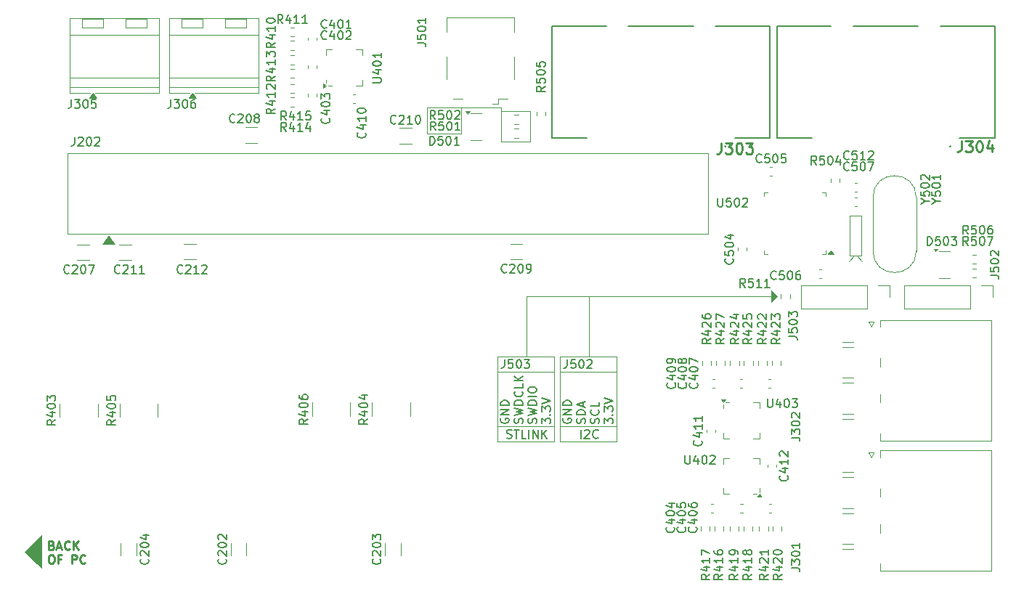
<source format=gbr>
%TF.GenerationSoftware,KiCad,Pcbnew,9.0.1*%
%TF.CreationDate,2025-05-06T20:53:02+02:00*%
%TF.ProjectId,apm,61706d2e-6b69-4636-9164-5f7063625858,rev?*%
%TF.SameCoordinates,Original*%
%TF.FileFunction,Legend,Top*%
%TF.FilePolarity,Positive*%
%FSLAX46Y46*%
G04 Gerber Fmt 4.6, Leading zero omitted, Abs format (unit mm)*
G04 Created by KiCad (PCBNEW 9.0.1) date 2025-05-06 20:53:02*
%MOMM*%
%LPD*%
G01*
G04 APERTURE LIST*
%ADD10C,0.250000*%
%ADD11C,0.100000*%
%ADD12C,0.150000*%
%ADD13C,0.254000*%
%ADD14C,0.120000*%
%ADD15C,0.200000*%
%ADD16C,0.000000*%
G04 APERTURE END LIST*
D10*
X78135901Y-96830865D02*
X78278758Y-96878484D01*
X78278758Y-96878484D02*
X78326377Y-96926103D01*
X78326377Y-96926103D02*
X78373996Y-97021341D01*
X78373996Y-97021341D02*
X78373996Y-97164198D01*
X78373996Y-97164198D02*
X78326377Y-97259436D01*
X78326377Y-97259436D02*
X78278758Y-97307056D01*
X78278758Y-97307056D02*
X78183520Y-97354675D01*
X78183520Y-97354675D02*
X77802568Y-97354675D01*
X77802568Y-97354675D02*
X77802568Y-96354675D01*
X77802568Y-96354675D02*
X78135901Y-96354675D01*
X78135901Y-96354675D02*
X78231139Y-96402294D01*
X78231139Y-96402294D02*
X78278758Y-96449913D01*
X78278758Y-96449913D02*
X78326377Y-96545151D01*
X78326377Y-96545151D02*
X78326377Y-96640389D01*
X78326377Y-96640389D02*
X78278758Y-96735627D01*
X78278758Y-96735627D02*
X78231139Y-96783246D01*
X78231139Y-96783246D02*
X78135901Y-96830865D01*
X78135901Y-96830865D02*
X77802568Y-96830865D01*
X78754949Y-97068960D02*
X79231139Y-97068960D01*
X78659711Y-97354675D02*
X78993044Y-96354675D01*
X78993044Y-96354675D02*
X79326377Y-97354675D01*
X80231139Y-97259436D02*
X80183520Y-97307056D01*
X80183520Y-97307056D02*
X80040663Y-97354675D01*
X80040663Y-97354675D02*
X79945425Y-97354675D01*
X79945425Y-97354675D02*
X79802568Y-97307056D01*
X79802568Y-97307056D02*
X79707330Y-97211817D01*
X79707330Y-97211817D02*
X79659711Y-97116579D01*
X79659711Y-97116579D02*
X79612092Y-96926103D01*
X79612092Y-96926103D02*
X79612092Y-96783246D01*
X79612092Y-96783246D02*
X79659711Y-96592770D01*
X79659711Y-96592770D02*
X79707330Y-96497532D01*
X79707330Y-96497532D02*
X79802568Y-96402294D01*
X79802568Y-96402294D02*
X79945425Y-96354675D01*
X79945425Y-96354675D02*
X80040663Y-96354675D01*
X80040663Y-96354675D02*
X80183520Y-96402294D01*
X80183520Y-96402294D02*
X80231139Y-96449913D01*
X80659711Y-97354675D02*
X80659711Y-96354675D01*
X81231139Y-97354675D02*
X80802568Y-96783246D01*
X81231139Y-96354675D02*
X80659711Y-96926103D01*
X77993044Y-97964619D02*
X78183520Y-97964619D01*
X78183520Y-97964619D02*
X78278758Y-98012238D01*
X78278758Y-98012238D02*
X78373996Y-98107476D01*
X78373996Y-98107476D02*
X78421615Y-98297952D01*
X78421615Y-98297952D02*
X78421615Y-98631285D01*
X78421615Y-98631285D02*
X78373996Y-98821761D01*
X78373996Y-98821761D02*
X78278758Y-98917000D01*
X78278758Y-98917000D02*
X78183520Y-98964619D01*
X78183520Y-98964619D02*
X77993044Y-98964619D01*
X77993044Y-98964619D02*
X77897806Y-98917000D01*
X77897806Y-98917000D02*
X77802568Y-98821761D01*
X77802568Y-98821761D02*
X77754949Y-98631285D01*
X77754949Y-98631285D02*
X77754949Y-98297952D01*
X77754949Y-98297952D02*
X77802568Y-98107476D01*
X77802568Y-98107476D02*
X77897806Y-98012238D01*
X77897806Y-98012238D02*
X77993044Y-97964619D01*
X79183520Y-98440809D02*
X78850187Y-98440809D01*
X78850187Y-98964619D02*
X78850187Y-97964619D01*
X78850187Y-97964619D02*
X79326377Y-97964619D01*
X80469235Y-98964619D02*
X80469235Y-97964619D01*
X80469235Y-97964619D02*
X80850187Y-97964619D01*
X80850187Y-97964619D02*
X80945425Y-98012238D01*
X80945425Y-98012238D02*
X80993044Y-98059857D01*
X80993044Y-98059857D02*
X81040663Y-98155095D01*
X81040663Y-98155095D02*
X81040663Y-98297952D01*
X81040663Y-98297952D02*
X80993044Y-98393190D01*
X80993044Y-98393190D02*
X80945425Y-98440809D01*
X80945425Y-98440809D02*
X80850187Y-98488428D01*
X80850187Y-98488428D02*
X80469235Y-98488428D01*
X82040663Y-98869380D02*
X81993044Y-98917000D01*
X81993044Y-98917000D02*
X81850187Y-98964619D01*
X81850187Y-98964619D02*
X81754949Y-98964619D01*
X81754949Y-98964619D02*
X81612092Y-98917000D01*
X81612092Y-98917000D02*
X81516854Y-98821761D01*
X81516854Y-98821761D02*
X81469235Y-98726523D01*
X81469235Y-98726523D02*
X81421616Y-98536047D01*
X81421616Y-98536047D02*
X81421616Y-98393190D01*
X81421616Y-98393190D02*
X81469235Y-98202714D01*
X81469235Y-98202714D02*
X81516854Y-98107476D01*
X81516854Y-98107476D02*
X81612092Y-98012238D01*
X81612092Y-98012238D02*
X81754949Y-97964619D01*
X81754949Y-97964619D02*
X81850187Y-97964619D01*
X81850187Y-97964619D02*
X81993044Y-98012238D01*
X81993044Y-98012238D02*
X82040663Y-98059857D01*
D11*
X76900000Y-99500000D02*
X75000000Y-97600000D01*
X76900000Y-95700000D01*
X76900000Y-99500000D01*
G36*
X76900000Y-99500000D02*
G01*
X75000000Y-97600000D01*
X76900000Y-95700000D01*
X76900000Y-99500000D01*
G37*
X162700000Y-67800000D02*
X162000000Y-68500000D01*
X162000000Y-67100000D01*
X162700000Y-67800000D01*
G36*
X162700000Y-67800000D02*
G01*
X162000000Y-68500000D01*
X162000000Y-67100000D01*
X162700000Y-67800000D01*
G37*
X137400000Y-76600000D02*
X144000000Y-76600000D01*
X130100000Y-83000000D02*
X130100000Y-84700000D01*
X137400000Y-84700000D02*
X144000000Y-84700000D01*
X125900000Y-45800000D02*
X130500000Y-45800000D01*
X130300000Y-74800000D02*
X130100000Y-74800000D01*
X130500000Y-49800000D02*
X133900000Y-49800000D01*
X136700000Y-74800000D02*
X130300000Y-74800000D01*
X137400000Y-83000000D02*
X137400000Y-84700000D01*
X133500000Y-67800000D02*
X140800000Y-67800000D01*
X130100000Y-83000000D02*
X130100000Y-74800000D01*
X130500000Y-45800000D02*
X130500000Y-49800000D01*
X137600000Y-74800000D02*
X137400000Y-74800000D01*
X133900000Y-46200000D02*
X130500000Y-46200000D01*
X121900000Y-48800000D02*
X121900000Y-45800000D01*
X162000000Y-67800000D02*
X140800000Y-67800000D01*
X125900000Y-45800000D02*
X125900000Y-48800000D01*
X133500000Y-74800000D02*
X133500000Y-67800000D01*
X136700000Y-84700000D02*
X136700000Y-83000000D01*
X144000000Y-74800000D02*
X137600000Y-74800000D01*
X144000000Y-83000000D02*
X144000000Y-74800000D01*
X137400000Y-83000000D02*
X137400000Y-74800000D01*
X136700000Y-83000000D02*
X136700000Y-74800000D01*
X130100000Y-76600000D02*
X136700000Y-76600000D01*
X130100000Y-84700000D02*
X136700000Y-84700000D01*
X125900000Y-48800000D02*
X121900000Y-48800000D01*
X137400000Y-83000000D02*
X144000000Y-83000000D01*
X121900000Y-45800000D02*
X125900000Y-45800000D01*
X130100000Y-83000000D02*
X136700000Y-83000000D01*
X140800000Y-67800000D02*
X140800000Y-74800000D01*
X144000000Y-84700000D02*
X144000000Y-83000000D01*
X133900000Y-49800000D02*
X133900000Y-46200000D01*
D12*
X139836779Y-84369819D02*
X139836779Y-83369819D01*
X140265350Y-83465057D02*
X140312969Y-83417438D01*
X140312969Y-83417438D02*
X140408207Y-83369819D01*
X140408207Y-83369819D02*
X140646302Y-83369819D01*
X140646302Y-83369819D02*
X140741540Y-83417438D01*
X140741540Y-83417438D02*
X140789159Y-83465057D01*
X140789159Y-83465057D02*
X140836778Y-83560295D01*
X140836778Y-83560295D02*
X140836778Y-83655533D01*
X140836778Y-83655533D02*
X140789159Y-83798390D01*
X140789159Y-83798390D02*
X140217731Y-84369819D01*
X140217731Y-84369819D02*
X140836778Y-84369819D01*
X141836778Y-84274580D02*
X141789159Y-84322200D01*
X141789159Y-84322200D02*
X141646302Y-84369819D01*
X141646302Y-84369819D02*
X141551064Y-84369819D01*
X141551064Y-84369819D02*
X141408207Y-84322200D01*
X141408207Y-84322200D02*
X141312969Y-84226961D01*
X141312969Y-84226961D02*
X141265350Y-84131723D01*
X141265350Y-84131723D02*
X141217731Y-83941247D01*
X141217731Y-83941247D02*
X141217731Y-83798390D01*
X141217731Y-83798390D02*
X141265350Y-83607914D01*
X141265350Y-83607914D02*
X141312969Y-83512676D01*
X141312969Y-83512676D02*
X141408207Y-83417438D01*
X141408207Y-83417438D02*
X141551064Y-83369819D01*
X141551064Y-83369819D02*
X141646302Y-83369819D01*
X141646302Y-83369819D02*
X141789159Y-83417438D01*
X141789159Y-83417438D02*
X141836778Y-83465057D01*
X137787606Y-82039411D02*
X137739987Y-82134649D01*
X137739987Y-82134649D02*
X137739987Y-82277506D01*
X137739987Y-82277506D02*
X137787606Y-82420363D01*
X137787606Y-82420363D02*
X137882844Y-82515601D01*
X137882844Y-82515601D02*
X137978082Y-82563220D01*
X137978082Y-82563220D02*
X138168558Y-82610839D01*
X138168558Y-82610839D02*
X138311415Y-82610839D01*
X138311415Y-82610839D02*
X138501891Y-82563220D01*
X138501891Y-82563220D02*
X138597129Y-82515601D01*
X138597129Y-82515601D02*
X138692368Y-82420363D01*
X138692368Y-82420363D02*
X138739987Y-82277506D01*
X138739987Y-82277506D02*
X138739987Y-82182268D01*
X138739987Y-82182268D02*
X138692368Y-82039411D01*
X138692368Y-82039411D02*
X138644748Y-81991792D01*
X138644748Y-81991792D02*
X138311415Y-81991792D01*
X138311415Y-81991792D02*
X138311415Y-82182268D01*
X138739987Y-81563220D02*
X137739987Y-81563220D01*
X137739987Y-81563220D02*
X138739987Y-80991792D01*
X138739987Y-80991792D02*
X137739987Y-80991792D01*
X138739987Y-80515601D02*
X137739987Y-80515601D01*
X137739987Y-80515601D02*
X137739987Y-80277506D01*
X137739987Y-80277506D02*
X137787606Y-80134649D01*
X137787606Y-80134649D02*
X137882844Y-80039411D01*
X137882844Y-80039411D02*
X137978082Y-79991792D01*
X137978082Y-79991792D02*
X138168558Y-79944173D01*
X138168558Y-79944173D02*
X138311415Y-79944173D01*
X138311415Y-79944173D02*
X138501891Y-79991792D01*
X138501891Y-79991792D02*
X138597129Y-80039411D01*
X138597129Y-80039411D02*
X138692368Y-80134649D01*
X138692368Y-80134649D02*
X138739987Y-80277506D01*
X138739987Y-80277506D02*
X138739987Y-80515601D01*
X140302312Y-82610839D02*
X140349931Y-82467982D01*
X140349931Y-82467982D02*
X140349931Y-82229887D01*
X140349931Y-82229887D02*
X140302312Y-82134649D01*
X140302312Y-82134649D02*
X140254692Y-82087030D01*
X140254692Y-82087030D02*
X140159454Y-82039411D01*
X140159454Y-82039411D02*
X140064216Y-82039411D01*
X140064216Y-82039411D02*
X139968978Y-82087030D01*
X139968978Y-82087030D02*
X139921359Y-82134649D01*
X139921359Y-82134649D02*
X139873740Y-82229887D01*
X139873740Y-82229887D02*
X139826121Y-82420363D01*
X139826121Y-82420363D02*
X139778502Y-82515601D01*
X139778502Y-82515601D02*
X139730883Y-82563220D01*
X139730883Y-82563220D02*
X139635645Y-82610839D01*
X139635645Y-82610839D02*
X139540407Y-82610839D01*
X139540407Y-82610839D02*
X139445169Y-82563220D01*
X139445169Y-82563220D02*
X139397550Y-82515601D01*
X139397550Y-82515601D02*
X139349931Y-82420363D01*
X139349931Y-82420363D02*
X139349931Y-82182268D01*
X139349931Y-82182268D02*
X139397550Y-82039411D01*
X140349931Y-81610839D02*
X139349931Y-81610839D01*
X139349931Y-81610839D02*
X139349931Y-81372744D01*
X139349931Y-81372744D02*
X139397550Y-81229887D01*
X139397550Y-81229887D02*
X139492788Y-81134649D01*
X139492788Y-81134649D02*
X139588026Y-81087030D01*
X139588026Y-81087030D02*
X139778502Y-81039411D01*
X139778502Y-81039411D02*
X139921359Y-81039411D01*
X139921359Y-81039411D02*
X140111835Y-81087030D01*
X140111835Y-81087030D02*
X140207073Y-81134649D01*
X140207073Y-81134649D02*
X140302312Y-81229887D01*
X140302312Y-81229887D02*
X140349931Y-81372744D01*
X140349931Y-81372744D02*
X140349931Y-81610839D01*
X140064216Y-80658458D02*
X140064216Y-80182268D01*
X140349931Y-80753696D02*
X139349931Y-80420363D01*
X139349931Y-80420363D02*
X140349931Y-80087030D01*
X141912256Y-82610839D02*
X141959875Y-82467982D01*
X141959875Y-82467982D02*
X141959875Y-82229887D01*
X141959875Y-82229887D02*
X141912256Y-82134649D01*
X141912256Y-82134649D02*
X141864636Y-82087030D01*
X141864636Y-82087030D02*
X141769398Y-82039411D01*
X141769398Y-82039411D02*
X141674160Y-82039411D01*
X141674160Y-82039411D02*
X141578922Y-82087030D01*
X141578922Y-82087030D02*
X141531303Y-82134649D01*
X141531303Y-82134649D02*
X141483684Y-82229887D01*
X141483684Y-82229887D02*
X141436065Y-82420363D01*
X141436065Y-82420363D02*
X141388446Y-82515601D01*
X141388446Y-82515601D02*
X141340827Y-82563220D01*
X141340827Y-82563220D02*
X141245589Y-82610839D01*
X141245589Y-82610839D02*
X141150351Y-82610839D01*
X141150351Y-82610839D02*
X141055113Y-82563220D01*
X141055113Y-82563220D02*
X141007494Y-82515601D01*
X141007494Y-82515601D02*
X140959875Y-82420363D01*
X140959875Y-82420363D02*
X140959875Y-82182268D01*
X140959875Y-82182268D02*
X141007494Y-82039411D01*
X141864636Y-81039411D02*
X141912256Y-81087030D01*
X141912256Y-81087030D02*
X141959875Y-81229887D01*
X141959875Y-81229887D02*
X141959875Y-81325125D01*
X141959875Y-81325125D02*
X141912256Y-81467982D01*
X141912256Y-81467982D02*
X141817017Y-81563220D01*
X141817017Y-81563220D02*
X141721779Y-81610839D01*
X141721779Y-81610839D02*
X141531303Y-81658458D01*
X141531303Y-81658458D02*
X141388446Y-81658458D01*
X141388446Y-81658458D02*
X141197970Y-81610839D01*
X141197970Y-81610839D02*
X141102732Y-81563220D01*
X141102732Y-81563220D02*
X141007494Y-81467982D01*
X141007494Y-81467982D02*
X140959875Y-81325125D01*
X140959875Y-81325125D02*
X140959875Y-81229887D01*
X140959875Y-81229887D02*
X141007494Y-81087030D01*
X141007494Y-81087030D02*
X141055113Y-81039411D01*
X141959875Y-80134649D02*
X141959875Y-80610839D01*
X141959875Y-80610839D02*
X140959875Y-80610839D01*
X142569819Y-82658458D02*
X142569819Y-82039411D01*
X142569819Y-82039411D02*
X142950771Y-82372744D01*
X142950771Y-82372744D02*
X142950771Y-82229887D01*
X142950771Y-82229887D02*
X142998390Y-82134649D01*
X142998390Y-82134649D02*
X143046009Y-82087030D01*
X143046009Y-82087030D02*
X143141247Y-82039411D01*
X143141247Y-82039411D02*
X143379342Y-82039411D01*
X143379342Y-82039411D02*
X143474580Y-82087030D01*
X143474580Y-82087030D02*
X143522200Y-82134649D01*
X143522200Y-82134649D02*
X143569819Y-82229887D01*
X143569819Y-82229887D02*
X143569819Y-82515601D01*
X143569819Y-82515601D02*
X143522200Y-82610839D01*
X143522200Y-82610839D02*
X143474580Y-82658458D01*
X143474580Y-81610839D02*
X143522200Y-81563220D01*
X143522200Y-81563220D02*
X143569819Y-81610839D01*
X143569819Y-81610839D02*
X143522200Y-81658458D01*
X143522200Y-81658458D02*
X143474580Y-81610839D01*
X143474580Y-81610839D02*
X143569819Y-81610839D01*
X142569819Y-81229887D02*
X142569819Y-80610840D01*
X142569819Y-80610840D02*
X142950771Y-80944173D01*
X142950771Y-80944173D02*
X142950771Y-80801316D01*
X142950771Y-80801316D02*
X142998390Y-80706078D01*
X142998390Y-80706078D02*
X143046009Y-80658459D01*
X143046009Y-80658459D02*
X143141247Y-80610840D01*
X143141247Y-80610840D02*
X143379342Y-80610840D01*
X143379342Y-80610840D02*
X143474580Y-80658459D01*
X143474580Y-80658459D02*
X143522200Y-80706078D01*
X143522200Y-80706078D02*
X143569819Y-80801316D01*
X143569819Y-80801316D02*
X143569819Y-81087030D01*
X143569819Y-81087030D02*
X143522200Y-81182268D01*
X143522200Y-81182268D02*
X143474580Y-81229887D01*
X142569819Y-80325125D02*
X143569819Y-79991792D01*
X143569819Y-79991792D02*
X142569819Y-79658459D01*
X131189160Y-84322200D02*
X131332017Y-84369819D01*
X131332017Y-84369819D02*
X131570112Y-84369819D01*
X131570112Y-84369819D02*
X131665350Y-84322200D01*
X131665350Y-84322200D02*
X131712969Y-84274580D01*
X131712969Y-84274580D02*
X131760588Y-84179342D01*
X131760588Y-84179342D02*
X131760588Y-84084104D01*
X131760588Y-84084104D02*
X131712969Y-83988866D01*
X131712969Y-83988866D02*
X131665350Y-83941247D01*
X131665350Y-83941247D02*
X131570112Y-83893628D01*
X131570112Y-83893628D02*
X131379636Y-83846009D01*
X131379636Y-83846009D02*
X131284398Y-83798390D01*
X131284398Y-83798390D02*
X131236779Y-83750771D01*
X131236779Y-83750771D02*
X131189160Y-83655533D01*
X131189160Y-83655533D02*
X131189160Y-83560295D01*
X131189160Y-83560295D02*
X131236779Y-83465057D01*
X131236779Y-83465057D02*
X131284398Y-83417438D01*
X131284398Y-83417438D02*
X131379636Y-83369819D01*
X131379636Y-83369819D02*
X131617731Y-83369819D01*
X131617731Y-83369819D02*
X131760588Y-83417438D01*
X132046303Y-83369819D02*
X132617731Y-83369819D01*
X132332017Y-84369819D02*
X132332017Y-83369819D01*
X133427255Y-84369819D02*
X132951065Y-84369819D01*
X132951065Y-84369819D02*
X132951065Y-83369819D01*
X133760589Y-84369819D02*
X133760589Y-83369819D01*
X134236779Y-84369819D02*
X134236779Y-83369819D01*
X134236779Y-83369819D02*
X134808207Y-84369819D01*
X134808207Y-84369819D02*
X134808207Y-83369819D01*
X135284398Y-84369819D02*
X135284398Y-83369819D01*
X135855826Y-84369819D02*
X135427255Y-83798390D01*
X135855826Y-83369819D02*
X135284398Y-83941247D01*
X130487606Y-82039411D02*
X130439987Y-82134649D01*
X130439987Y-82134649D02*
X130439987Y-82277506D01*
X130439987Y-82277506D02*
X130487606Y-82420363D01*
X130487606Y-82420363D02*
X130582844Y-82515601D01*
X130582844Y-82515601D02*
X130678082Y-82563220D01*
X130678082Y-82563220D02*
X130868558Y-82610839D01*
X130868558Y-82610839D02*
X131011415Y-82610839D01*
X131011415Y-82610839D02*
X131201891Y-82563220D01*
X131201891Y-82563220D02*
X131297129Y-82515601D01*
X131297129Y-82515601D02*
X131392368Y-82420363D01*
X131392368Y-82420363D02*
X131439987Y-82277506D01*
X131439987Y-82277506D02*
X131439987Y-82182268D01*
X131439987Y-82182268D02*
X131392368Y-82039411D01*
X131392368Y-82039411D02*
X131344748Y-81991792D01*
X131344748Y-81991792D02*
X131011415Y-81991792D01*
X131011415Y-81991792D02*
X131011415Y-82182268D01*
X131439987Y-81563220D02*
X130439987Y-81563220D01*
X130439987Y-81563220D02*
X131439987Y-80991792D01*
X131439987Y-80991792D02*
X130439987Y-80991792D01*
X131439987Y-80515601D02*
X130439987Y-80515601D01*
X130439987Y-80515601D02*
X130439987Y-80277506D01*
X130439987Y-80277506D02*
X130487606Y-80134649D01*
X130487606Y-80134649D02*
X130582844Y-80039411D01*
X130582844Y-80039411D02*
X130678082Y-79991792D01*
X130678082Y-79991792D02*
X130868558Y-79944173D01*
X130868558Y-79944173D02*
X131011415Y-79944173D01*
X131011415Y-79944173D02*
X131201891Y-79991792D01*
X131201891Y-79991792D02*
X131297129Y-80039411D01*
X131297129Y-80039411D02*
X131392368Y-80134649D01*
X131392368Y-80134649D02*
X131439987Y-80277506D01*
X131439987Y-80277506D02*
X131439987Y-80515601D01*
X133002312Y-82610839D02*
X133049931Y-82467982D01*
X133049931Y-82467982D02*
X133049931Y-82229887D01*
X133049931Y-82229887D02*
X133002312Y-82134649D01*
X133002312Y-82134649D02*
X132954692Y-82087030D01*
X132954692Y-82087030D02*
X132859454Y-82039411D01*
X132859454Y-82039411D02*
X132764216Y-82039411D01*
X132764216Y-82039411D02*
X132668978Y-82087030D01*
X132668978Y-82087030D02*
X132621359Y-82134649D01*
X132621359Y-82134649D02*
X132573740Y-82229887D01*
X132573740Y-82229887D02*
X132526121Y-82420363D01*
X132526121Y-82420363D02*
X132478502Y-82515601D01*
X132478502Y-82515601D02*
X132430883Y-82563220D01*
X132430883Y-82563220D02*
X132335645Y-82610839D01*
X132335645Y-82610839D02*
X132240407Y-82610839D01*
X132240407Y-82610839D02*
X132145169Y-82563220D01*
X132145169Y-82563220D02*
X132097550Y-82515601D01*
X132097550Y-82515601D02*
X132049931Y-82420363D01*
X132049931Y-82420363D02*
X132049931Y-82182268D01*
X132049931Y-82182268D02*
X132097550Y-82039411D01*
X132049931Y-81706077D02*
X133049931Y-81467982D01*
X133049931Y-81467982D02*
X132335645Y-81277506D01*
X132335645Y-81277506D02*
X133049931Y-81087030D01*
X133049931Y-81087030D02*
X132049931Y-80848935D01*
X133049931Y-80467982D02*
X132049931Y-80467982D01*
X132049931Y-80467982D02*
X132049931Y-80229887D01*
X132049931Y-80229887D02*
X132097550Y-80087030D01*
X132097550Y-80087030D02*
X132192788Y-79991792D01*
X132192788Y-79991792D02*
X132288026Y-79944173D01*
X132288026Y-79944173D02*
X132478502Y-79896554D01*
X132478502Y-79896554D02*
X132621359Y-79896554D01*
X132621359Y-79896554D02*
X132811835Y-79944173D01*
X132811835Y-79944173D02*
X132907073Y-79991792D01*
X132907073Y-79991792D02*
X133002312Y-80087030D01*
X133002312Y-80087030D02*
X133049931Y-80229887D01*
X133049931Y-80229887D02*
X133049931Y-80467982D01*
X132954692Y-78896554D02*
X133002312Y-78944173D01*
X133002312Y-78944173D02*
X133049931Y-79087030D01*
X133049931Y-79087030D02*
X133049931Y-79182268D01*
X133049931Y-79182268D02*
X133002312Y-79325125D01*
X133002312Y-79325125D02*
X132907073Y-79420363D01*
X132907073Y-79420363D02*
X132811835Y-79467982D01*
X132811835Y-79467982D02*
X132621359Y-79515601D01*
X132621359Y-79515601D02*
X132478502Y-79515601D01*
X132478502Y-79515601D02*
X132288026Y-79467982D01*
X132288026Y-79467982D02*
X132192788Y-79420363D01*
X132192788Y-79420363D02*
X132097550Y-79325125D01*
X132097550Y-79325125D02*
X132049931Y-79182268D01*
X132049931Y-79182268D02*
X132049931Y-79087030D01*
X132049931Y-79087030D02*
X132097550Y-78944173D01*
X132097550Y-78944173D02*
X132145169Y-78896554D01*
X133049931Y-77991792D02*
X133049931Y-78467982D01*
X133049931Y-78467982D02*
X132049931Y-78467982D01*
X133049931Y-77658458D02*
X132049931Y-77658458D01*
X133049931Y-77087030D02*
X132478502Y-77515601D01*
X132049931Y-77087030D02*
X132621359Y-77658458D01*
X134612256Y-82610839D02*
X134659875Y-82467982D01*
X134659875Y-82467982D02*
X134659875Y-82229887D01*
X134659875Y-82229887D02*
X134612256Y-82134649D01*
X134612256Y-82134649D02*
X134564636Y-82087030D01*
X134564636Y-82087030D02*
X134469398Y-82039411D01*
X134469398Y-82039411D02*
X134374160Y-82039411D01*
X134374160Y-82039411D02*
X134278922Y-82087030D01*
X134278922Y-82087030D02*
X134231303Y-82134649D01*
X134231303Y-82134649D02*
X134183684Y-82229887D01*
X134183684Y-82229887D02*
X134136065Y-82420363D01*
X134136065Y-82420363D02*
X134088446Y-82515601D01*
X134088446Y-82515601D02*
X134040827Y-82563220D01*
X134040827Y-82563220D02*
X133945589Y-82610839D01*
X133945589Y-82610839D02*
X133850351Y-82610839D01*
X133850351Y-82610839D02*
X133755113Y-82563220D01*
X133755113Y-82563220D02*
X133707494Y-82515601D01*
X133707494Y-82515601D02*
X133659875Y-82420363D01*
X133659875Y-82420363D02*
X133659875Y-82182268D01*
X133659875Y-82182268D02*
X133707494Y-82039411D01*
X133659875Y-81706077D02*
X134659875Y-81467982D01*
X134659875Y-81467982D02*
X133945589Y-81277506D01*
X133945589Y-81277506D02*
X134659875Y-81087030D01*
X134659875Y-81087030D02*
X133659875Y-80848935D01*
X134659875Y-80467982D02*
X133659875Y-80467982D01*
X133659875Y-80467982D02*
X133659875Y-80229887D01*
X133659875Y-80229887D02*
X133707494Y-80087030D01*
X133707494Y-80087030D02*
X133802732Y-79991792D01*
X133802732Y-79991792D02*
X133897970Y-79944173D01*
X133897970Y-79944173D02*
X134088446Y-79896554D01*
X134088446Y-79896554D02*
X134231303Y-79896554D01*
X134231303Y-79896554D02*
X134421779Y-79944173D01*
X134421779Y-79944173D02*
X134517017Y-79991792D01*
X134517017Y-79991792D02*
X134612256Y-80087030D01*
X134612256Y-80087030D02*
X134659875Y-80229887D01*
X134659875Y-80229887D02*
X134659875Y-80467982D01*
X134659875Y-79467982D02*
X133659875Y-79467982D01*
X133659875Y-78801316D02*
X133659875Y-78610840D01*
X133659875Y-78610840D02*
X133707494Y-78515602D01*
X133707494Y-78515602D02*
X133802732Y-78420364D01*
X133802732Y-78420364D02*
X133993208Y-78372745D01*
X133993208Y-78372745D02*
X134326541Y-78372745D01*
X134326541Y-78372745D02*
X134517017Y-78420364D01*
X134517017Y-78420364D02*
X134612256Y-78515602D01*
X134612256Y-78515602D02*
X134659875Y-78610840D01*
X134659875Y-78610840D02*
X134659875Y-78801316D01*
X134659875Y-78801316D02*
X134612256Y-78896554D01*
X134612256Y-78896554D02*
X134517017Y-78991792D01*
X134517017Y-78991792D02*
X134326541Y-79039411D01*
X134326541Y-79039411D02*
X133993208Y-79039411D01*
X133993208Y-79039411D02*
X133802732Y-78991792D01*
X133802732Y-78991792D02*
X133707494Y-78896554D01*
X133707494Y-78896554D02*
X133659875Y-78801316D01*
X135269819Y-82658458D02*
X135269819Y-82039411D01*
X135269819Y-82039411D02*
X135650771Y-82372744D01*
X135650771Y-82372744D02*
X135650771Y-82229887D01*
X135650771Y-82229887D02*
X135698390Y-82134649D01*
X135698390Y-82134649D02*
X135746009Y-82087030D01*
X135746009Y-82087030D02*
X135841247Y-82039411D01*
X135841247Y-82039411D02*
X136079342Y-82039411D01*
X136079342Y-82039411D02*
X136174580Y-82087030D01*
X136174580Y-82087030D02*
X136222200Y-82134649D01*
X136222200Y-82134649D02*
X136269819Y-82229887D01*
X136269819Y-82229887D02*
X136269819Y-82515601D01*
X136269819Y-82515601D02*
X136222200Y-82610839D01*
X136222200Y-82610839D02*
X136174580Y-82658458D01*
X136174580Y-81610839D02*
X136222200Y-81563220D01*
X136222200Y-81563220D02*
X136269819Y-81610839D01*
X136269819Y-81610839D02*
X136222200Y-81658458D01*
X136222200Y-81658458D02*
X136174580Y-81610839D01*
X136174580Y-81610839D02*
X136269819Y-81610839D01*
X135269819Y-81229887D02*
X135269819Y-80610840D01*
X135269819Y-80610840D02*
X135650771Y-80944173D01*
X135650771Y-80944173D02*
X135650771Y-80801316D01*
X135650771Y-80801316D02*
X135698390Y-80706078D01*
X135698390Y-80706078D02*
X135746009Y-80658459D01*
X135746009Y-80658459D02*
X135841247Y-80610840D01*
X135841247Y-80610840D02*
X136079342Y-80610840D01*
X136079342Y-80610840D02*
X136174580Y-80658459D01*
X136174580Y-80658459D02*
X136222200Y-80706078D01*
X136222200Y-80706078D02*
X136269819Y-80801316D01*
X136269819Y-80801316D02*
X136269819Y-81087030D01*
X136269819Y-81087030D02*
X136222200Y-81182268D01*
X136222200Y-81182268D02*
X136174580Y-81229887D01*
X135269819Y-80325125D02*
X136269819Y-79991792D01*
X136269819Y-79991792D02*
X135269819Y-79658459D01*
X130922493Y-75169819D02*
X130922493Y-75884104D01*
X130922493Y-75884104D02*
X130874874Y-76026961D01*
X130874874Y-76026961D02*
X130779636Y-76122200D01*
X130779636Y-76122200D02*
X130636779Y-76169819D01*
X130636779Y-76169819D02*
X130541541Y-76169819D01*
X131874874Y-75169819D02*
X131398684Y-75169819D01*
X131398684Y-75169819D02*
X131351065Y-75646009D01*
X131351065Y-75646009D02*
X131398684Y-75598390D01*
X131398684Y-75598390D02*
X131493922Y-75550771D01*
X131493922Y-75550771D02*
X131732017Y-75550771D01*
X131732017Y-75550771D02*
X131827255Y-75598390D01*
X131827255Y-75598390D02*
X131874874Y-75646009D01*
X131874874Y-75646009D02*
X131922493Y-75741247D01*
X131922493Y-75741247D02*
X131922493Y-75979342D01*
X131922493Y-75979342D02*
X131874874Y-76074580D01*
X131874874Y-76074580D02*
X131827255Y-76122200D01*
X131827255Y-76122200D02*
X131732017Y-76169819D01*
X131732017Y-76169819D02*
X131493922Y-76169819D01*
X131493922Y-76169819D02*
X131398684Y-76122200D01*
X131398684Y-76122200D02*
X131351065Y-76074580D01*
X132541541Y-75169819D02*
X132636779Y-75169819D01*
X132636779Y-75169819D02*
X132732017Y-75217438D01*
X132732017Y-75217438D02*
X132779636Y-75265057D01*
X132779636Y-75265057D02*
X132827255Y-75360295D01*
X132827255Y-75360295D02*
X132874874Y-75550771D01*
X132874874Y-75550771D02*
X132874874Y-75788866D01*
X132874874Y-75788866D02*
X132827255Y-75979342D01*
X132827255Y-75979342D02*
X132779636Y-76074580D01*
X132779636Y-76074580D02*
X132732017Y-76122200D01*
X132732017Y-76122200D02*
X132636779Y-76169819D01*
X132636779Y-76169819D02*
X132541541Y-76169819D01*
X132541541Y-76169819D02*
X132446303Y-76122200D01*
X132446303Y-76122200D02*
X132398684Y-76074580D01*
X132398684Y-76074580D02*
X132351065Y-75979342D01*
X132351065Y-75979342D02*
X132303446Y-75788866D01*
X132303446Y-75788866D02*
X132303446Y-75550771D01*
X132303446Y-75550771D02*
X132351065Y-75360295D01*
X132351065Y-75360295D02*
X132398684Y-75265057D01*
X132398684Y-75265057D02*
X132446303Y-75217438D01*
X132446303Y-75217438D02*
X132541541Y-75169819D01*
X133208208Y-75169819D02*
X133827255Y-75169819D01*
X133827255Y-75169819D02*
X133493922Y-75550771D01*
X133493922Y-75550771D02*
X133636779Y-75550771D01*
X133636779Y-75550771D02*
X133732017Y-75598390D01*
X133732017Y-75598390D02*
X133779636Y-75646009D01*
X133779636Y-75646009D02*
X133827255Y-75741247D01*
X133827255Y-75741247D02*
X133827255Y-75979342D01*
X133827255Y-75979342D02*
X133779636Y-76074580D01*
X133779636Y-76074580D02*
X133732017Y-76122200D01*
X133732017Y-76122200D02*
X133636779Y-76169819D01*
X133636779Y-76169819D02*
X133351065Y-76169819D01*
X133351065Y-76169819D02*
X133255827Y-76122200D01*
X133255827Y-76122200D02*
X133208208Y-76074580D01*
X138222493Y-75169819D02*
X138222493Y-75884104D01*
X138222493Y-75884104D02*
X138174874Y-76026961D01*
X138174874Y-76026961D02*
X138079636Y-76122200D01*
X138079636Y-76122200D02*
X137936779Y-76169819D01*
X137936779Y-76169819D02*
X137841541Y-76169819D01*
X139174874Y-75169819D02*
X138698684Y-75169819D01*
X138698684Y-75169819D02*
X138651065Y-75646009D01*
X138651065Y-75646009D02*
X138698684Y-75598390D01*
X138698684Y-75598390D02*
X138793922Y-75550771D01*
X138793922Y-75550771D02*
X139032017Y-75550771D01*
X139032017Y-75550771D02*
X139127255Y-75598390D01*
X139127255Y-75598390D02*
X139174874Y-75646009D01*
X139174874Y-75646009D02*
X139222493Y-75741247D01*
X139222493Y-75741247D02*
X139222493Y-75979342D01*
X139222493Y-75979342D02*
X139174874Y-76074580D01*
X139174874Y-76074580D02*
X139127255Y-76122200D01*
X139127255Y-76122200D02*
X139032017Y-76169819D01*
X139032017Y-76169819D02*
X138793922Y-76169819D01*
X138793922Y-76169819D02*
X138698684Y-76122200D01*
X138698684Y-76122200D02*
X138651065Y-76074580D01*
X139841541Y-75169819D02*
X139936779Y-75169819D01*
X139936779Y-75169819D02*
X140032017Y-75217438D01*
X140032017Y-75217438D02*
X140079636Y-75265057D01*
X140079636Y-75265057D02*
X140127255Y-75360295D01*
X140127255Y-75360295D02*
X140174874Y-75550771D01*
X140174874Y-75550771D02*
X140174874Y-75788866D01*
X140174874Y-75788866D02*
X140127255Y-75979342D01*
X140127255Y-75979342D02*
X140079636Y-76074580D01*
X140079636Y-76074580D02*
X140032017Y-76122200D01*
X140032017Y-76122200D02*
X139936779Y-76169819D01*
X139936779Y-76169819D02*
X139841541Y-76169819D01*
X139841541Y-76169819D02*
X139746303Y-76122200D01*
X139746303Y-76122200D02*
X139698684Y-76074580D01*
X139698684Y-76074580D02*
X139651065Y-75979342D01*
X139651065Y-75979342D02*
X139603446Y-75788866D01*
X139603446Y-75788866D02*
X139603446Y-75550771D01*
X139603446Y-75550771D02*
X139651065Y-75360295D01*
X139651065Y-75360295D02*
X139698684Y-75265057D01*
X139698684Y-75265057D02*
X139746303Y-75217438D01*
X139746303Y-75217438D02*
X139841541Y-75169819D01*
X140555827Y-75265057D02*
X140603446Y-75217438D01*
X140603446Y-75217438D02*
X140698684Y-75169819D01*
X140698684Y-75169819D02*
X140936779Y-75169819D01*
X140936779Y-75169819D02*
X141032017Y-75217438D01*
X141032017Y-75217438D02*
X141079636Y-75265057D01*
X141079636Y-75265057D02*
X141127255Y-75360295D01*
X141127255Y-75360295D02*
X141127255Y-75455533D01*
X141127255Y-75455533D02*
X141079636Y-75598390D01*
X141079636Y-75598390D02*
X140508208Y-76169819D01*
X140508208Y-76169819D02*
X141127255Y-76169819D01*
X179978628Y-56728571D02*
X180454819Y-56728571D01*
X179454819Y-57061904D02*
X179978628Y-56728571D01*
X179978628Y-56728571D02*
X179454819Y-56395238D01*
X179454819Y-55585714D02*
X179454819Y-56061904D01*
X179454819Y-56061904D02*
X179931009Y-56109523D01*
X179931009Y-56109523D02*
X179883390Y-56061904D01*
X179883390Y-56061904D02*
X179835771Y-55966666D01*
X179835771Y-55966666D02*
X179835771Y-55728571D01*
X179835771Y-55728571D02*
X179883390Y-55633333D01*
X179883390Y-55633333D02*
X179931009Y-55585714D01*
X179931009Y-55585714D02*
X180026247Y-55538095D01*
X180026247Y-55538095D02*
X180264342Y-55538095D01*
X180264342Y-55538095D02*
X180359580Y-55585714D01*
X180359580Y-55585714D02*
X180407200Y-55633333D01*
X180407200Y-55633333D02*
X180454819Y-55728571D01*
X180454819Y-55728571D02*
X180454819Y-55966666D01*
X180454819Y-55966666D02*
X180407200Y-56061904D01*
X180407200Y-56061904D02*
X180359580Y-56109523D01*
X179454819Y-54919047D02*
X179454819Y-54823809D01*
X179454819Y-54823809D02*
X179502438Y-54728571D01*
X179502438Y-54728571D02*
X179550057Y-54680952D01*
X179550057Y-54680952D02*
X179645295Y-54633333D01*
X179645295Y-54633333D02*
X179835771Y-54585714D01*
X179835771Y-54585714D02*
X180073866Y-54585714D01*
X180073866Y-54585714D02*
X180264342Y-54633333D01*
X180264342Y-54633333D02*
X180359580Y-54680952D01*
X180359580Y-54680952D02*
X180407200Y-54728571D01*
X180407200Y-54728571D02*
X180454819Y-54823809D01*
X180454819Y-54823809D02*
X180454819Y-54919047D01*
X180454819Y-54919047D02*
X180407200Y-55014285D01*
X180407200Y-55014285D02*
X180359580Y-55061904D01*
X180359580Y-55061904D02*
X180264342Y-55109523D01*
X180264342Y-55109523D02*
X180073866Y-55157142D01*
X180073866Y-55157142D02*
X179835771Y-55157142D01*
X179835771Y-55157142D02*
X179645295Y-55109523D01*
X179645295Y-55109523D02*
X179550057Y-55061904D01*
X179550057Y-55061904D02*
X179502438Y-55014285D01*
X179502438Y-55014285D02*
X179454819Y-54919047D01*
X179550057Y-54204761D02*
X179502438Y-54157142D01*
X179502438Y-54157142D02*
X179454819Y-54061904D01*
X179454819Y-54061904D02*
X179454819Y-53823809D01*
X179454819Y-53823809D02*
X179502438Y-53728571D01*
X179502438Y-53728571D02*
X179550057Y-53680952D01*
X179550057Y-53680952D02*
X179645295Y-53633333D01*
X179645295Y-53633333D02*
X179740533Y-53633333D01*
X179740533Y-53633333D02*
X179883390Y-53680952D01*
X179883390Y-53680952D02*
X180454819Y-54252380D01*
X180454819Y-54252380D02*
X180454819Y-53633333D01*
X122880952Y-48454819D02*
X122547619Y-47978628D01*
X122309524Y-48454819D02*
X122309524Y-47454819D01*
X122309524Y-47454819D02*
X122690476Y-47454819D01*
X122690476Y-47454819D02*
X122785714Y-47502438D01*
X122785714Y-47502438D02*
X122833333Y-47550057D01*
X122833333Y-47550057D02*
X122880952Y-47645295D01*
X122880952Y-47645295D02*
X122880952Y-47788152D01*
X122880952Y-47788152D02*
X122833333Y-47883390D01*
X122833333Y-47883390D02*
X122785714Y-47931009D01*
X122785714Y-47931009D02*
X122690476Y-47978628D01*
X122690476Y-47978628D02*
X122309524Y-47978628D01*
X123785714Y-47454819D02*
X123309524Y-47454819D01*
X123309524Y-47454819D02*
X123261905Y-47931009D01*
X123261905Y-47931009D02*
X123309524Y-47883390D01*
X123309524Y-47883390D02*
X123404762Y-47835771D01*
X123404762Y-47835771D02*
X123642857Y-47835771D01*
X123642857Y-47835771D02*
X123738095Y-47883390D01*
X123738095Y-47883390D02*
X123785714Y-47931009D01*
X123785714Y-47931009D02*
X123833333Y-48026247D01*
X123833333Y-48026247D02*
X123833333Y-48264342D01*
X123833333Y-48264342D02*
X123785714Y-48359580D01*
X123785714Y-48359580D02*
X123738095Y-48407200D01*
X123738095Y-48407200D02*
X123642857Y-48454819D01*
X123642857Y-48454819D02*
X123404762Y-48454819D01*
X123404762Y-48454819D02*
X123309524Y-48407200D01*
X123309524Y-48407200D02*
X123261905Y-48359580D01*
X124452381Y-47454819D02*
X124547619Y-47454819D01*
X124547619Y-47454819D02*
X124642857Y-47502438D01*
X124642857Y-47502438D02*
X124690476Y-47550057D01*
X124690476Y-47550057D02*
X124738095Y-47645295D01*
X124738095Y-47645295D02*
X124785714Y-47835771D01*
X124785714Y-47835771D02*
X124785714Y-48073866D01*
X124785714Y-48073866D02*
X124738095Y-48264342D01*
X124738095Y-48264342D02*
X124690476Y-48359580D01*
X124690476Y-48359580D02*
X124642857Y-48407200D01*
X124642857Y-48407200D02*
X124547619Y-48454819D01*
X124547619Y-48454819D02*
X124452381Y-48454819D01*
X124452381Y-48454819D02*
X124357143Y-48407200D01*
X124357143Y-48407200D02*
X124309524Y-48359580D01*
X124309524Y-48359580D02*
X124261905Y-48264342D01*
X124261905Y-48264342D02*
X124214286Y-48073866D01*
X124214286Y-48073866D02*
X124214286Y-47835771D01*
X124214286Y-47835771D02*
X124261905Y-47645295D01*
X124261905Y-47645295D02*
X124309524Y-47550057D01*
X124309524Y-47550057D02*
X124357143Y-47502438D01*
X124357143Y-47502438D02*
X124452381Y-47454819D01*
X125738095Y-48454819D02*
X125166667Y-48454819D01*
X125452381Y-48454819D02*
X125452381Y-47454819D01*
X125452381Y-47454819D02*
X125357143Y-47597676D01*
X125357143Y-47597676D02*
X125261905Y-47692914D01*
X125261905Y-47692914D02*
X125166667Y-47740533D01*
X110459580Y-47019047D02*
X110507200Y-47066666D01*
X110507200Y-47066666D02*
X110554819Y-47209523D01*
X110554819Y-47209523D02*
X110554819Y-47304761D01*
X110554819Y-47304761D02*
X110507200Y-47447618D01*
X110507200Y-47447618D02*
X110411961Y-47542856D01*
X110411961Y-47542856D02*
X110316723Y-47590475D01*
X110316723Y-47590475D02*
X110126247Y-47638094D01*
X110126247Y-47638094D02*
X109983390Y-47638094D01*
X109983390Y-47638094D02*
X109792914Y-47590475D01*
X109792914Y-47590475D02*
X109697676Y-47542856D01*
X109697676Y-47542856D02*
X109602438Y-47447618D01*
X109602438Y-47447618D02*
X109554819Y-47304761D01*
X109554819Y-47304761D02*
X109554819Y-47209523D01*
X109554819Y-47209523D02*
X109602438Y-47066666D01*
X109602438Y-47066666D02*
X109650057Y-47019047D01*
X109888152Y-46161904D02*
X110554819Y-46161904D01*
X109507200Y-46399999D02*
X110221485Y-46638094D01*
X110221485Y-46638094D02*
X110221485Y-46019047D01*
X109554819Y-45447618D02*
X109554819Y-45352380D01*
X109554819Y-45352380D02*
X109602438Y-45257142D01*
X109602438Y-45257142D02*
X109650057Y-45209523D01*
X109650057Y-45209523D02*
X109745295Y-45161904D01*
X109745295Y-45161904D02*
X109935771Y-45114285D01*
X109935771Y-45114285D02*
X110173866Y-45114285D01*
X110173866Y-45114285D02*
X110364342Y-45161904D01*
X110364342Y-45161904D02*
X110459580Y-45209523D01*
X110459580Y-45209523D02*
X110507200Y-45257142D01*
X110507200Y-45257142D02*
X110554819Y-45352380D01*
X110554819Y-45352380D02*
X110554819Y-45447618D01*
X110554819Y-45447618D02*
X110507200Y-45542856D01*
X110507200Y-45542856D02*
X110459580Y-45590475D01*
X110459580Y-45590475D02*
X110364342Y-45638094D01*
X110364342Y-45638094D02*
X110173866Y-45685713D01*
X110173866Y-45685713D02*
X109935771Y-45685713D01*
X109935771Y-45685713D02*
X109745295Y-45638094D01*
X109745295Y-45638094D02*
X109650057Y-45590475D01*
X109650057Y-45590475D02*
X109602438Y-45542856D01*
X109602438Y-45542856D02*
X109554819Y-45447618D01*
X109554819Y-44780951D02*
X109554819Y-44161904D01*
X109554819Y-44161904D02*
X109935771Y-44495237D01*
X109935771Y-44495237D02*
X109935771Y-44352380D01*
X109935771Y-44352380D02*
X109983390Y-44257142D01*
X109983390Y-44257142D02*
X110031009Y-44209523D01*
X110031009Y-44209523D02*
X110126247Y-44161904D01*
X110126247Y-44161904D02*
X110364342Y-44161904D01*
X110364342Y-44161904D02*
X110459580Y-44209523D01*
X110459580Y-44209523D02*
X110507200Y-44257142D01*
X110507200Y-44257142D02*
X110554819Y-44352380D01*
X110554819Y-44352380D02*
X110554819Y-44638094D01*
X110554819Y-44638094D02*
X110507200Y-44733332D01*
X110507200Y-44733332D02*
X110459580Y-44780951D01*
X92014285Y-44854819D02*
X92014285Y-45569104D01*
X92014285Y-45569104D02*
X91966666Y-45711961D01*
X91966666Y-45711961D02*
X91871428Y-45807200D01*
X91871428Y-45807200D02*
X91728571Y-45854819D01*
X91728571Y-45854819D02*
X91633333Y-45854819D01*
X92395238Y-44854819D02*
X93014285Y-44854819D01*
X93014285Y-44854819D02*
X92680952Y-45235771D01*
X92680952Y-45235771D02*
X92823809Y-45235771D01*
X92823809Y-45235771D02*
X92919047Y-45283390D01*
X92919047Y-45283390D02*
X92966666Y-45331009D01*
X92966666Y-45331009D02*
X93014285Y-45426247D01*
X93014285Y-45426247D02*
X93014285Y-45664342D01*
X93014285Y-45664342D02*
X92966666Y-45759580D01*
X92966666Y-45759580D02*
X92919047Y-45807200D01*
X92919047Y-45807200D02*
X92823809Y-45854819D01*
X92823809Y-45854819D02*
X92538095Y-45854819D01*
X92538095Y-45854819D02*
X92442857Y-45807200D01*
X92442857Y-45807200D02*
X92395238Y-45759580D01*
X93633333Y-44854819D02*
X93728571Y-44854819D01*
X93728571Y-44854819D02*
X93823809Y-44902438D01*
X93823809Y-44902438D02*
X93871428Y-44950057D01*
X93871428Y-44950057D02*
X93919047Y-45045295D01*
X93919047Y-45045295D02*
X93966666Y-45235771D01*
X93966666Y-45235771D02*
X93966666Y-45473866D01*
X93966666Y-45473866D02*
X93919047Y-45664342D01*
X93919047Y-45664342D02*
X93871428Y-45759580D01*
X93871428Y-45759580D02*
X93823809Y-45807200D01*
X93823809Y-45807200D02*
X93728571Y-45854819D01*
X93728571Y-45854819D02*
X93633333Y-45854819D01*
X93633333Y-45854819D02*
X93538095Y-45807200D01*
X93538095Y-45807200D02*
X93490476Y-45759580D01*
X93490476Y-45759580D02*
X93442857Y-45664342D01*
X93442857Y-45664342D02*
X93395238Y-45473866D01*
X93395238Y-45473866D02*
X93395238Y-45235771D01*
X93395238Y-45235771D02*
X93442857Y-45045295D01*
X93442857Y-45045295D02*
X93490476Y-44950057D01*
X93490476Y-44950057D02*
X93538095Y-44902438D01*
X93538095Y-44902438D02*
X93633333Y-44854819D01*
X94823809Y-44854819D02*
X94633333Y-44854819D01*
X94633333Y-44854819D02*
X94538095Y-44902438D01*
X94538095Y-44902438D02*
X94490476Y-44950057D01*
X94490476Y-44950057D02*
X94395238Y-45092914D01*
X94395238Y-45092914D02*
X94347619Y-45283390D01*
X94347619Y-45283390D02*
X94347619Y-45664342D01*
X94347619Y-45664342D02*
X94395238Y-45759580D01*
X94395238Y-45759580D02*
X94442857Y-45807200D01*
X94442857Y-45807200D02*
X94538095Y-45854819D01*
X94538095Y-45854819D02*
X94728571Y-45854819D01*
X94728571Y-45854819D02*
X94823809Y-45807200D01*
X94823809Y-45807200D02*
X94871428Y-45759580D01*
X94871428Y-45759580D02*
X94919047Y-45664342D01*
X94919047Y-45664342D02*
X94919047Y-45426247D01*
X94919047Y-45426247D02*
X94871428Y-45331009D01*
X94871428Y-45331009D02*
X94823809Y-45283390D01*
X94823809Y-45283390D02*
X94728571Y-45235771D01*
X94728571Y-45235771D02*
X94538095Y-45235771D01*
X94538095Y-45235771D02*
X94442857Y-45283390D01*
X94442857Y-45283390D02*
X94395238Y-45331009D01*
X94395238Y-45331009D02*
X94347619Y-45426247D01*
D13*
X184167143Y-49700098D02*
X184167143Y-50607241D01*
X184167143Y-50607241D02*
X184106666Y-50788669D01*
X184106666Y-50788669D02*
X183985714Y-50909622D01*
X183985714Y-50909622D02*
X183804285Y-50970098D01*
X183804285Y-50970098D02*
X183683333Y-50970098D01*
X184650952Y-49700098D02*
X185437143Y-49700098D01*
X185437143Y-49700098D02*
X185013809Y-50183907D01*
X185013809Y-50183907D02*
X185195238Y-50183907D01*
X185195238Y-50183907D02*
X185316190Y-50244383D01*
X185316190Y-50244383D02*
X185376666Y-50304860D01*
X185376666Y-50304860D02*
X185437143Y-50425812D01*
X185437143Y-50425812D02*
X185437143Y-50728193D01*
X185437143Y-50728193D02*
X185376666Y-50849145D01*
X185376666Y-50849145D02*
X185316190Y-50909622D01*
X185316190Y-50909622D02*
X185195238Y-50970098D01*
X185195238Y-50970098D02*
X184832381Y-50970098D01*
X184832381Y-50970098D02*
X184711428Y-50909622D01*
X184711428Y-50909622D02*
X184650952Y-50849145D01*
X186223333Y-49700098D02*
X186344286Y-49700098D01*
X186344286Y-49700098D02*
X186465238Y-49760574D01*
X186465238Y-49760574D02*
X186525714Y-49821050D01*
X186525714Y-49821050D02*
X186586190Y-49942002D01*
X186586190Y-49942002D02*
X186646667Y-50183907D01*
X186646667Y-50183907D02*
X186646667Y-50486288D01*
X186646667Y-50486288D02*
X186586190Y-50728193D01*
X186586190Y-50728193D02*
X186525714Y-50849145D01*
X186525714Y-50849145D02*
X186465238Y-50909622D01*
X186465238Y-50909622D02*
X186344286Y-50970098D01*
X186344286Y-50970098D02*
X186223333Y-50970098D01*
X186223333Y-50970098D02*
X186102381Y-50909622D01*
X186102381Y-50909622D02*
X186041905Y-50849145D01*
X186041905Y-50849145D02*
X185981428Y-50728193D01*
X185981428Y-50728193D02*
X185920952Y-50486288D01*
X185920952Y-50486288D02*
X185920952Y-50183907D01*
X185920952Y-50183907D02*
X185981428Y-49942002D01*
X185981428Y-49942002D02*
X186041905Y-49821050D01*
X186041905Y-49821050D02*
X186102381Y-49760574D01*
X186102381Y-49760574D02*
X186223333Y-49700098D01*
X187735238Y-50123431D02*
X187735238Y-50970098D01*
X187432857Y-49639622D02*
X187130476Y-50546764D01*
X187130476Y-50546764D02*
X187916667Y-50546764D01*
D12*
X187554819Y-65385714D02*
X188269104Y-65385714D01*
X188269104Y-65385714D02*
X188411961Y-65433333D01*
X188411961Y-65433333D02*
X188507200Y-65528571D01*
X188507200Y-65528571D02*
X188554819Y-65671428D01*
X188554819Y-65671428D02*
X188554819Y-65766666D01*
X187554819Y-64433333D02*
X187554819Y-64909523D01*
X187554819Y-64909523D02*
X188031009Y-64957142D01*
X188031009Y-64957142D02*
X187983390Y-64909523D01*
X187983390Y-64909523D02*
X187935771Y-64814285D01*
X187935771Y-64814285D02*
X187935771Y-64576190D01*
X187935771Y-64576190D02*
X187983390Y-64480952D01*
X187983390Y-64480952D02*
X188031009Y-64433333D01*
X188031009Y-64433333D02*
X188126247Y-64385714D01*
X188126247Y-64385714D02*
X188364342Y-64385714D01*
X188364342Y-64385714D02*
X188459580Y-64433333D01*
X188459580Y-64433333D02*
X188507200Y-64480952D01*
X188507200Y-64480952D02*
X188554819Y-64576190D01*
X188554819Y-64576190D02*
X188554819Y-64814285D01*
X188554819Y-64814285D02*
X188507200Y-64909523D01*
X188507200Y-64909523D02*
X188459580Y-64957142D01*
X187554819Y-63766666D02*
X187554819Y-63671428D01*
X187554819Y-63671428D02*
X187602438Y-63576190D01*
X187602438Y-63576190D02*
X187650057Y-63528571D01*
X187650057Y-63528571D02*
X187745295Y-63480952D01*
X187745295Y-63480952D02*
X187935771Y-63433333D01*
X187935771Y-63433333D02*
X188173866Y-63433333D01*
X188173866Y-63433333D02*
X188364342Y-63480952D01*
X188364342Y-63480952D02*
X188459580Y-63528571D01*
X188459580Y-63528571D02*
X188507200Y-63576190D01*
X188507200Y-63576190D02*
X188554819Y-63671428D01*
X188554819Y-63671428D02*
X188554819Y-63766666D01*
X188554819Y-63766666D02*
X188507200Y-63861904D01*
X188507200Y-63861904D02*
X188459580Y-63909523D01*
X188459580Y-63909523D02*
X188364342Y-63957142D01*
X188364342Y-63957142D02*
X188173866Y-64004761D01*
X188173866Y-64004761D02*
X187935771Y-64004761D01*
X187935771Y-64004761D02*
X187745295Y-63957142D01*
X187745295Y-63957142D02*
X187650057Y-63909523D01*
X187650057Y-63909523D02*
X187602438Y-63861904D01*
X187602438Y-63861904D02*
X187554819Y-63766666D01*
X187650057Y-63052380D02*
X187602438Y-63004761D01*
X187602438Y-63004761D02*
X187554819Y-62909523D01*
X187554819Y-62909523D02*
X187554819Y-62671428D01*
X187554819Y-62671428D02*
X187602438Y-62576190D01*
X187602438Y-62576190D02*
X187650057Y-62528571D01*
X187650057Y-62528571D02*
X187745295Y-62480952D01*
X187745295Y-62480952D02*
X187840533Y-62480952D01*
X187840533Y-62480952D02*
X187983390Y-62528571D01*
X187983390Y-62528571D02*
X188554819Y-63099999D01*
X188554819Y-63099999D02*
X188554819Y-62480952D01*
X152059580Y-77919047D02*
X152107200Y-77966666D01*
X152107200Y-77966666D02*
X152154819Y-78109523D01*
X152154819Y-78109523D02*
X152154819Y-78204761D01*
X152154819Y-78204761D02*
X152107200Y-78347618D01*
X152107200Y-78347618D02*
X152011961Y-78442856D01*
X152011961Y-78442856D02*
X151916723Y-78490475D01*
X151916723Y-78490475D02*
X151726247Y-78538094D01*
X151726247Y-78538094D02*
X151583390Y-78538094D01*
X151583390Y-78538094D02*
X151392914Y-78490475D01*
X151392914Y-78490475D02*
X151297676Y-78442856D01*
X151297676Y-78442856D02*
X151202438Y-78347618D01*
X151202438Y-78347618D02*
X151154819Y-78204761D01*
X151154819Y-78204761D02*
X151154819Y-78109523D01*
X151154819Y-78109523D02*
X151202438Y-77966666D01*
X151202438Y-77966666D02*
X151250057Y-77919047D01*
X151488152Y-77061904D02*
X152154819Y-77061904D01*
X151107200Y-77299999D02*
X151821485Y-77538094D01*
X151821485Y-77538094D02*
X151821485Y-76919047D01*
X151154819Y-76347618D02*
X151154819Y-76252380D01*
X151154819Y-76252380D02*
X151202438Y-76157142D01*
X151202438Y-76157142D02*
X151250057Y-76109523D01*
X151250057Y-76109523D02*
X151345295Y-76061904D01*
X151345295Y-76061904D02*
X151535771Y-76014285D01*
X151535771Y-76014285D02*
X151773866Y-76014285D01*
X151773866Y-76014285D02*
X151964342Y-76061904D01*
X151964342Y-76061904D02*
X152059580Y-76109523D01*
X152059580Y-76109523D02*
X152107200Y-76157142D01*
X152107200Y-76157142D02*
X152154819Y-76252380D01*
X152154819Y-76252380D02*
X152154819Y-76347618D01*
X152154819Y-76347618D02*
X152107200Y-76442856D01*
X152107200Y-76442856D02*
X152059580Y-76490475D01*
X152059580Y-76490475D02*
X151964342Y-76538094D01*
X151964342Y-76538094D02*
X151773866Y-76585713D01*
X151773866Y-76585713D02*
X151535771Y-76585713D01*
X151535771Y-76585713D02*
X151345295Y-76538094D01*
X151345295Y-76538094D02*
X151250057Y-76490475D01*
X151250057Y-76490475D02*
X151202438Y-76442856D01*
X151202438Y-76442856D02*
X151154819Y-76347618D01*
X151583390Y-75442856D02*
X151535771Y-75538094D01*
X151535771Y-75538094D02*
X151488152Y-75585713D01*
X151488152Y-75585713D02*
X151392914Y-75633332D01*
X151392914Y-75633332D02*
X151345295Y-75633332D01*
X151345295Y-75633332D02*
X151250057Y-75585713D01*
X151250057Y-75585713D02*
X151202438Y-75538094D01*
X151202438Y-75538094D02*
X151154819Y-75442856D01*
X151154819Y-75442856D02*
X151154819Y-75252380D01*
X151154819Y-75252380D02*
X151202438Y-75157142D01*
X151202438Y-75157142D02*
X151250057Y-75109523D01*
X151250057Y-75109523D02*
X151345295Y-75061904D01*
X151345295Y-75061904D02*
X151392914Y-75061904D01*
X151392914Y-75061904D02*
X151488152Y-75109523D01*
X151488152Y-75109523D02*
X151535771Y-75157142D01*
X151535771Y-75157142D02*
X151583390Y-75252380D01*
X151583390Y-75252380D02*
X151583390Y-75442856D01*
X151583390Y-75442856D02*
X151631009Y-75538094D01*
X151631009Y-75538094D02*
X151678628Y-75585713D01*
X151678628Y-75585713D02*
X151773866Y-75633332D01*
X151773866Y-75633332D02*
X151964342Y-75633332D01*
X151964342Y-75633332D02*
X152059580Y-75585713D01*
X152059580Y-75585713D02*
X152107200Y-75538094D01*
X152107200Y-75538094D02*
X152154819Y-75442856D01*
X152154819Y-75442856D02*
X152154819Y-75252380D01*
X152154819Y-75252380D02*
X152107200Y-75157142D01*
X152107200Y-75157142D02*
X152059580Y-75109523D01*
X152059580Y-75109523D02*
X151964342Y-75061904D01*
X151964342Y-75061904D02*
X151773866Y-75061904D01*
X151773866Y-75061904D02*
X151678628Y-75109523D01*
X151678628Y-75109523D02*
X151631009Y-75157142D01*
X151631009Y-75157142D02*
X151583390Y-75252380D01*
X89359580Y-98419047D02*
X89407200Y-98466666D01*
X89407200Y-98466666D02*
X89454819Y-98609523D01*
X89454819Y-98609523D02*
X89454819Y-98704761D01*
X89454819Y-98704761D02*
X89407200Y-98847618D01*
X89407200Y-98847618D02*
X89311961Y-98942856D01*
X89311961Y-98942856D02*
X89216723Y-98990475D01*
X89216723Y-98990475D02*
X89026247Y-99038094D01*
X89026247Y-99038094D02*
X88883390Y-99038094D01*
X88883390Y-99038094D02*
X88692914Y-98990475D01*
X88692914Y-98990475D02*
X88597676Y-98942856D01*
X88597676Y-98942856D02*
X88502438Y-98847618D01*
X88502438Y-98847618D02*
X88454819Y-98704761D01*
X88454819Y-98704761D02*
X88454819Y-98609523D01*
X88454819Y-98609523D02*
X88502438Y-98466666D01*
X88502438Y-98466666D02*
X88550057Y-98419047D01*
X88550057Y-98038094D02*
X88502438Y-97990475D01*
X88502438Y-97990475D02*
X88454819Y-97895237D01*
X88454819Y-97895237D02*
X88454819Y-97657142D01*
X88454819Y-97657142D02*
X88502438Y-97561904D01*
X88502438Y-97561904D02*
X88550057Y-97514285D01*
X88550057Y-97514285D02*
X88645295Y-97466666D01*
X88645295Y-97466666D02*
X88740533Y-97466666D01*
X88740533Y-97466666D02*
X88883390Y-97514285D01*
X88883390Y-97514285D02*
X89454819Y-98085713D01*
X89454819Y-98085713D02*
X89454819Y-97466666D01*
X88454819Y-96847618D02*
X88454819Y-96752380D01*
X88454819Y-96752380D02*
X88502438Y-96657142D01*
X88502438Y-96657142D02*
X88550057Y-96609523D01*
X88550057Y-96609523D02*
X88645295Y-96561904D01*
X88645295Y-96561904D02*
X88835771Y-96514285D01*
X88835771Y-96514285D02*
X89073866Y-96514285D01*
X89073866Y-96514285D02*
X89264342Y-96561904D01*
X89264342Y-96561904D02*
X89359580Y-96609523D01*
X89359580Y-96609523D02*
X89407200Y-96657142D01*
X89407200Y-96657142D02*
X89454819Y-96752380D01*
X89454819Y-96752380D02*
X89454819Y-96847618D01*
X89454819Y-96847618D02*
X89407200Y-96942856D01*
X89407200Y-96942856D02*
X89359580Y-96990475D01*
X89359580Y-96990475D02*
X89264342Y-97038094D01*
X89264342Y-97038094D02*
X89073866Y-97085713D01*
X89073866Y-97085713D02*
X88835771Y-97085713D01*
X88835771Y-97085713D02*
X88645295Y-97038094D01*
X88645295Y-97038094D02*
X88550057Y-96990475D01*
X88550057Y-96990475D02*
X88502438Y-96942856D01*
X88502438Y-96942856D02*
X88454819Y-96847618D01*
X88788152Y-95657142D02*
X89454819Y-95657142D01*
X88407200Y-95895237D02*
X89121485Y-96133332D01*
X89121485Y-96133332D02*
X89121485Y-95514285D01*
X80814285Y-49254819D02*
X80814285Y-49969104D01*
X80814285Y-49969104D02*
X80766666Y-50111961D01*
X80766666Y-50111961D02*
X80671428Y-50207200D01*
X80671428Y-50207200D02*
X80528571Y-50254819D01*
X80528571Y-50254819D02*
X80433333Y-50254819D01*
X81242857Y-49350057D02*
X81290476Y-49302438D01*
X81290476Y-49302438D02*
X81385714Y-49254819D01*
X81385714Y-49254819D02*
X81623809Y-49254819D01*
X81623809Y-49254819D02*
X81719047Y-49302438D01*
X81719047Y-49302438D02*
X81766666Y-49350057D01*
X81766666Y-49350057D02*
X81814285Y-49445295D01*
X81814285Y-49445295D02*
X81814285Y-49540533D01*
X81814285Y-49540533D02*
X81766666Y-49683390D01*
X81766666Y-49683390D02*
X81195238Y-50254819D01*
X81195238Y-50254819D02*
X81814285Y-50254819D01*
X82433333Y-49254819D02*
X82528571Y-49254819D01*
X82528571Y-49254819D02*
X82623809Y-49302438D01*
X82623809Y-49302438D02*
X82671428Y-49350057D01*
X82671428Y-49350057D02*
X82719047Y-49445295D01*
X82719047Y-49445295D02*
X82766666Y-49635771D01*
X82766666Y-49635771D02*
X82766666Y-49873866D01*
X82766666Y-49873866D02*
X82719047Y-50064342D01*
X82719047Y-50064342D02*
X82671428Y-50159580D01*
X82671428Y-50159580D02*
X82623809Y-50207200D01*
X82623809Y-50207200D02*
X82528571Y-50254819D01*
X82528571Y-50254819D02*
X82433333Y-50254819D01*
X82433333Y-50254819D02*
X82338095Y-50207200D01*
X82338095Y-50207200D02*
X82290476Y-50159580D01*
X82290476Y-50159580D02*
X82242857Y-50064342D01*
X82242857Y-50064342D02*
X82195238Y-49873866D01*
X82195238Y-49873866D02*
X82195238Y-49635771D01*
X82195238Y-49635771D02*
X82242857Y-49445295D01*
X82242857Y-49445295D02*
X82290476Y-49350057D01*
X82290476Y-49350057D02*
X82338095Y-49302438D01*
X82338095Y-49302438D02*
X82433333Y-49254819D01*
X83147619Y-49350057D02*
X83195238Y-49302438D01*
X83195238Y-49302438D02*
X83290476Y-49254819D01*
X83290476Y-49254819D02*
X83528571Y-49254819D01*
X83528571Y-49254819D02*
X83623809Y-49302438D01*
X83623809Y-49302438D02*
X83671428Y-49350057D01*
X83671428Y-49350057D02*
X83719047Y-49445295D01*
X83719047Y-49445295D02*
X83719047Y-49540533D01*
X83719047Y-49540533D02*
X83671428Y-49683390D01*
X83671428Y-49683390D02*
X83100000Y-50254819D01*
X83100000Y-50254819D02*
X83719047Y-50254819D01*
X156554819Y-72719047D02*
X156078628Y-73052380D01*
X156554819Y-73290475D02*
X155554819Y-73290475D01*
X155554819Y-73290475D02*
X155554819Y-72909523D01*
X155554819Y-72909523D02*
X155602438Y-72814285D01*
X155602438Y-72814285D02*
X155650057Y-72766666D01*
X155650057Y-72766666D02*
X155745295Y-72719047D01*
X155745295Y-72719047D02*
X155888152Y-72719047D01*
X155888152Y-72719047D02*
X155983390Y-72766666D01*
X155983390Y-72766666D02*
X156031009Y-72814285D01*
X156031009Y-72814285D02*
X156078628Y-72909523D01*
X156078628Y-72909523D02*
X156078628Y-73290475D01*
X155888152Y-71861904D02*
X156554819Y-71861904D01*
X155507200Y-72099999D02*
X156221485Y-72338094D01*
X156221485Y-72338094D02*
X156221485Y-71719047D01*
X155650057Y-71385713D02*
X155602438Y-71338094D01*
X155602438Y-71338094D02*
X155554819Y-71242856D01*
X155554819Y-71242856D02*
X155554819Y-71004761D01*
X155554819Y-71004761D02*
X155602438Y-70909523D01*
X155602438Y-70909523D02*
X155650057Y-70861904D01*
X155650057Y-70861904D02*
X155745295Y-70814285D01*
X155745295Y-70814285D02*
X155840533Y-70814285D01*
X155840533Y-70814285D02*
X155983390Y-70861904D01*
X155983390Y-70861904D02*
X156554819Y-71433332D01*
X156554819Y-71433332D02*
X156554819Y-70814285D01*
X155554819Y-70480951D02*
X155554819Y-69814285D01*
X155554819Y-69814285D02*
X156554819Y-70242856D01*
X184980952Y-61854819D02*
X184647619Y-61378628D01*
X184409524Y-61854819D02*
X184409524Y-60854819D01*
X184409524Y-60854819D02*
X184790476Y-60854819D01*
X184790476Y-60854819D02*
X184885714Y-60902438D01*
X184885714Y-60902438D02*
X184933333Y-60950057D01*
X184933333Y-60950057D02*
X184980952Y-61045295D01*
X184980952Y-61045295D02*
X184980952Y-61188152D01*
X184980952Y-61188152D02*
X184933333Y-61283390D01*
X184933333Y-61283390D02*
X184885714Y-61331009D01*
X184885714Y-61331009D02*
X184790476Y-61378628D01*
X184790476Y-61378628D02*
X184409524Y-61378628D01*
X185885714Y-60854819D02*
X185409524Y-60854819D01*
X185409524Y-60854819D02*
X185361905Y-61331009D01*
X185361905Y-61331009D02*
X185409524Y-61283390D01*
X185409524Y-61283390D02*
X185504762Y-61235771D01*
X185504762Y-61235771D02*
X185742857Y-61235771D01*
X185742857Y-61235771D02*
X185838095Y-61283390D01*
X185838095Y-61283390D02*
X185885714Y-61331009D01*
X185885714Y-61331009D02*
X185933333Y-61426247D01*
X185933333Y-61426247D02*
X185933333Y-61664342D01*
X185933333Y-61664342D02*
X185885714Y-61759580D01*
X185885714Y-61759580D02*
X185838095Y-61807200D01*
X185838095Y-61807200D02*
X185742857Y-61854819D01*
X185742857Y-61854819D02*
X185504762Y-61854819D01*
X185504762Y-61854819D02*
X185409524Y-61807200D01*
X185409524Y-61807200D02*
X185361905Y-61759580D01*
X186552381Y-60854819D02*
X186647619Y-60854819D01*
X186647619Y-60854819D02*
X186742857Y-60902438D01*
X186742857Y-60902438D02*
X186790476Y-60950057D01*
X186790476Y-60950057D02*
X186838095Y-61045295D01*
X186838095Y-61045295D02*
X186885714Y-61235771D01*
X186885714Y-61235771D02*
X186885714Y-61473866D01*
X186885714Y-61473866D02*
X186838095Y-61664342D01*
X186838095Y-61664342D02*
X186790476Y-61759580D01*
X186790476Y-61759580D02*
X186742857Y-61807200D01*
X186742857Y-61807200D02*
X186647619Y-61854819D01*
X186647619Y-61854819D02*
X186552381Y-61854819D01*
X186552381Y-61854819D02*
X186457143Y-61807200D01*
X186457143Y-61807200D02*
X186409524Y-61759580D01*
X186409524Y-61759580D02*
X186361905Y-61664342D01*
X186361905Y-61664342D02*
X186314286Y-61473866D01*
X186314286Y-61473866D02*
X186314286Y-61235771D01*
X186314286Y-61235771D02*
X186361905Y-61045295D01*
X186361905Y-61045295D02*
X186409524Y-60950057D01*
X186409524Y-60950057D02*
X186457143Y-60902438D01*
X186457143Y-60902438D02*
X186552381Y-60854819D01*
X187219048Y-60854819D02*
X187885714Y-60854819D01*
X187885714Y-60854819D02*
X187457143Y-61854819D01*
X80414285Y-44854819D02*
X80414285Y-45569104D01*
X80414285Y-45569104D02*
X80366666Y-45711961D01*
X80366666Y-45711961D02*
X80271428Y-45807200D01*
X80271428Y-45807200D02*
X80128571Y-45854819D01*
X80128571Y-45854819D02*
X80033333Y-45854819D01*
X80795238Y-44854819D02*
X81414285Y-44854819D01*
X81414285Y-44854819D02*
X81080952Y-45235771D01*
X81080952Y-45235771D02*
X81223809Y-45235771D01*
X81223809Y-45235771D02*
X81319047Y-45283390D01*
X81319047Y-45283390D02*
X81366666Y-45331009D01*
X81366666Y-45331009D02*
X81414285Y-45426247D01*
X81414285Y-45426247D02*
X81414285Y-45664342D01*
X81414285Y-45664342D02*
X81366666Y-45759580D01*
X81366666Y-45759580D02*
X81319047Y-45807200D01*
X81319047Y-45807200D02*
X81223809Y-45854819D01*
X81223809Y-45854819D02*
X80938095Y-45854819D01*
X80938095Y-45854819D02*
X80842857Y-45807200D01*
X80842857Y-45807200D02*
X80795238Y-45759580D01*
X82033333Y-44854819D02*
X82128571Y-44854819D01*
X82128571Y-44854819D02*
X82223809Y-44902438D01*
X82223809Y-44902438D02*
X82271428Y-44950057D01*
X82271428Y-44950057D02*
X82319047Y-45045295D01*
X82319047Y-45045295D02*
X82366666Y-45235771D01*
X82366666Y-45235771D02*
X82366666Y-45473866D01*
X82366666Y-45473866D02*
X82319047Y-45664342D01*
X82319047Y-45664342D02*
X82271428Y-45759580D01*
X82271428Y-45759580D02*
X82223809Y-45807200D01*
X82223809Y-45807200D02*
X82128571Y-45854819D01*
X82128571Y-45854819D02*
X82033333Y-45854819D01*
X82033333Y-45854819D02*
X81938095Y-45807200D01*
X81938095Y-45807200D02*
X81890476Y-45759580D01*
X81890476Y-45759580D02*
X81842857Y-45664342D01*
X81842857Y-45664342D02*
X81795238Y-45473866D01*
X81795238Y-45473866D02*
X81795238Y-45235771D01*
X81795238Y-45235771D02*
X81842857Y-45045295D01*
X81842857Y-45045295D02*
X81890476Y-44950057D01*
X81890476Y-44950057D02*
X81938095Y-44902438D01*
X81938095Y-44902438D02*
X82033333Y-44854819D01*
X83271428Y-44854819D02*
X82795238Y-44854819D01*
X82795238Y-44854819D02*
X82747619Y-45331009D01*
X82747619Y-45331009D02*
X82795238Y-45283390D01*
X82795238Y-45283390D02*
X82890476Y-45235771D01*
X82890476Y-45235771D02*
X83128571Y-45235771D01*
X83128571Y-45235771D02*
X83223809Y-45283390D01*
X83223809Y-45283390D02*
X83271428Y-45331009D01*
X83271428Y-45331009D02*
X83319047Y-45426247D01*
X83319047Y-45426247D02*
X83319047Y-45664342D01*
X83319047Y-45664342D02*
X83271428Y-45759580D01*
X83271428Y-45759580D02*
X83223809Y-45807200D01*
X83223809Y-45807200D02*
X83128571Y-45854819D01*
X83128571Y-45854819D02*
X82890476Y-45854819D01*
X82890476Y-45854819D02*
X82795238Y-45807200D01*
X82795238Y-45807200D02*
X82747619Y-45759580D01*
X163889580Y-88719047D02*
X163937200Y-88766666D01*
X163937200Y-88766666D02*
X163984819Y-88909523D01*
X163984819Y-88909523D02*
X163984819Y-89004761D01*
X163984819Y-89004761D02*
X163937200Y-89147618D01*
X163937200Y-89147618D02*
X163841961Y-89242856D01*
X163841961Y-89242856D02*
X163746723Y-89290475D01*
X163746723Y-89290475D02*
X163556247Y-89338094D01*
X163556247Y-89338094D02*
X163413390Y-89338094D01*
X163413390Y-89338094D02*
X163222914Y-89290475D01*
X163222914Y-89290475D02*
X163127676Y-89242856D01*
X163127676Y-89242856D02*
X163032438Y-89147618D01*
X163032438Y-89147618D02*
X162984819Y-89004761D01*
X162984819Y-89004761D02*
X162984819Y-88909523D01*
X162984819Y-88909523D02*
X163032438Y-88766666D01*
X163032438Y-88766666D02*
X163080057Y-88719047D01*
X163318152Y-87861904D02*
X163984819Y-87861904D01*
X162937200Y-88099999D02*
X163651485Y-88338094D01*
X163651485Y-88338094D02*
X163651485Y-87719047D01*
X163984819Y-86814285D02*
X163984819Y-87385713D01*
X163984819Y-87099999D02*
X162984819Y-87099999D01*
X162984819Y-87099999D02*
X163127676Y-87195237D01*
X163127676Y-87195237D02*
X163222914Y-87290475D01*
X163222914Y-87290475D02*
X163270533Y-87385713D01*
X163080057Y-86433332D02*
X163032438Y-86385713D01*
X163032438Y-86385713D02*
X162984819Y-86290475D01*
X162984819Y-86290475D02*
X162984819Y-86052380D01*
X162984819Y-86052380D02*
X163032438Y-85957142D01*
X163032438Y-85957142D02*
X163080057Y-85909523D01*
X163080057Y-85909523D02*
X163175295Y-85861904D01*
X163175295Y-85861904D02*
X163270533Y-85861904D01*
X163270533Y-85861904D02*
X163413390Y-85909523D01*
X163413390Y-85909523D02*
X163984819Y-86480951D01*
X163984819Y-86480951D02*
X163984819Y-85861904D01*
X86080952Y-65059580D02*
X86033333Y-65107200D01*
X86033333Y-65107200D02*
X85890476Y-65154819D01*
X85890476Y-65154819D02*
X85795238Y-65154819D01*
X85795238Y-65154819D02*
X85652381Y-65107200D01*
X85652381Y-65107200D02*
X85557143Y-65011961D01*
X85557143Y-65011961D02*
X85509524Y-64916723D01*
X85509524Y-64916723D02*
X85461905Y-64726247D01*
X85461905Y-64726247D02*
X85461905Y-64583390D01*
X85461905Y-64583390D02*
X85509524Y-64392914D01*
X85509524Y-64392914D02*
X85557143Y-64297676D01*
X85557143Y-64297676D02*
X85652381Y-64202438D01*
X85652381Y-64202438D02*
X85795238Y-64154819D01*
X85795238Y-64154819D02*
X85890476Y-64154819D01*
X85890476Y-64154819D02*
X86033333Y-64202438D01*
X86033333Y-64202438D02*
X86080952Y-64250057D01*
X86461905Y-64250057D02*
X86509524Y-64202438D01*
X86509524Y-64202438D02*
X86604762Y-64154819D01*
X86604762Y-64154819D02*
X86842857Y-64154819D01*
X86842857Y-64154819D02*
X86938095Y-64202438D01*
X86938095Y-64202438D02*
X86985714Y-64250057D01*
X86985714Y-64250057D02*
X87033333Y-64345295D01*
X87033333Y-64345295D02*
X87033333Y-64440533D01*
X87033333Y-64440533D02*
X86985714Y-64583390D01*
X86985714Y-64583390D02*
X86414286Y-65154819D01*
X86414286Y-65154819D02*
X87033333Y-65154819D01*
X87985714Y-65154819D02*
X87414286Y-65154819D01*
X87700000Y-65154819D02*
X87700000Y-64154819D01*
X87700000Y-64154819D02*
X87604762Y-64297676D01*
X87604762Y-64297676D02*
X87509524Y-64392914D01*
X87509524Y-64392914D02*
X87414286Y-64440533D01*
X88938095Y-65154819D02*
X88366667Y-65154819D01*
X88652381Y-65154819D02*
X88652381Y-64154819D01*
X88652381Y-64154819D02*
X88557143Y-64297676D01*
X88557143Y-64297676D02*
X88461905Y-64392914D01*
X88461905Y-64392914D02*
X88366667Y-64440533D01*
X99480952Y-47459580D02*
X99433333Y-47507200D01*
X99433333Y-47507200D02*
X99290476Y-47554819D01*
X99290476Y-47554819D02*
X99195238Y-47554819D01*
X99195238Y-47554819D02*
X99052381Y-47507200D01*
X99052381Y-47507200D02*
X98957143Y-47411961D01*
X98957143Y-47411961D02*
X98909524Y-47316723D01*
X98909524Y-47316723D02*
X98861905Y-47126247D01*
X98861905Y-47126247D02*
X98861905Y-46983390D01*
X98861905Y-46983390D02*
X98909524Y-46792914D01*
X98909524Y-46792914D02*
X98957143Y-46697676D01*
X98957143Y-46697676D02*
X99052381Y-46602438D01*
X99052381Y-46602438D02*
X99195238Y-46554819D01*
X99195238Y-46554819D02*
X99290476Y-46554819D01*
X99290476Y-46554819D02*
X99433333Y-46602438D01*
X99433333Y-46602438D02*
X99480952Y-46650057D01*
X99861905Y-46650057D02*
X99909524Y-46602438D01*
X99909524Y-46602438D02*
X100004762Y-46554819D01*
X100004762Y-46554819D02*
X100242857Y-46554819D01*
X100242857Y-46554819D02*
X100338095Y-46602438D01*
X100338095Y-46602438D02*
X100385714Y-46650057D01*
X100385714Y-46650057D02*
X100433333Y-46745295D01*
X100433333Y-46745295D02*
X100433333Y-46840533D01*
X100433333Y-46840533D02*
X100385714Y-46983390D01*
X100385714Y-46983390D02*
X99814286Y-47554819D01*
X99814286Y-47554819D02*
X100433333Y-47554819D01*
X101052381Y-46554819D02*
X101147619Y-46554819D01*
X101147619Y-46554819D02*
X101242857Y-46602438D01*
X101242857Y-46602438D02*
X101290476Y-46650057D01*
X101290476Y-46650057D02*
X101338095Y-46745295D01*
X101338095Y-46745295D02*
X101385714Y-46935771D01*
X101385714Y-46935771D02*
X101385714Y-47173866D01*
X101385714Y-47173866D02*
X101338095Y-47364342D01*
X101338095Y-47364342D02*
X101290476Y-47459580D01*
X101290476Y-47459580D02*
X101242857Y-47507200D01*
X101242857Y-47507200D02*
X101147619Y-47554819D01*
X101147619Y-47554819D02*
X101052381Y-47554819D01*
X101052381Y-47554819D02*
X100957143Y-47507200D01*
X100957143Y-47507200D02*
X100909524Y-47459580D01*
X100909524Y-47459580D02*
X100861905Y-47364342D01*
X100861905Y-47364342D02*
X100814286Y-47173866D01*
X100814286Y-47173866D02*
X100814286Y-46935771D01*
X100814286Y-46935771D02*
X100861905Y-46745295D01*
X100861905Y-46745295D02*
X100909524Y-46650057D01*
X100909524Y-46650057D02*
X100957143Y-46602438D01*
X100957143Y-46602438D02*
X101052381Y-46554819D01*
X101957143Y-46983390D02*
X101861905Y-46935771D01*
X101861905Y-46935771D02*
X101814286Y-46888152D01*
X101814286Y-46888152D02*
X101766667Y-46792914D01*
X101766667Y-46792914D02*
X101766667Y-46745295D01*
X101766667Y-46745295D02*
X101814286Y-46650057D01*
X101814286Y-46650057D02*
X101861905Y-46602438D01*
X101861905Y-46602438D02*
X101957143Y-46554819D01*
X101957143Y-46554819D02*
X102147619Y-46554819D01*
X102147619Y-46554819D02*
X102242857Y-46602438D01*
X102242857Y-46602438D02*
X102290476Y-46650057D01*
X102290476Y-46650057D02*
X102338095Y-46745295D01*
X102338095Y-46745295D02*
X102338095Y-46792914D01*
X102338095Y-46792914D02*
X102290476Y-46888152D01*
X102290476Y-46888152D02*
X102242857Y-46935771D01*
X102242857Y-46935771D02*
X102147619Y-46983390D01*
X102147619Y-46983390D02*
X101957143Y-46983390D01*
X101957143Y-46983390D02*
X101861905Y-47031009D01*
X101861905Y-47031009D02*
X101814286Y-47078628D01*
X101814286Y-47078628D02*
X101766667Y-47173866D01*
X101766667Y-47173866D02*
X101766667Y-47364342D01*
X101766667Y-47364342D02*
X101814286Y-47459580D01*
X101814286Y-47459580D02*
X101861905Y-47507200D01*
X101861905Y-47507200D02*
X101957143Y-47554819D01*
X101957143Y-47554819D02*
X102147619Y-47554819D01*
X102147619Y-47554819D02*
X102242857Y-47507200D01*
X102242857Y-47507200D02*
X102290476Y-47459580D01*
X102290476Y-47459580D02*
X102338095Y-47364342D01*
X102338095Y-47364342D02*
X102338095Y-47173866D01*
X102338095Y-47173866D02*
X102290476Y-47078628D01*
X102290476Y-47078628D02*
X102242857Y-47031009D01*
X102242857Y-47031009D02*
X102147619Y-46983390D01*
X158154819Y-100219047D02*
X157678628Y-100552380D01*
X158154819Y-100790475D02*
X157154819Y-100790475D01*
X157154819Y-100790475D02*
X157154819Y-100409523D01*
X157154819Y-100409523D02*
X157202438Y-100314285D01*
X157202438Y-100314285D02*
X157250057Y-100266666D01*
X157250057Y-100266666D02*
X157345295Y-100219047D01*
X157345295Y-100219047D02*
X157488152Y-100219047D01*
X157488152Y-100219047D02*
X157583390Y-100266666D01*
X157583390Y-100266666D02*
X157631009Y-100314285D01*
X157631009Y-100314285D02*
X157678628Y-100409523D01*
X157678628Y-100409523D02*
X157678628Y-100790475D01*
X157488152Y-99361904D02*
X158154819Y-99361904D01*
X157107200Y-99599999D02*
X157821485Y-99838094D01*
X157821485Y-99838094D02*
X157821485Y-99219047D01*
X158154819Y-98314285D02*
X158154819Y-98885713D01*
X158154819Y-98599999D02*
X157154819Y-98599999D01*
X157154819Y-98599999D02*
X157297676Y-98695237D01*
X157297676Y-98695237D02*
X157392914Y-98790475D01*
X157392914Y-98790475D02*
X157440533Y-98885713D01*
X158154819Y-97838094D02*
X158154819Y-97647618D01*
X158154819Y-97647618D02*
X158107200Y-97552380D01*
X158107200Y-97552380D02*
X158059580Y-97504761D01*
X158059580Y-97504761D02*
X157916723Y-97409523D01*
X157916723Y-97409523D02*
X157726247Y-97361904D01*
X157726247Y-97361904D02*
X157345295Y-97361904D01*
X157345295Y-97361904D02*
X157250057Y-97409523D01*
X157250057Y-97409523D02*
X157202438Y-97457142D01*
X157202438Y-97457142D02*
X157154819Y-97552380D01*
X157154819Y-97552380D02*
X157154819Y-97742856D01*
X157154819Y-97742856D02*
X157202438Y-97838094D01*
X157202438Y-97838094D02*
X157250057Y-97885713D01*
X157250057Y-97885713D02*
X157345295Y-97933332D01*
X157345295Y-97933332D02*
X157583390Y-97933332D01*
X157583390Y-97933332D02*
X157678628Y-97885713D01*
X157678628Y-97885713D02*
X157726247Y-97838094D01*
X157726247Y-97838094D02*
X157773866Y-97742856D01*
X157773866Y-97742856D02*
X157773866Y-97552380D01*
X157773866Y-97552380D02*
X157726247Y-97457142D01*
X157726247Y-97457142D02*
X157678628Y-97409523D01*
X157678628Y-97409523D02*
X157583390Y-97361904D01*
X154954819Y-72719047D02*
X154478628Y-73052380D01*
X154954819Y-73290475D02*
X153954819Y-73290475D01*
X153954819Y-73290475D02*
X153954819Y-72909523D01*
X153954819Y-72909523D02*
X154002438Y-72814285D01*
X154002438Y-72814285D02*
X154050057Y-72766666D01*
X154050057Y-72766666D02*
X154145295Y-72719047D01*
X154145295Y-72719047D02*
X154288152Y-72719047D01*
X154288152Y-72719047D02*
X154383390Y-72766666D01*
X154383390Y-72766666D02*
X154431009Y-72814285D01*
X154431009Y-72814285D02*
X154478628Y-72909523D01*
X154478628Y-72909523D02*
X154478628Y-73290475D01*
X154288152Y-71861904D02*
X154954819Y-71861904D01*
X153907200Y-72099999D02*
X154621485Y-72338094D01*
X154621485Y-72338094D02*
X154621485Y-71719047D01*
X154050057Y-71385713D02*
X154002438Y-71338094D01*
X154002438Y-71338094D02*
X153954819Y-71242856D01*
X153954819Y-71242856D02*
X153954819Y-71004761D01*
X153954819Y-71004761D02*
X154002438Y-70909523D01*
X154002438Y-70909523D02*
X154050057Y-70861904D01*
X154050057Y-70861904D02*
X154145295Y-70814285D01*
X154145295Y-70814285D02*
X154240533Y-70814285D01*
X154240533Y-70814285D02*
X154383390Y-70861904D01*
X154383390Y-70861904D02*
X154954819Y-71433332D01*
X154954819Y-71433332D02*
X154954819Y-70814285D01*
X153954819Y-69957142D02*
X153954819Y-70147618D01*
X153954819Y-70147618D02*
X154002438Y-70242856D01*
X154002438Y-70242856D02*
X154050057Y-70290475D01*
X154050057Y-70290475D02*
X154192914Y-70385713D01*
X154192914Y-70385713D02*
X154383390Y-70433332D01*
X154383390Y-70433332D02*
X154764342Y-70433332D01*
X154764342Y-70433332D02*
X154859580Y-70385713D01*
X154859580Y-70385713D02*
X154907200Y-70338094D01*
X154907200Y-70338094D02*
X154954819Y-70242856D01*
X154954819Y-70242856D02*
X154954819Y-70052380D01*
X154954819Y-70052380D02*
X154907200Y-69957142D01*
X154907200Y-69957142D02*
X154859580Y-69909523D01*
X154859580Y-69909523D02*
X154764342Y-69861904D01*
X154764342Y-69861904D02*
X154526247Y-69861904D01*
X154526247Y-69861904D02*
X154431009Y-69909523D01*
X154431009Y-69909523D02*
X154383390Y-69957142D01*
X154383390Y-69957142D02*
X154335771Y-70052380D01*
X154335771Y-70052380D02*
X154335771Y-70242856D01*
X154335771Y-70242856D02*
X154383390Y-70338094D01*
X154383390Y-70338094D02*
X154431009Y-70385713D01*
X154431009Y-70385713D02*
X154526247Y-70433332D01*
X156354819Y-100219047D02*
X155878628Y-100552380D01*
X156354819Y-100790475D02*
X155354819Y-100790475D01*
X155354819Y-100790475D02*
X155354819Y-100409523D01*
X155354819Y-100409523D02*
X155402438Y-100314285D01*
X155402438Y-100314285D02*
X155450057Y-100266666D01*
X155450057Y-100266666D02*
X155545295Y-100219047D01*
X155545295Y-100219047D02*
X155688152Y-100219047D01*
X155688152Y-100219047D02*
X155783390Y-100266666D01*
X155783390Y-100266666D02*
X155831009Y-100314285D01*
X155831009Y-100314285D02*
X155878628Y-100409523D01*
X155878628Y-100409523D02*
X155878628Y-100790475D01*
X155688152Y-99361904D02*
X156354819Y-99361904D01*
X155307200Y-99599999D02*
X156021485Y-99838094D01*
X156021485Y-99838094D02*
X156021485Y-99219047D01*
X156354819Y-98314285D02*
X156354819Y-98885713D01*
X156354819Y-98599999D02*
X155354819Y-98599999D01*
X155354819Y-98599999D02*
X155497676Y-98695237D01*
X155497676Y-98695237D02*
X155592914Y-98790475D01*
X155592914Y-98790475D02*
X155640533Y-98885713D01*
X155354819Y-97457142D02*
X155354819Y-97647618D01*
X155354819Y-97647618D02*
X155402438Y-97742856D01*
X155402438Y-97742856D02*
X155450057Y-97790475D01*
X155450057Y-97790475D02*
X155592914Y-97885713D01*
X155592914Y-97885713D02*
X155783390Y-97933332D01*
X155783390Y-97933332D02*
X156164342Y-97933332D01*
X156164342Y-97933332D02*
X156259580Y-97885713D01*
X156259580Y-97885713D02*
X156307200Y-97838094D01*
X156307200Y-97838094D02*
X156354819Y-97742856D01*
X156354819Y-97742856D02*
X156354819Y-97552380D01*
X156354819Y-97552380D02*
X156307200Y-97457142D01*
X156307200Y-97457142D02*
X156259580Y-97409523D01*
X156259580Y-97409523D02*
X156164342Y-97361904D01*
X156164342Y-97361904D02*
X155926247Y-97361904D01*
X155926247Y-97361904D02*
X155831009Y-97409523D01*
X155831009Y-97409523D02*
X155783390Y-97457142D01*
X155783390Y-97457142D02*
X155735771Y-97552380D01*
X155735771Y-97552380D02*
X155735771Y-97742856D01*
X155735771Y-97742856D02*
X155783390Y-97838094D01*
X155783390Y-97838094D02*
X155831009Y-97885713D01*
X155831009Y-97885713D02*
X155926247Y-97933332D01*
X105480952Y-47254819D02*
X105147619Y-46778628D01*
X104909524Y-47254819D02*
X104909524Y-46254819D01*
X104909524Y-46254819D02*
X105290476Y-46254819D01*
X105290476Y-46254819D02*
X105385714Y-46302438D01*
X105385714Y-46302438D02*
X105433333Y-46350057D01*
X105433333Y-46350057D02*
X105480952Y-46445295D01*
X105480952Y-46445295D02*
X105480952Y-46588152D01*
X105480952Y-46588152D02*
X105433333Y-46683390D01*
X105433333Y-46683390D02*
X105385714Y-46731009D01*
X105385714Y-46731009D02*
X105290476Y-46778628D01*
X105290476Y-46778628D02*
X104909524Y-46778628D01*
X106338095Y-46588152D02*
X106338095Y-47254819D01*
X106100000Y-46207200D02*
X105861905Y-46921485D01*
X105861905Y-46921485D02*
X106480952Y-46921485D01*
X107385714Y-47254819D02*
X106814286Y-47254819D01*
X107100000Y-47254819D02*
X107100000Y-46254819D01*
X107100000Y-46254819D02*
X107004762Y-46397676D01*
X107004762Y-46397676D02*
X106909524Y-46492914D01*
X106909524Y-46492914D02*
X106814286Y-46540533D01*
X108290476Y-46254819D02*
X107814286Y-46254819D01*
X107814286Y-46254819D02*
X107766667Y-46731009D01*
X107766667Y-46731009D02*
X107814286Y-46683390D01*
X107814286Y-46683390D02*
X107909524Y-46635771D01*
X107909524Y-46635771D02*
X108147619Y-46635771D01*
X108147619Y-46635771D02*
X108242857Y-46683390D01*
X108242857Y-46683390D02*
X108290476Y-46731009D01*
X108290476Y-46731009D02*
X108338095Y-46826247D01*
X108338095Y-46826247D02*
X108338095Y-47064342D01*
X108338095Y-47064342D02*
X108290476Y-47159580D01*
X108290476Y-47159580D02*
X108242857Y-47207200D01*
X108242857Y-47207200D02*
X108147619Y-47254819D01*
X108147619Y-47254819D02*
X107909524Y-47254819D01*
X107909524Y-47254819D02*
X107814286Y-47207200D01*
X107814286Y-47207200D02*
X107766667Y-47159580D01*
X153259580Y-94719047D02*
X153307200Y-94766666D01*
X153307200Y-94766666D02*
X153354819Y-94909523D01*
X153354819Y-94909523D02*
X153354819Y-95004761D01*
X153354819Y-95004761D02*
X153307200Y-95147618D01*
X153307200Y-95147618D02*
X153211961Y-95242856D01*
X153211961Y-95242856D02*
X153116723Y-95290475D01*
X153116723Y-95290475D02*
X152926247Y-95338094D01*
X152926247Y-95338094D02*
X152783390Y-95338094D01*
X152783390Y-95338094D02*
X152592914Y-95290475D01*
X152592914Y-95290475D02*
X152497676Y-95242856D01*
X152497676Y-95242856D02*
X152402438Y-95147618D01*
X152402438Y-95147618D02*
X152354819Y-95004761D01*
X152354819Y-95004761D02*
X152354819Y-94909523D01*
X152354819Y-94909523D02*
X152402438Y-94766666D01*
X152402438Y-94766666D02*
X152450057Y-94719047D01*
X152688152Y-93861904D02*
X153354819Y-93861904D01*
X152307200Y-94099999D02*
X153021485Y-94338094D01*
X153021485Y-94338094D02*
X153021485Y-93719047D01*
X152354819Y-93147618D02*
X152354819Y-93052380D01*
X152354819Y-93052380D02*
X152402438Y-92957142D01*
X152402438Y-92957142D02*
X152450057Y-92909523D01*
X152450057Y-92909523D02*
X152545295Y-92861904D01*
X152545295Y-92861904D02*
X152735771Y-92814285D01*
X152735771Y-92814285D02*
X152973866Y-92814285D01*
X152973866Y-92814285D02*
X153164342Y-92861904D01*
X153164342Y-92861904D02*
X153259580Y-92909523D01*
X153259580Y-92909523D02*
X153307200Y-92957142D01*
X153307200Y-92957142D02*
X153354819Y-93052380D01*
X153354819Y-93052380D02*
X153354819Y-93147618D01*
X153354819Y-93147618D02*
X153307200Y-93242856D01*
X153307200Y-93242856D02*
X153259580Y-93290475D01*
X153259580Y-93290475D02*
X153164342Y-93338094D01*
X153164342Y-93338094D02*
X152973866Y-93385713D01*
X152973866Y-93385713D02*
X152735771Y-93385713D01*
X152735771Y-93385713D02*
X152545295Y-93338094D01*
X152545295Y-93338094D02*
X152450057Y-93290475D01*
X152450057Y-93290475D02*
X152402438Y-93242856D01*
X152402438Y-93242856D02*
X152354819Y-93147618D01*
X152354819Y-91957142D02*
X152354819Y-92147618D01*
X152354819Y-92147618D02*
X152402438Y-92242856D01*
X152402438Y-92242856D02*
X152450057Y-92290475D01*
X152450057Y-92290475D02*
X152592914Y-92385713D01*
X152592914Y-92385713D02*
X152783390Y-92433332D01*
X152783390Y-92433332D02*
X153164342Y-92433332D01*
X153164342Y-92433332D02*
X153259580Y-92385713D01*
X153259580Y-92385713D02*
X153307200Y-92338094D01*
X153307200Y-92338094D02*
X153354819Y-92242856D01*
X153354819Y-92242856D02*
X153354819Y-92052380D01*
X153354819Y-92052380D02*
X153307200Y-91957142D01*
X153307200Y-91957142D02*
X153259580Y-91909523D01*
X153259580Y-91909523D02*
X153164342Y-91861904D01*
X153164342Y-91861904D02*
X152926247Y-91861904D01*
X152926247Y-91861904D02*
X152831009Y-91909523D01*
X152831009Y-91909523D02*
X152783390Y-91957142D01*
X152783390Y-91957142D02*
X152735771Y-92052380D01*
X152735771Y-92052380D02*
X152735771Y-92242856D01*
X152735771Y-92242856D02*
X152783390Y-92338094D01*
X152783390Y-92338094D02*
X152831009Y-92385713D01*
X152831009Y-92385713D02*
X152926247Y-92433332D01*
X115554819Y-42892365D02*
X116364342Y-42892365D01*
X116364342Y-42892365D02*
X116459580Y-42844746D01*
X116459580Y-42844746D02*
X116507200Y-42797127D01*
X116507200Y-42797127D02*
X116554819Y-42701889D01*
X116554819Y-42701889D02*
X116554819Y-42511413D01*
X116554819Y-42511413D02*
X116507200Y-42416175D01*
X116507200Y-42416175D02*
X116459580Y-42368556D01*
X116459580Y-42368556D02*
X116364342Y-42320937D01*
X116364342Y-42320937D02*
X115554819Y-42320937D01*
X115888152Y-41416175D02*
X116554819Y-41416175D01*
X115507200Y-41654270D02*
X116221485Y-41892365D01*
X116221485Y-41892365D02*
X116221485Y-41273318D01*
X115554819Y-40701889D02*
X115554819Y-40606651D01*
X115554819Y-40606651D02*
X115602438Y-40511413D01*
X115602438Y-40511413D02*
X115650057Y-40463794D01*
X115650057Y-40463794D02*
X115745295Y-40416175D01*
X115745295Y-40416175D02*
X115935771Y-40368556D01*
X115935771Y-40368556D02*
X116173866Y-40368556D01*
X116173866Y-40368556D02*
X116364342Y-40416175D01*
X116364342Y-40416175D02*
X116459580Y-40463794D01*
X116459580Y-40463794D02*
X116507200Y-40511413D01*
X116507200Y-40511413D02*
X116554819Y-40606651D01*
X116554819Y-40606651D02*
X116554819Y-40701889D01*
X116554819Y-40701889D02*
X116507200Y-40797127D01*
X116507200Y-40797127D02*
X116459580Y-40844746D01*
X116459580Y-40844746D02*
X116364342Y-40892365D01*
X116364342Y-40892365D02*
X116173866Y-40939984D01*
X116173866Y-40939984D02*
X115935771Y-40939984D01*
X115935771Y-40939984D02*
X115745295Y-40892365D01*
X115745295Y-40892365D02*
X115650057Y-40844746D01*
X115650057Y-40844746D02*
X115602438Y-40797127D01*
X115602438Y-40797127D02*
X115554819Y-40701889D01*
X116554819Y-39416175D02*
X116554819Y-39987603D01*
X116554819Y-39701889D02*
X115554819Y-39701889D01*
X115554819Y-39701889D02*
X115697676Y-39797127D01*
X115697676Y-39797127D02*
X115792914Y-39892365D01*
X115792914Y-39892365D02*
X115840533Y-39987603D01*
X150759580Y-77919047D02*
X150807200Y-77966666D01*
X150807200Y-77966666D02*
X150854819Y-78109523D01*
X150854819Y-78109523D02*
X150854819Y-78204761D01*
X150854819Y-78204761D02*
X150807200Y-78347618D01*
X150807200Y-78347618D02*
X150711961Y-78442856D01*
X150711961Y-78442856D02*
X150616723Y-78490475D01*
X150616723Y-78490475D02*
X150426247Y-78538094D01*
X150426247Y-78538094D02*
X150283390Y-78538094D01*
X150283390Y-78538094D02*
X150092914Y-78490475D01*
X150092914Y-78490475D02*
X149997676Y-78442856D01*
X149997676Y-78442856D02*
X149902438Y-78347618D01*
X149902438Y-78347618D02*
X149854819Y-78204761D01*
X149854819Y-78204761D02*
X149854819Y-78109523D01*
X149854819Y-78109523D02*
X149902438Y-77966666D01*
X149902438Y-77966666D02*
X149950057Y-77919047D01*
X150188152Y-77061904D02*
X150854819Y-77061904D01*
X149807200Y-77299999D02*
X150521485Y-77538094D01*
X150521485Y-77538094D02*
X150521485Y-76919047D01*
X149854819Y-76347618D02*
X149854819Y-76252380D01*
X149854819Y-76252380D02*
X149902438Y-76157142D01*
X149902438Y-76157142D02*
X149950057Y-76109523D01*
X149950057Y-76109523D02*
X150045295Y-76061904D01*
X150045295Y-76061904D02*
X150235771Y-76014285D01*
X150235771Y-76014285D02*
X150473866Y-76014285D01*
X150473866Y-76014285D02*
X150664342Y-76061904D01*
X150664342Y-76061904D02*
X150759580Y-76109523D01*
X150759580Y-76109523D02*
X150807200Y-76157142D01*
X150807200Y-76157142D02*
X150854819Y-76252380D01*
X150854819Y-76252380D02*
X150854819Y-76347618D01*
X150854819Y-76347618D02*
X150807200Y-76442856D01*
X150807200Y-76442856D02*
X150759580Y-76490475D01*
X150759580Y-76490475D02*
X150664342Y-76538094D01*
X150664342Y-76538094D02*
X150473866Y-76585713D01*
X150473866Y-76585713D02*
X150235771Y-76585713D01*
X150235771Y-76585713D02*
X150045295Y-76538094D01*
X150045295Y-76538094D02*
X149950057Y-76490475D01*
X149950057Y-76490475D02*
X149902438Y-76442856D01*
X149902438Y-76442856D02*
X149854819Y-76347618D01*
X150854819Y-75538094D02*
X150854819Y-75347618D01*
X150854819Y-75347618D02*
X150807200Y-75252380D01*
X150807200Y-75252380D02*
X150759580Y-75204761D01*
X150759580Y-75204761D02*
X150616723Y-75109523D01*
X150616723Y-75109523D02*
X150426247Y-75061904D01*
X150426247Y-75061904D02*
X150045295Y-75061904D01*
X150045295Y-75061904D02*
X149950057Y-75109523D01*
X149950057Y-75109523D02*
X149902438Y-75157142D01*
X149902438Y-75157142D02*
X149854819Y-75252380D01*
X149854819Y-75252380D02*
X149854819Y-75442856D01*
X149854819Y-75442856D02*
X149902438Y-75538094D01*
X149902438Y-75538094D02*
X149950057Y-75585713D01*
X149950057Y-75585713D02*
X150045295Y-75633332D01*
X150045295Y-75633332D02*
X150283390Y-75633332D01*
X150283390Y-75633332D02*
X150378628Y-75585713D01*
X150378628Y-75585713D02*
X150426247Y-75538094D01*
X150426247Y-75538094D02*
X150473866Y-75442856D01*
X150473866Y-75442856D02*
X150473866Y-75252380D01*
X150473866Y-75252380D02*
X150426247Y-75157142D01*
X150426247Y-75157142D02*
X150378628Y-75109523D01*
X150378628Y-75109523D02*
X150283390Y-75061904D01*
X164354819Y-84285714D02*
X165069104Y-84285714D01*
X165069104Y-84285714D02*
X165211961Y-84333333D01*
X165211961Y-84333333D02*
X165307200Y-84428571D01*
X165307200Y-84428571D02*
X165354819Y-84571428D01*
X165354819Y-84571428D02*
X165354819Y-84666666D01*
X164354819Y-83904761D02*
X164354819Y-83285714D01*
X164354819Y-83285714D02*
X164735771Y-83619047D01*
X164735771Y-83619047D02*
X164735771Y-83476190D01*
X164735771Y-83476190D02*
X164783390Y-83380952D01*
X164783390Y-83380952D02*
X164831009Y-83333333D01*
X164831009Y-83333333D02*
X164926247Y-83285714D01*
X164926247Y-83285714D02*
X165164342Y-83285714D01*
X165164342Y-83285714D02*
X165259580Y-83333333D01*
X165259580Y-83333333D02*
X165307200Y-83380952D01*
X165307200Y-83380952D02*
X165354819Y-83476190D01*
X165354819Y-83476190D02*
X165354819Y-83761904D01*
X165354819Y-83761904D02*
X165307200Y-83857142D01*
X165307200Y-83857142D02*
X165259580Y-83904761D01*
X164354819Y-82666666D02*
X164354819Y-82571428D01*
X164354819Y-82571428D02*
X164402438Y-82476190D01*
X164402438Y-82476190D02*
X164450057Y-82428571D01*
X164450057Y-82428571D02*
X164545295Y-82380952D01*
X164545295Y-82380952D02*
X164735771Y-82333333D01*
X164735771Y-82333333D02*
X164973866Y-82333333D01*
X164973866Y-82333333D02*
X165164342Y-82380952D01*
X165164342Y-82380952D02*
X165259580Y-82428571D01*
X165259580Y-82428571D02*
X165307200Y-82476190D01*
X165307200Y-82476190D02*
X165354819Y-82571428D01*
X165354819Y-82571428D02*
X165354819Y-82666666D01*
X165354819Y-82666666D02*
X165307200Y-82761904D01*
X165307200Y-82761904D02*
X165259580Y-82809523D01*
X165259580Y-82809523D02*
X165164342Y-82857142D01*
X165164342Y-82857142D02*
X164973866Y-82904761D01*
X164973866Y-82904761D02*
X164735771Y-82904761D01*
X164735771Y-82904761D02*
X164545295Y-82857142D01*
X164545295Y-82857142D02*
X164450057Y-82809523D01*
X164450057Y-82809523D02*
X164402438Y-82761904D01*
X164402438Y-82761904D02*
X164354819Y-82666666D01*
X164450057Y-81952380D02*
X164402438Y-81904761D01*
X164402438Y-81904761D02*
X164354819Y-81809523D01*
X164354819Y-81809523D02*
X164354819Y-81571428D01*
X164354819Y-81571428D02*
X164402438Y-81476190D01*
X164402438Y-81476190D02*
X164450057Y-81428571D01*
X164450057Y-81428571D02*
X164545295Y-81380952D01*
X164545295Y-81380952D02*
X164640533Y-81380952D01*
X164640533Y-81380952D02*
X164783390Y-81428571D01*
X164783390Y-81428571D02*
X165354819Y-81999999D01*
X165354819Y-81999999D02*
X165354819Y-81380952D01*
X159754819Y-72719047D02*
X159278628Y-73052380D01*
X159754819Y-73290475D02*
X158754819Y-73290475D01*
X158754819Y-73290475D02*
X158754819Y-72909523D01*
X158754819Y-72909523D02*
X158802438Y-72814285D01*
X158802438Y-72814285D02*
X158850057Y-72766666D01*
X158850057Y-72766666D02*
X158945295Y-72719047D01*
X158945295Y-72719047D02*
X159088152Y-72719047D01*
X159088152Y-72719047D02*
X159183390Y-72766666D01*
X159183390Y-72766666D02*
X159231009Y-72814285D01*
X159231009Y-72814285D02*
X159278628Y-72909523D01*
X159278628Y-72909523D02*
X159278628Y-73290475D01*
X159088152Y-71861904D02*
X159754819Y-71861904D01*
X158707200Y-72099999D02*
X159421485Y-72338094D01*
X159421485Y-72338094D02*
X159421485Y-71719047D01*
X158850057Y-71385713D02*
X158802438Y-71338094D01*
X158802438Y-71338094D02*
X158754819Y-71242856D01*
X158754819Y-71242856D02*
X158754819Y-71004761D01*
X158754819Y-71004761D02*
X158802438Y-70909523D01*
X158802438Y-70909523D02*
X158850057Y-70861904D01*
X158850057Y-70861904D02*
X158945295Y-70814285D01*
X158945295Y-70814285D02*
X159040533Y-70814285D01*
X159040533Y-70814285D02*
X159183390Y-70861904D01*
X159183390Y-70861904D02*
X159754819Y-71433332D01*
X159754819Y-71433332D02*
X159754819Y-70814285D01*
X158754819Y-69909523D02*
X158754819Y-70385713D01*
X158754819Y-70385713D02*
X159231009Y-70433332D01*
X159231009Y-70433332D02*
X159183390Y-70385713D01*
X159183390Y-70385713D02*
X159135771Y-70290475D01*
X159135771Y-70290475D02*
X159135771Y-70052380D01*
X159135771Y-70052380D02*
X159183390Y-69957142D01*
X159183390Y-69957142D02*
X159231009Y-69909523D01*
X159231009Y-69909523D02*
X159326247Y-69861904D01*
X159326247Y-69861904D02*
X159564342Y-69861904D01*
X159564342Y-69861904D02*
X159659580Y-69909523D01*
X159659580Y-69909523D02*
X159707200Y-69957142D01*
X159707200Y-69957142D02*
X159754819Y-70052380D01*
X159754819Y-70052380D02*
X159754819Y-70290475D01*
X159754819Y-70290475D02*
X159707200Y-70385713D01*
X159707200Y-70385713D02*
X159659580Y-70433332D01*
X110180952Y-37759580D02*
X110133333Y-37807200D01*
X110133333Y-37807200D02*
X109990476Y-37854819D01*
X109990476Y-37854819D02*
X109895238Y-37854819D01*
X109895238Y-37854819D02*
X109752381Y-37807200D01*
X109752381Y-37807200D02*
X109657143Y-37711961D01*
X109657143Y-37711961D02*
X109609524Y-37616723D01*
X109609524Y-37616723D02*
X109561905Y-37426247D01*
X109561905Y-37426247D02*
X109561905Y-37283390D01*
X109561905Y-37283390D02*
X109609524Y-37092914D01*
X109609524Y-37092914D02*
X109657143Y-36997676D01*
X109657143Y-36997676D02*
X109752381Y-36902438D01*
X109752381Y-36902438D02*
X109895238Y-36854819D01*
X109895238Y-36854819D02*
X109990476Y-36854819D01*
X109990476Y-36854819D02*
X110133333Y-36902438D01*
X110133333Y-36902438D02*
X110180952Y-36950057D01*
X111038095Y-37188152D02*
X111038095Y-37854819D01*
X110800000Y-36807200D02*
X110561905Y-37521485D01*
X110561905Y-37521485D02*
X111180952Y-37521485D01*
X111752381Y-36854819D02*
X111847619Y-36854819D01*
X111847619Y-36854819D02*
X111942857Y-36902438D01*
X111942857Y-36902438D02*
X111990476Y-36950057D01*
X111990476Y-36950057D02*
X112038095Y-37045295D01*
X112038095Y-37045295D02*
X112085714Y-37235771D01*
X112085714Y-37235771D02*
X112085714Y-37473866D01*
X112085714Y-37473866D02*
X112038095Y-37664342D01*
X112038095Y-37664342D02*
X111990476Y-37759580D01*
X111990476Y-37759580D02*
X111942857Y-37807200D01*
X111942857Y-37807200D02*
X111847619Y-37854819D01*
X111847619Y-37854819D02*
X111752381Y-37854819D01*
X111752381Y-37854819D02*
X111657143Y-37807200D01*
X111657143Y-37807200D02*
X111609524Y-37759580D01*
X111609524Y-37759580D02*
X111561905Y-37664342D01*
X111561905Y-37664342D02*
X111514286Y-37473866D01*
X111514286Y-37473866D02*
X111514286Y-37235771D01*
X111514286Y-37235771D02*
X111561905Y-37045295D01*
X111561905Y-37045295D02*
X111609524Y-36950057D01*
X111609524Y-36950057D02*
X111657143Y-36902438D01*
X111657143Y-36902438D02*
X111752381Y-36854819D01*
X112466667Y-36950057D02*
X112514286Y-36902438D01*
X112514286Y-36902438D02*
X112609524Y-36854819D01*
X112609524Y-36854819D02*
X112847619Y-36854819D01*
X112847619Y-36854819D02*
X112942857Y-36902438D01*
X112942857Y-36902438D02*
X112990476Y-36950057D01*
X112990476Y-36950057D02*
X113038095Y-37045295D01*
X113038095Y-37045295D02*
X113038095Y-37140533D01*
X113038095Y-37140533D02*
X112990476Y-37283390D01*
X112990476Y-37283390D02*
X112419048Y-37854819D01*
X112419048Y-37854819D02*
X113038095Y-37854819D01*
X104154819Y-42119047D02*
X103678628Y-42452380D01*
X104154819Y-42690475D02*
X103154819Y-42690475D01*
X103154819Y-42690475D02*
X103154819Y-42309523D01*
X103154819Y-42309523D02*
X103202438Y-42214285D01*
X103202438Y-42214285D02*
X103250057Y-42166666D01*
X103250057Y-42166666D02*
X103345295Y-42119047D01*
X103345295Y-42119047D02*
X103488152Y-42119047D01*
X103488152Y-42119047D02*
X103583390Y-42166666D01*
X103583390Y-42166666D02*
X103631009Y-42214285D01*
X103631009Y-42214285D02*
X103678628Y-42309523D01*
X103678628Y-42309523D02*
X103678628Y-42690475D01*
X103488152Y-41261904D02*
X104154819Y-41261904D01*
X103107200Y-41499999D02*
X103821485Y-41738094D01*
X103821485Y-41738094D02*
X103821485Y-41119047D01*
X104154819Y-40214285D02*
X104154819Y-40785713D01*
X104154819Y-40499999D02*
X103154819Y-40499999D01*
X103154819Y-40499999D02*
X103297676Y-40595237D01*
X103297676Y-40595237D02*
X103392914Y-40690475D01*
X103392914Y-40690475D02*
X103440533Y-40785713D01*
X103154819Y-39880951D02*
X103154819Y-39261904D01*
X103154819Y-39261904D02*
X103535771Y-39595237D01*
X103535771Y-39595237D02*
X103535771Y-39452380D01*
X103535771Y-39452380D02*
X103583390Y-39357142D01*
X103583390Y-39357142D02*
X103631009Y-39309523D01*
X103631009Y-39309523D02*
X103726247Y-39261904D01*
X103726247Y-39261904D02*
X103964342Y-39261904D01*
X103964342Y-39261904D02*
X104059580Y-39309523D01*
X104059580Y-39309523D02*
X104107200Y-39357142D01*
X104107200Y-39357142D02*
X104154819Y-39452380D01*
X104154819Y-39452380D02*
X104154819Y-39738094D01*
X104154819Y-39738094D02*
X104107200Y-39833332D01*
X104107200Y-39833332D02*
X104059580Y-39880951D01*
X181278628Y-56728571D02*
X181754819Y-56728571D01*
X180754819Y-57061904D02*
X181278628Y-56728571D01*
X181278628Y-56728571D02*
X180754819Y-56395238D01*
X180754819Y-55585714D02*
X180754819Y-56061904D01*
X180754819Y-56061904D02*
X181231009Y-56109523D01*
X181231009Y-56109523D02*
X181183390Y-56061904D01*
X181183390Y-56061904D02*
X181135771Y-55966666D01*
X181135771Y-55966666D02*
X181135771Y-55728571D01*
X181135771Y-55728571D02*
X181183390Y-55633333D01*
X181183390Y-55633333D02*
X181231009Y-55585714D01*
X181231009Y-55585714D02*
X181326247Y-55538095D01*
X181326247Y-55538095D02*
X181564342Y-55538095D01*
X181564342Y-55538095D02*
X181659580Y-55585714D01*
X181659580Y-55585714D02*
X181707200Y-55633333D01*
X181707200Y-55633333D02*
X181754819Y-55728571D01*
X181754819Y-55728571D02*
X181754819Y-55966666D01*
X181754819Y-55966666D02*
X181707200Y-56061904D01*
X181707200Y-56061904D02*
X181659580Y-56109523D01*
X180754819Y-54919047D02*
X180754819Y-54823809D01*
X180754819Y-54823809D02*
X180802438Y-54728571D01*
X180802438Y-54728571D02*
X180850057Y-54680952D01*
X180850057Y-54680952D02*
X180945295Y-54633333D01*
X180945295Y-54633333D02*
X181135771Y-54585714D01*
X181135771Y-54585714D02*
X181373866Y-54585714D01*
X181373866Y-54585714D02*
X181564342Y-54633333D01*
X181564342Y-54633333D02*
X181659580Y-54680952D01*
X181659580Y-54680952D02*
X181707200Y-54728571D01*
X181707200Y-54728571D02*
X181754819Y-54823809D01*
X181754819Y-54823809D02*
X181754819Y-54919047D01*
X181754819Y-54919047D02*
X181707200Y-55014285D01*
X181707200Y-55014285D02*
X181659580Y-55061904D01*
X181659580Y-55061904D02*
X181564342Y-55109523D01*
X181564342Y-55109523D02*
X181373866Y-55157142D01*
X181373866Y-55157142D02*
X181135771Y-55157142D01*
X181135771Y-55157142D02*
X180945295Y-55109523D01*
X180945295Y-55109523D02*
X180850057Y-55061904D01*
X180850057Y-55061904D02*
X180802438Y-55014285D01*
X180802438Y-55014285D02*
X180754819Y-54919047D01*
X181754819Y-53633333D02*
X181754819Y-54204761D01*
X181754819Y-53919047D02*
X180754819Y-53919047D01*
X180754819Y-53919047D02*
X180897676Y-54014285D01*
X180897676Y-54014285D02*
X180992914Y-54109523D01*
X180992914Y-54109523D02*
X181040533Y-54204761D01*
X98409580Y-98419047D02*
X98457200Y-98466666D01*
X98457200Y-98466666D02*
X98504819Y-98609523D01*
X98504819Y-98609523D02*
X98504819Y-98704761D01*
X98504819Y-98704761D02*
X98457200Y-98847618D01*
X98457200Y-98847618D02*
X98361961Y-98942856D01*
X98361961Y-98942856D02*
X98266723Y-98990475D01*
X98266723Y-98990475D02*
X98076247Y-99038094D01*
X98076247Y-99038094D02*
X97933390Y-99038094D01*
X97933390Y-99038094D02*
X97742914Y-98990475D01*
X97742914Y-98990475D02*
X97647676Y-98942856D01*
X97647676Y-98942856D02*
X97552438Y-98847618D01*
X97552438Y-98847618D02*
X97504819Y-98704761D01*
X97504819Y-98704761D02*
X97504819Y-98609523D01*
X97504819Y-98609523D02*
X97552438Y-98466666D01*
X97552438Y-98466666D02*
X97600057Y-98419047D01*
X97600057Y-98038094D02*
X97552438Y-97990475D01*
X97552438Y-97990475D02*
X97504819Y-97895237D01*
X97504819Y-97895237D02*
X97504819Y-97657142D01*
X97504819Y-97657142D02*
X97552438Y-97561904D01*
X97552438Y-97561904D02*
X97600057Y-97514285D01*
X97600057Y-97514285D02*
X97695295Y-97466666D01*
X97695295Y-97466666D02*
X97790533Y-97466666D01*
X97790533Y-97466666D02*
X97933390Y-97514285D01*
X97933390Y-97514285D02*
X98504819Y-98085713D01*
X98504819Y-98085713D02*
X98504819Y-97466666D01*
X97504819Y-96847618D02*
X97504819Y-96752380D01*
X97504819Y-96752380D02*
X97552438Y-96657142D01*
X97552438Y-96657142D02*
X97600057Y-96609523D01*
X97600057Y-96609523D02*
X97695295Y-96561904D01*
X97695295Y-96561904D02*
X97885771Y-96514285D01*
X97885771Y-96514285D02*
X98123866Y-96514285D01*
X98123866Y-96514285D02*
X98314342Y-96561904D01*
X98314342Y-96561904D02*
X98409580Y-96609523D01*
X98409580Y-96609523D02*
X98457200Y-96657142D01*
X98457200Y-96657142D02*
X98504819Y-96752380D01*
X98504819Y-96752380D02*
X98504819Y-96847618D01*
X98504819Y-96847618D02*
X98457200Y-96942856D01*
X98457200Y-96942856D02*
X98409580Y-96990475D01*
X98409580Y-96990475D02*
X98314342Y-97038094D01*
X98314342Y-97038094D02*
X98123866Y-97085713D01*
X98123866Y-97085713D02*
X97885771Y-97085713D01*
X97885771Y-97085713D02*
X97695295Y-97038094D01*
X97695295Y-97038094D02*
X97600057Y-96990475D01*
X97600057Y-96990475D02*
X97552438Y-96942856D01*
X97552438Y-96942856D02*
X97504819Y-96847618D01*
X97600057Y-96133332D02*
X97552438Y-96085713D01*
X97552438Y-96085713D02*
X97504819Y-95990475D01*
X97504819Y-95990475D02*
X97504819Y-95752380D01*
X97504819Y-95752380D02*
X97552438Y-95657142D01*
X97552438Y-95657142D02*
X97600057Y-95609523D01*
X97600057Y-95609523D02*
X97695295Y-95561904D01*
X97695295Y-95561904D02*
X97790533Y-95561904D01*
X97790533Y-95561904D02*
X97933390Y-95609523D01*
X97933390Y-95609523D02*
X98504819Y-96180951D01*
X98504819Y-96180951D02*
X98504819Y-95561904D01*
X150659580Y-94719047D02*
X150707200Y-94766666D01*
X150707200Y-94766666D02*
X150754819Y-94909523D01*
X150754819Y-94909523D02*
X150754819Y-95004761D01*
X150754819Y-95004761D02*
X150707200Y-95147618D01*
X150707200Y-95147618D02*
X150611961Y-95242856D01*
X150611961Y-95242856D02*
X150516723Y-95290475D01*
X150516723Y-95290475D02*
X150326247Y-95338094D01*
X150326247Y-95338094D02*
X150183390Y-95338094D01*
X150183390Y-95338094D02*
X149992914Y-95290475D01*
X149992914Y-95290475D02*
X149897676Y-95242856D01*
X149897676Y-95242856D02*
X149802438Y-95147618D01*
X149802438Y-95147618D02*
X149754819Y-95004761D01*
X149754819Y-95004761D02*
X149754819Y-94909523D01*
X149754819Y-94909523D02*
X149802438Y-94766666D01*
X149802438Y-94766666D02*
X149850057Y-94719047D01*
X150088152Y-93861904D02*
X150754819Y-93861904D01*
X149707200Y-94099999D02*
X150421485Y-94338094D01*
X150421485Y-94338094D02*
X150421485Y-93719047D01*
X149754819Y-93147618D02*
X149754819Y-93052380D01*
X149754819Y-93052380D02*
X149802438Y-92957142D01*
X149802438Y-92957142D02*
X149850057Y-92909523D01*
X149850057Y-92909523D02*
X149945295Y-92861904D01*
X149945295Y-92861904D02*
X150135771Y-92814285D01*
X150135771Y-92814285D02*
X150373866Y-92814285D01*
X150373866Y-92814285D02*
X150564342Y-92861904D01*
X150564342Y-92861904D02*
X150659580Y-92909523D01*
X150659580Y-92909523D02*
X150707200Y-92957142D01*
X150707200Y-92957142D02*
X150754819Y-93052380D01*
X150754819Y-93052380D02*
X150754819Y-93147618D01*
X150754819Y-93147618D02*
X150707200Y-93242856D01*
X150707200Y-93242856D02*
X150659580Y-93290475D01*
X150659580Y-93290475D02*
X150564342Y-93338094D01*
X150564342Y-93338094D02*
X150373866Y-93385713D01*
X150373866Y-93385713D02*
X150135771Y-93385713D01*
X150135771Y-93385713D02*
X149945295Y-93338094D01*
X149945295Y-93338094D02*
X149850057Y-93290475D01*
X149850057Y-93290475D02*
X149802438Y-93242856D01*
X149802438Y-93242856D02*
X149754819Y-93147618D01*
X150088152Y-91957142D02*
X150754819Y-91957142D01*
X149707200Y-92195237D02*
X150421485Y-92433332D01*
X150421485Y-92433332D02*
X150421485Y-91814285D01*
X180209524Y-61854819D02*
X180209524Y-60854819D01*
X180209524Y-60854819D02*
X180447619Y-60854819D01*
X180447619Y-60854819D02*
X180590476Y-60902438D01*
X180590476Y-60902438D02*
X180685714Y-60997676D01*
X180685714Y-60997676D02*
X180733333Y-61092914D01*
X180733333Y-61092914D02*
X180780952Y-61283390D01*
X180780952Y-61283390D02*
X180780952Y-61426247D01*
X180780952Y-61426247D02*
X180733333Y-61616723D01*
X180733333Y-61616723D02*
X180685714Y-61711961D01*
X180685714Y-61711961D02*
X180590476Y-61807200D01*
X180590476Y-61807200D02*
X180447619Y-61854819D01*
X180447619Y-61854819D02*
X180209524Y-61854819D01*
X181685714Y-60854819D02*
X181209524Y-60854819D01*
X181209524Y-60854819D02*
X181161905Y-61331009D01*
X181161905Y-61331009D02*
X181209524Y-61283390D01*
X181209524Y-61283390D02*
X181304762Y-61235771D01*
X181304762Y-61235771D02*
X181542857Y-61235771D01*
X181542857Y-61235771D02*
X181638095Y-61283390D01*
X181638095Y-61283390D02*
X181685714Y-61331009D01*
X181685714Y-61331009D02*
X181733333Y-61426247D01*
X181733333Y-61426247D02*
X181733333Y-61664342D01*
X181733333Y-61664342D02*
X181685714Y-61759580D01*
X181685714Y-61759580D02*
X181638095Y-61807200D01*
X181638095Y-61807200D02*
X181542857Y-61854819D01*
X181542857Y-61854819D02*
X181304762Y-61854819D01*
X181304762Y-61854819D02*
X181209524Y-61807200D01*
X181209524Y-61807200D02*
X181161905Y-61759580D01*
X182352381Y-60854819D02*
X182447619Y-60854819D01*
X182447619Y-60854819D02*
X182542857Y-60902438D01*
X182542857Y-60902438D02*
X182590476Y-60950057D01*
X182590476Y-60950057D02*
X182638095Y-61045295D01*
X182638095Y-61045295D02*
X182685714Y-61235771D01*
X182685714Y-61235771D02*
X182685714Y-61473866D01*
X182685714Y-61473866D02*
X182638095Y-61664342D01*
X182638095Y-61664342D02*
X182590476Y-61759580D01*
X182590476Y-61759580D02*
X182542857Y-61807200D01*
X182542857Y-61807200D02*
X182447619Y-61854819D01*
X182447619Y-61854819D02*
X182352381Y-61854819D01*
X182352381Y-61854819D02*
X182257143Y-61807200D01*
X182257143Y-61807200D02*
X182209524Y-61759580D01*
X182209524Y-61759580D02*
X182161905Y-61664342D01*
X182161905Y-61664342D02*
X182114286Y-61473866D01*
X182114286Y-61473866D02*
X182114286Y-61235771D01*
X182114286Y-61235771D02*
X182161905Y-61045295D01*
X182161905Y-61045295D02*
X182209524Y-60950057D01*
X182209524Y-60950057D02*
X182257143Y-60902438D01*
X182257143Y-60902438D02*
X182352381Y-60854819D01*
X183019048Y-60854819D02*
X183638095Y-60854819D01*
X183638095Y-60854819D02*
X183304762Y-61235771D01*
X183304762Y-61235771D02*
X183447619Y-61235771D01*
X183447619Y-61235771D02*
X183542857Y-61283390D01*
X183542857Y-61283390D02*
X183590476Y-61331009D01*
X183590476Y-61331009D02*
X183638095Y-61426247D01*
X183638095Y-61426247D02*
X183638095Y-61664342D01*
X183638095Y-61664342D02*
X183590476Y-61759580D01*
X183590476Y-61759580D02*
X183542857Y-61807200D01*
X183542857Y-61807200D02*
X183447619Y-61854819D01*
X183447619Y-61854819D02*
X183161905Y-61854819D01*
X183161905Y-61854819D02*
X183066667Y-61807200D01*
X183066667Y-61807200D02*
X183019048Y-61759580D01*
X161654819Y-100219047D02*
X161178628Y-100552380D01*
X161654819Y-100790475D02*
X160654819Y-100790475D01*
X160654819Y-100790475D02*
X160654819Y-100409523D01*
X160654819Y-100409523D02*
X160702438Y-100314285D01*
X160702438Y-100314285D02*
X160750057Y-100266666D01*
X160750057Y-100266666D02*
X160845295Y-100219047D01*
X160845295Y-100219047D02*
X160988152Y-100219047D01*
X160988152Y-100219047D02*
X161083390Y-100266666D01*
X161083390Y-100266666D02*
X161131009Y-100314285D01*
X161131009Y-100314285D02*
X161178628Y-100409523D01*
X161178628Y-100409523D02*
X161178628Y-100790475D01*
X160988152Y-99361904D02*
X161654819Y-99361904D01*
X160607200Y-99599999D02*
X161321485Y-99838094D01*
X161321485Y-99838094D02*
X161321485Y-99219047D01*
X160750057Y-98885713D02*
X160702438Y-98838094D01*
X160702438Y-98838094D02*
X160654819Y-98742856D01*
X160654819Y-98742856D02*
X160654819Y-98504761D01*
X160654819Y-98504761D02*
X160702438Y-98409523D01*
X160702438Y-98409523D02*
X160750057Y-98361904D01*
X160750057Y-98361904D02*
X160845295Y-98314285D01*
X160845295Y-98314285D02*
X160940533Y-98314285D01*
X160940533Y-98314285D02*
X161083390Y-98361904D01*
X161083390Y-98361904D02*
X161654819Y-98933332D01*
X161654819Y-98933332D02*
X161654819Y-98314285D01*
X161654819Y-97361904D02*
X161654819Y-97933332D01*
X161654819Y-97647618D02*
X160654819Y-97647618D01*
X160654819Y-97647618D02*
X160797676Y-97742856D01*
X160797676Y-97742856D02*
X160892914Y-97838094D01*
X160892914Y-97838094D02*
X160940533Y-97933332D01*
X151959580Y-94719047D02*
X152007200Y-94766666D01*
X152007200Y-94766666D02*
X152054819Y-94909523D01*
X152054819Y-94909523D02*
X152054819Y-95004761D01*
X152054819Y-95004761D02*
X152007200Y-95147618D01*
X152007200Y-95147618D02*
X151911961Y-95242856D01*
X151911961Y-95242856D02*
X151816723Y-95290475D01*
X151816723Y-95290475D02*
X151626247Y-95338094D01*
X151626247Y-95338094D02*
X151483390Y-95338094D01*
X151483390Y-95338094D02*
X151292914Y-95290475D01*
X151292914Y-95290475D02*
X151197676Y-95242856D01*
X151197676Y-95242856D02*
X151102438Y-95147618D01*
X151102438Y-95147618D02*
X151054819Y-95004761D01*
X151054819Y-95004761D02*
X151054819Y-94909523D01*
X151054819Y-94909523D02*
X151102438Y-94766666D01*
X151102438Y-94766666D02*
X151150057Y-94719047D01*
X151388152Y-93861904D02*
X152054819Y-93861904D01*
X151007200Y-94099999D02*
X151721485Y-94338094D01*
X151721485Y-94338094D02*
X151721485Y-93719047D01*
X151054819Y-93147618D02*
X151054819Y-93052380D01*
X151054819Y-93052380D02*
X151102438Y-92957142D01*
X151102438Y-92957142D02*
X151150057Y-92909523D01*
X151150057Y-92909523D02*
X151245295Y-92861904D01*
X151245295Y-92861904D02*
X151435771Y-92814285D01*
X151435771Y-92814285D02*
X151673866Y-92814285D01*
X151673866Y-92814285D02*
X151864342Y-92861904D01*
X151864342Y-92861904D02*
X151959580Y-92909523D01*
X151959580Y-92909523D02*
X152007200Y-92957142D01*
X152007200Y-92957142D02*
X152054819Y-93052380D01*
X152054819Y-93052380D02*
X152054819Y-93147618D01*
X152054819Y-93147618D02*
X152007200Y-93242856D01*
X152007200Y-93242856D02*
X151959580Y-93290475D01*
X151959580Y-93290475D02*
X151864342Y-93338094D01*
X151864342Y-93338094D02*
X151673866Y-93385713D01*
X151673866Y-93385713D02*
X151435771Y-93385713D01*
X151435771Y-93385713D02*
X151245295Y-93338094D01*
X151245295Y-93338094D02*
X151150057Y-93290475D01*
X151150057Y-93290475D02*
X151102438Y-93242856D01*
X151102438Y-93242856D02*
X151054819Y-93147618D01*
X151054819Y-91909523D02*
X151054819Y-92385713D01*
X151054819Y-92385713D02*
X151531009Y-92433332D01*
X151531009Y-92433332D02*
X151483390Y-92385713D01*
X151483390Y-92385713D02*
X151435771Y-92290475D01*
X151435771Y-92290475D02*
X151435771Y-92052380D01*
X151435771Y-92052380D02*
X151483390Y-91957142D01*
X151483390Y-91957142D02*
X151531009Y-91909523D01*
X151531009Y-91909523D02*
X151626247Y-91861904D01*
X151626247Y-91861904D02*
X151864342Y-91861904D01*
X151864342Y-91861904D02*
X151959580Y-91909523D01*
X151959580Y-91909523D02*
X152007200Y-91957142D01*
X152007200Y-91957142D02*
X152054819Y-92052380D01*
X152054819Y-92052380D02*
X152054819Y-92290475D01*
X152054819Y-92290475D02*
X152007200Y-92385713D01*
X152007200Y-92385713D02*
X151959580Y-92433332D01*
X158254819Y-72719047D02*
X157778628Y-73052380D01*
X158254819Y-73290475D02*
X157254819Y-73290475D01*
X157254819Y-73290475D02*
X157254819Y-72909523D01*
X157254819Y-72909523D02*
X157302438Y-72814285D01*
X157302438Y-72814285D02*
X157350057Y-72766666D01*
X157350057Y-72766666D02*
X157445295Y-72719047D01*
X157445295Y-72719047D02*
X157588152Y-72719047D01*
X157588152Y-72719047D02*
X157683390Y-72766666D01*
X157683390Y-72766666D02*
X157731009Y-72814285D01*
X157731009Y-72814285D02*
X157778628Y-72909523D01*
X157778628Y-72909523D02*
X157778628Y-73290475D01*
X157588152Y-71861904D02*
X158254819Y-71861904D01*
X157207200Y-72099999D02*
X157921485Y-72338094D01*
X157921485Y-72338094D02*
X157921485Y-71719047D01*
X157350057Y-71385713D02*
X157302438Y-71338094D01*
X157302438Y-71338094D02*
X157254819Y-71242856D01*
X157254819Y-71242856D02*
X157254819Y-71004761D01*
X157254819Y-71004761D02*
X157302438Y-70909523D01*
X157302438Y-70909523D02*
X157350057Y-70861904D01*
X157350057Y-70861904D02*
X157445295Y-70814285D01*
X157445295Y-70814285D02*
X157540533Y-70814285D01*
X157540533Y-70814285D02*
X157683390Y-70861904D01*
X157683390Y-70861904D02*
X158254819Y-71433332D01*
X158254819Y-71433332D02*
X158254819Y-70814285D01*
X157588152Y-69957142D02*
X158254819Y-69957142D01*
X157207200Y-70195237D02*
X157921485Y-70433332D01*
X157921485Y-70433332D02*
X157921485Y-69814285D01*
X153359580Y-77919047D02*
X153407200Y-77966666D01*
X153407200Y-77966666D02*
X153454819Y-78109523D01*
X153454819Y-78109523D02*
X153454819Y-78204761D01*
X153454819Y-78204761D02*
X153407200Y-78347618D01*
X153407200Y-78347618D02*
X153311961Y-78442856D01*
X153311961Y-78442856D02*
X153216723Y-78490475D01*
X153216723Y-78490475D02*
X153026247Y-78538094D01*
X153026247Y-78538094D02*
X152883390Y-78538094D01*
X152883390Y-78538094D02*
X152692914Y-78490475D01*
X152692914Y-78490475D02*
X152597676Y-78442856D01*
X152597676Y-78442856D02*
X152502438Y-78347618D01*
X152502438Y-78347618D02*
X152454819Y-78204761D01*
X152454819Y-78204761D02*
X152454819Y-78109523D01*
X152454819Y-78109523D02*
X152502438Y-77966666D01*
X152502438Y-77966666D02*
X152550057Y-77919047D01*
X152788152Y-77061904D02*
X153454819Y-77061904D01*
X152407200Y-77299999D02*
X153121485Y-77538094D01*
X153121485Y-77538094D02*
X153121485Y-76919047D01*
X152454819Y-76347618D02*
X152454819Y-76252380D01*
X152454819Y-76252380D02*
X152502438Y-76157142D01*
X152502438Y-76157142D02*
X152550057Y-76109523D01*
X152550057Y-76109523D02*
X152645295Y-76061904D01*
X152645295Y-76061904D02*
X152835771Y-76014285D01*
X152835771Y-76014285D02*
X153073866Y-76014285D01*
X153073866Y-76014285D02*
X153264342Y-76061904D01*
X153264342Y-76061904D02*
X153359580Y-76109523D01*
X153359580Y-76109523D02*
X153407200Y-76157142D01*
X153407200Y-76157142D02*
X153454819Y-76252380D01*
X153454819Y-76252380D02*
X153454819Y-76347618D01*
X153454819Y-76347618D02*
X153407200Y-76442856D01*
X153407200Y-76442856D02*
X153359580Y-76490475D01*
X153359580Y-76490475D02*
X153264342Y-76538094D01*
X153264342Y-76538094D02*
X153073866Y-76585713D01*
X153073866Y-76585713D02*
X152835771Y-76585713D01*
X152835771Y-76585713D02*
X152645295Y-76538094D01*
X152645295Y-76538094D02*
X152550057Y-76490475D01*
X152550057Y-76490475D02*
X152502438Y-76442856D01*
X152502438Y-76442856D02*
X152454819Y-76347618D01*
X152454819Y-75680951D02*
X152454819Y-75014285D01*
X152454819Y-75014285D02*
X153454819Y-75442856D01*
X160880952Y-52129580D02*
X160833333Y-52177200D01*
X160833333Y-52177200D02*
X160690476Y-52224819D01*
X160690476Y-52224819D02*
X160595238Y-52224819D01*
X160595238Y-52224819D02*
X160452381Y-52177200D01*
X160452381Y-52177200D02*
X160357143Y-52081961D01*
X160357143Y-52081961D02*
X160309524Y-51986723D01*
X160309524Y-51986723D02*
X160261905Y-51796247D01*
X160261905Y-51796247D02*
X160261905Y-51653390D01*
X160261905Y-51653390D02*
X160309524Y-51462914D01*
X160309524Y-51462914D02*
X160357143Y-51367676D01*
X160357143Y-51367676D02*
X160452381Y-51272438D01*
X160452381Y-51272438D02*
X160595238Y-51224819D01*
X160595238Y-51224819D02*
X160690476Y-51224819D01*
X160690476Y-51224819D02*
X160833333Y-51272438D01*
X160833333Y-51272438D02*
X160880952Y-51320057D01*
X161785714Y-51224819D02*
X161309524Y-51224819D01*
X161309524Y-51224819D02*
X161261905Y-51701009D01*
X161261905Y-51701009D02*
X161309524Y-51653390D01*
X161309524Y-51653390D02*
X161404762Y-51605771D01*
X161404762Y-51605771D02*
X161642857Y-51605771D01*
X161642857Y-51605771D02*
X161738095Y-51653390D01*
X161738095Y-51653390D02*
X161785714Y-51701009D01*
X161785714Y-51701009D02*
X161833333Y-51796247D01*
X161833333Y-51796247D02*
X161833333Y-52034342D01*
X161833333Y-52034342D02*
X161785714Y-52129580D01*
X161785714Y-52129580D02*
X161738095Y-52177200D01*
X161738095Y-52177200D02*
X161642857Y-52224819D01*
X161642857Y-52224819D02*
X161404762Y-52224819D01*
X161404762Y-52224819D02*
X161309524Y-52177200D01*
X161309524Y-52177200D02*
X161261905Y-52129580D01*
X162452381Y-51224819D02*
X162547619Y-51224819D01*
X162547619Y-51224819D02*
X162642857Y-51272438D01*
X162642857Y-51272438D02*
X162690476Y-51320057D01*
X162690476Y-51320057D02*
X162738095Y-51415295D01*
X162738095Y-51415295D02*
X162785714Y-51605771D01*
X162785714Y-51605771D02*
X162785714Y-51843866D01*
X162785714Y-51843866D02*
X162738095Y-52034342D01*
X162738095Y-52034342D02*
X162690476Y-52129580D01*
X162690476Y-52129580D02*
X162642857Y-52177200D01*
X162642857Y-52177200D02*
X162547619Y-52224819D01*
X162547619Y-52224819D02*
X162452381Y-52224819D01*
X162452381Y-52224819D02*
X162357143Y-52177200D01*
X162357143Y-52177200D02*
X162309524Y-52129580D01*
X162309524Y-52129580D02*
X162261905Y-52034342D01*
X162261905Y-52034342D02*
X162214286Y-51843866D01*
X162214286Y-51843866D02*
X162214286Y-51605771D01*
X162214286Y-51605771D02*
X162261905Y-51415295D01*
X162261905Y-51415295D02*
X162309524Y-51320057D01*
X162309524Y-51320057D02*
X162357143Y-51272438D01*
X162357143Y-51272438D02*
X162452381Y-51224819D01*
X163690476Y-51224819D02*
X163214286Y-51224819D01*
X163214286Y-51224819D02*
X163166667Y-51701009D01*
X163166667Y-51701009D02*
X163214286Y-51653390D01*
X163214286Y-51653390D02*
X163309524Y-51605771D01*
X163309524Y-51605771D02*
X163547619Y-51605771D01*
X163547619Y-51605771D02*
X163642857Y-51653390D01*
X163642857Y-51653390D02*
X163690476Y-51701009D01*
X163690476Y-51701009D02*
X163738095Y-51796247D01*
X163738095Y-51796247D02*
X163738095Y-52034342D01*
X163738095Y-52034342D02*
X163690476Y-52129580D01*
X163690476Y-52129580D02*
X163642857Y-52177200D01*
X163642857Y-52177200D02*
X163547619Y-52224819D01*
X163547619Y-52224819D02*
X163309524Y-52224819D01*
X163309524Y-52224819D02*
X163214286Y-52177200D01*
X163214286Y-52177200D02*
X163166667Y-52129580D01*
X122855952Y-47154819D02*
X122522619Y-46678628D01*
X122284524Y-47154819D02*
X122284524Y-46154819D01*
X122284524Y-46154819D02*
X122665476Y-46154819D01*
X122665476Y-46154819D02*
X122760714Y-46202438D01*
X122760714Y-46202438D02*
X122808333Y-46250057D01*
X122808333Y-46250057D02*
X122855952Y-46345295D01*
X122855952Y-46345295D02*
X122855952Y-46488152D01*
X122855952Y-46488152D02*
X122808333Y-46583390D01*
X122808333Y-46583390D02*
X122760714Y-46631009D01*
X122760714Y-46631009D02*
X122665476Y-46678628D01*
X122665476Y-46678628D02*
X122284524Y-46678628D01*
X123760714Y-46154819D02*
X123284524Y-46154819D01*
X123284524Y-46154819D02*
X123236905Y-46631009D01*
X123236905Y-46631009D02*
X123284524Y-46583390D01*
X123284524Y-46583390D02*
X123379762Y-46535771D01*
X123379762Y-46535771D02*
X123617857Y-46535771D01*
X123617857Y-46535771D02*
X123713095Y-46583390D01*
X123713095Y-46583390D02*
X123760714Y-46631009D01*
X123760714Y-46631009D02*
X123808333Y-46726247D01*
X123808333Y-46726247D02*
X123808333Y-46964342D01*
X123808333Y-46964342D02*
X123760714Y-47059580D01*
X123760714Y-47059580D02*
X123713095Y-47107200D01*
X123713095Y-47107200D02*
X123617857Y-47154819D01*
X123617857Y-47154819D02*
X123379762Y-47154819D01*
X123379762Y-47154819D02*
X123284524Y-47107200D01*
X123284524Y-47107200D02*
X123236905Y-47059580D01*
X124427381Y-46154819D02*
X124522619Y-46154819D01*
X124522619Y-46154819D02*
X124617857Y-46202438D01*
X124617857Y-46202438D02*
X124665476Y-46250057D01*
X124665476Y-46250057D02*
X124713095Y-46345295D01*
X124713095Y-46345295D02*
X124760714Y-46535771D01*
X124760714Y-46535771D02*
X124760714Y-46773866D01*
X124760714Y-46773866D02*
X124713095Y-46964342D01*
X124713095Y-46964342D02*
X124665476Y-47059580D01*
X124665476Y-47059580D02*
X124617857Y-47107200D01*
X124617857Y-47107200D02*
X124522619Y-47154819D01*
X124522619Y-47154819D02*
X124427381Y-47154819D01*
X124427381Y-47154819D02*
X124332143Y-47107200D01*
X124332143Y-47107200D02*
X124284524Y-47059580D01*
X124284524Y-47059580D02*
X124236905Y-46964342D01*
X124236905Y-46964342D02*
X124189286Y-46773866D01*
X124189286Y-46773866D02*
X124189286Y-46535771D01*
X124189286Y-46535771D02*
X124236905Y-46345295D01*
X124236905Y-46345295D02*
X124284524Y-46250057D01*
X124284524Y-46250057D02*
X124332143Y-46202438D01*
X124332143Y-46202438D02*
X124427381Y-46154819D01*
X125141667Y-46250057D02*
X125189286Y-46202438D01*
X125189286Y-46202438D02*
X125284524Y-46154819D01*
X125284524Y-46154819D02*
X125522619Y-46154819D01*
X125522619Y-46154819D02*
X125617857Y-46202438D01*
X125617857Y-46202438D02*
X125665476Y-46250057D01*
X125665476Y-46250057D02*
X125713095Y-46345295D01*
X125713095Y-46345295D02*
X125713095Y-46440533D01*
X125713095Y-46440533D02*
X125665476Y-46583390D01*
X125665476Y-46583390D02*
X125094048Y-47154819D01*
X125094048Y-47154819D02*
X125713095Y-47154819D01*
X155785714Y-56354819D02*
X155785714Y-57164342D01*
X155785714Y-57164342D02*
X155833333Y-57259580D01*
X155833333Y-57259580D02*
X155880952Y-57307200D01*
X155880952Y-57307200D02*
X155976190Y-57354819D01*
X155976190Y-57354819D02*
X156166666Y-57354819D01*
X156166666Y-57354819D02*
X156261904Y-57307200D01*
X156261904Y-57307200D02*
X156309523Y-57259580D01*
X156309523Y-57259580D02*
X156357142Y-57164342D01*
X156357142Y-57164342D02*
X156357142Y-56354819D01*
X157309523Y-56354819D02*
X156833333Y-56354819D01*
X156833333Y-56354819D02*
X156785714Y-56831009D01*
X156785714Y-56831009D02*
X156833333Y-56783390D01*
X156833333Y-56783390D02*
X156928571Y-56735771D01*
X156928571Y-56735771D02*
X157166666Y-56735771D01*
X157166666Y-56735771D02*
X157261904Y-56783390D01*
X157261904Y-56783390D02*
X157309523Y-56831009D01*
X157309523Y-56831009D02*
X157357142Y-56926247D01*
X157357142Y-56926247D02*
X157357142Y-57164342D01*
X157357142Y-57164342D02*
X157309523Y-57259580D01*
X157309523Y-57259580D02*
X157261904Y-57307200D01*
X157261904Y-57307200D02*
X157166666Y-57354819D01*
X157166666Y-57354819D02*
X156928571Y-57354819D01*
X156928571Y-57354819D02*
X156833333Y-57307200D01*
X156833333Y-57307200D02*
X156785714Y-57259580D01*
X157976190Y-56354819D02*
X158071428Y-56354819D01*
X158071428Y-56354819D02*
X158166666Y-56402438D01*
X158166666Y-56402438D02*
X158214285Y-56450057D01*
X158214285Y-56450057D02*
X158261904Y-56545295D01*
X158261904Y-56545295D02*
X158309523Y-56735771D01*
X158309523Y-56735771D02*
X158309523Y-56973866D01*
X158309523Y-56973866D02*
X158261904Y-57164342D01*
X158261904Y-57164342D02*
X158214285Y-57259580D01*
X158214285Y-57259580D02*
X158166666Y-57307200D01*
X158166666Y-57307200D02*
X158071428Y-57354819D01*
X158071428Y-57354819D02*
X157976190Y-57354819D01*
X157976190Y-57354819D02*
X157880952Y-57307200D01*
X157880952Y-57307200D02*
X157833333Y-57259580D01*
X157833333Y-57259580D02*
X157785714Y-57164342D01*
X157785714Y-57164342D02*
X157738095Y-56973866D01*
X157738095Y-56973866D02*
X157738095Y-56735771D01*
X157738095Y-56735771D02*
X157785714Y-56545295D01*
X157785714Y-56545295D02*
X157833333Y-56450057D01*
X157833333Y-56450057D02*
X157880952Y-56402438D01*
X157880952Y-56402438D02*
X157976190Y-56354819D01*
X158690476Y-56450057D02*
X158738095Y-56402438D01*
X158738095Y-56402438D02*
X158833333Y-56354819D01*
X158833333Y-56354819D02*
X159071428Y-56354819D01*
X159071428Y-56354819D02*
X159166666Y-56402438D01*
X159166666Y-56402438D02*
X159214285Y-56450057D01*
X159214285Y-56450057D02*
X159261904Y-56545295D01*
X159261904Y-56545295D02*
X159261904Y-56640533D01*
X159261904Y-56640533D02*
X159214285Y-56783390D01*
X159214285Y-56783390D02*
X158642857Y-57354819D01*
X158642857Y-57354819D02*
X159261904Y-57354819D01*
D13*
X156167143Y-49904318D02*
X156167143Y-50811461D01*
X156167143Y-50811461D02*
X156106666Y-50992889D01*
X156106666Y-50992889D02*
X155985714Y-51113842D01*
X155985714Y-51113842D02*
X155804285Y-51174318D01*
X155804285Y-51174318D02*
X155683333Y-51174318D01*
X156650952Y-49904318D02*
X157437143Y-49904318D01*
X157437143Y-49904318D02*
X157013809Y-50388127D01*
X157013809Y-50388127D02*
X157195238Y-50388127D01*
X157195238Y-50388127D02*
X157316190Y-50448603D01*
X157316190Y-50448603D02*
X157376666Y-50509080D01*
X157376666Y-50509080D02*
X157437143Y-50630032D01*
X157437143Y-50630032D02*
X157437143Y-50932413D01*
X157437143Y-50932413D02*
X157376666Y-51053365D01*
X157376666Y-51053365D02*
X157316190Y-51113842D01*
X157316190Y-51113842D02*
X157195238Y-51174318D01*
X157195238Y-51174318D02*
X156832381Y-51174318D01*
X156832381Y-51174318D02*
X156711428Y-51113842D01*
X156711428Y-51113842D02*
X156650952Y-51053365D01*
X158223333Y-49904318D02*
X158344286Y-49904318D01*
X158344286Y-49904318D02*
X158465238Y-49964794D01*
X158465238Y-49964794D02*
X158525714Y-50025270D01*
X158525714Y-50025270D02*
X158586190Y-50146222D01*
X158586190Y-50146222D02*
X158646667Y-50388127D01*
X158646667Y-50388127D02*
X158646667Y-50690508D01*
X158646667Y-50690508D02*
X158586190Y-50932413D01*
X158586190Y-50932413D02*
X158525714Y-51053365D01*
X158525714Y-51053365D02*
X158465238Y-51113842D01*
X158465238Y-51113842D02*
X158344286Y-51174318D01*
X158344286Y-51174318D02*
X158223333Y-51174318D01*
X158223333Y-51174318D02*
X158102381Y-51113842D01*
X158102381Y-51113842D02*
X158041905Y-51053365D01*
X158041905Y-51053365D02*
X157981428Y-50932413D01*
X157981428Y-50932413D02*
X157920952Y-50690508D01*
X157920952Y-50690508D02*
X157920952Y-50388127D01*
X157920952Y-50388127D02*
X157981428Y-50146222D01*
X157981428Y-50146222D02*
X158041905Y-50025270D01*
X158041905Y-50025270D02*
X158102381Y-49964794D01*
X158102381Y-49964794D02*
X158223333Y-49904318D01*
X159070000Y-49904318D02*
X159856191Y-49904318D01*
X159856191Y-49904318D02*
X159432857Y-50388127D01*
X159432857Y-50388127D02*
X159614286Y-50388127D01*
X159614286Y-50388127D02*
X159735238Y-50448603D01*
X159735238Y-50448603D02*
X159795714Y-50509080D01*
X159795714Y-50509080D02*
X159856191Y-50630032D01*
X159856191Y-50630032D02*
X159856191Y-50932413D01*
X159856191Y-50932413D02*
X159795714Y-51053365D01*
X159795714Y-51053365D02*
X159735238Y-51113842D01*
X159735238Y-51113842D02*
X159614286Y-51174318D01*
X159614286Y-51174318D02*
X159251429Y-51174318D01*
X159251429Y-51174318D02*
X159130476Y-51113842D01*
X159130476Y-51113842D02*
X159070000Y-51053365D01*
D12*
X171080952Y-51759580D02*
X171033333Y-51807200D01*
X171033333Y-51807200D02*
X170890476Y-51854819D01*
X170890476Y-51854819D02*
X170795238Y-51854819D01*
X170795238Y-51854819D02*
X170652381Y-51807200D01*
X170652381Y-51807200D02*
X170557143Y-51711961D01*
X170557143Y-51711961D02*
X170509524Y-51616723D01*
X170509524Y-51616723D02*
X170461905Y-51426247D01*
X170461905Y-51426247D02*
X170461905Y-51283390D01*
X170461905Y-51283390D02*
X170509524Y-51092914D01*
X170509524Y-51092914D02*
X170557143Y-50997676D01*
X170557143Y-50997676D02*
X170652381Y-50902438D01*
X170652381Y-50902438D02*
X170795238Y-50854819D01*
X170795238Y-50854819D02*
X170890476Y-50854819D01*
X170890476Y-50854819D02*
X171033333Y-50902438D01*
X171033333Y-50902438D02*
X171080952Y-50950057D01*
X171985714Y-50854819D02*
X171509524Y-50854819D01*
X171509524Y-50854819D02*
X171461905Y-51331009D01*
X171461905Y-51331009D02*
X171509524Y-51283390D01*
X171509524Y-51283390D02*
X171604762Y-51235771D01*
X171604762Y-51235771D02*
X171842857Y-51235771D01*
X171842857Y-51235771D02*
X171938095Y-51283390D01*
X171938095Y-51283390D02*
X171985714Y-51331009D01*
X171985714Y-51331009D02*
X172033333Y-51426247D01*
X172033333Y-51426247D02*
X172033333Y-51664342D01*
X172033333Y-51664342D02*
X171985714Y-51759580D01*
X171985714Y-51759580D02*
X171938095Y-51807200D01*
X171938095Y-51807200D02*
X171842857Y-51854819D01*
X171842857Y-51854819D02*
X171604762Y-51854819D01*
X171604762Y-51854819D02*
X171509524Y-51807200D01*
X171509524Y-51807200D02*
X171461905Y-51759580D01*
X172985714Y-51854819D02*
X172414286Y-51854819D01*
X172700000Y-51854819D02*
X172700000Y-50854819D01*
X172700000Y-50854819D02*
X172604762Y-50997676D01*
X172604762Y-50997676D02*
X172509524Y-51092914D01*
X172509524Y-51092914D02*
X172414286Y-51140533D01*
X173366667Y-50950057D02*
X173414286Y-50902438D01*
X173414286Y-50902438D02*
X173509524Y-50854819D01*
X173509524Y-50854819D02*
X173747619Y-50854819D01*
X173747619Y-50854819D02*
X173842857Y-50902438D01*
X173842857Y-50902438D02*
X173890476Y-50950057D01*
X173890476Y-50950057D02*
X173938095Y-51045295D01*
X173938095Y-51045295D02*
X173938095Y-51140533D01*
X173938095Y-51140533D02*
X173890476Y-51283390D01*
X173890476Y-51283390D02*
X173319048Y-51854819D01*
X173319048Y-51854819D02*
X173938095Y-51854819D01*
X157529580Y-63419047D02*
X157577200Y-63466666D01*
X157577200Y-63466666D02*
X157624819Y-63609523D01*
X157624819Y-63609523D02*
X157624819Y-63704761D01*
X157624819Y-63704761D02*
X157577200Y-63847618D01*
X157577200Y-63847618D02*
X157481961Y-63942856D01*
X157481961Y-63942856D02*
X157386723Y-63990475D01*
X157386723Y-63990475D02*
X157196247Y-64038094D01*
X157196247Y-64038094D02*
X157053390Y-64038094D01*
X157053390Y-64038094D02*
X156862914Y-63990475D01*
X156862914Y-63990475D02*
X156767676Y-63942856D01*
X156767676Y-63942856D02*
X156672438Y-63847618D01*
X156672438Y-63847618D02*
X156624819Y-63704761D01*
X156624819Y-63704761D02*
X156624819Y-63609523D01*
X156624819Y-63609523D02*
X156672438Y-63466666D01*
X156672438Y-63466666D02*
X156720057Y-63419047D01*
X156624819Y-62514285D02*
X156624819Y-62990475D01*
X156624819Y-62990475D02*
X157101009Y-63038094D01*
X157101009Y-63038094D02*
X157053390Y-62990475D01*
X157053390Y-62990475D02*
X157005771Y-62895237D01*
X157005771Y-62895237D02*
X157005771Y-62657142D01*
X157005771Y-62657142D02*
X157053390Y-62561904D01*
X157053390Y-62561904D02*
X157101009Y-62514285D01*
X157101009Y-62514285D02*
X157196247Y-62466666D01*
X157196247Y-62466666D02*
X157434342Y-62466666D01*
X157434342Y-62466666D02*
X157529580Y-62514285D01*
X157529580Y-62514285D02*
X157577200Y-62561904D01*
X157577200Y-62561904D02*
X157624819Y-62657142D01*
X157624819Y-62657142D02*
X157624819Y-62895237D01*
X157624819Y-62895237D02*
X157577200Y-62990475D01*
X157577200Y-62990475D02*
X157529580Y-63038094D01*
X156624819Y-61847618D02*
X156624819Y-61752380D01*
X156624819Y-61752380D02*
X156672438Y-61657142D01*
X156672438Y-61657142D02*
X156720057Y-61609523D01*
X156720057Y-61609523D02*
X156815295Y-61561904D01*
X156815295Y-61561904D02*
X157005771Y-61514285D01*
X157005771Y-61514285D02*
X157243866Y-61514285D01*
X157243866Y-61514285D02*
X157434342Y-61561904D01*
X157434342Y-61561904D02*
X157529580Y-61609523D01*
X157529580Y-61609523D02*
X157577200Y-61657142D01*
X157577200Y-61657142D02*
X157624819Y-61752380D01*
X157624819Y-61752380D02*
X157624819Y-61847618D01*
X157624819Y-61847618D02*
X157577200Y-61942856D01*
X157577200Y-61942856D02*
X157529580Y-61990475D01*
X157529580Y-61990475D02*
X157434342Y-62038094D01*
X157434342Y-62038094D02*
X157243866Y-62085713D01*
X157243866Y-62085713D02*
X157005771Y-62085713D01*
X157005771Y-62085713D02*
X156815295Y-62038094D01*
X156815295Y-62038094D02*
X156720057Y-61990475D01*
X156720057Y-61990475D02*
X156672438Y-61942856D01*
X156672438Y-61942856D02*
X156624819Y-61847618D01*
X156958152Y-60657142D02*
X157624819Y-60657142D01*
X156577200Y-60895237D02*
X157291485Y-61133332D01*
X157291485Y-61133332D02*
X157291485Y-60514285D01*
X158980952Y-66754819D02*
X158647619Y-66278628D01*
X158409524Y-66754819D02*
X158409524Y-65754819D01*
X158409524Y-65754819D02*
X158790476Y-65754819D01*
X158790476Y-65754819D02*
X158885714Y-65802438D01*
X158885714Y-65802438D02*
X158933333Y-65850057D01*
X158933333Y-65850057D02*
X158980952Y-65945295D01*
X158980952Y-65945295D02*
X158980952Y-66088152D01*
X158980952Y-66088152D02*
X158933333Y-66183390D01*
X158933333Y-66183390D02*
X158885714Y-66231009D01*
X158885714Y-66231009D02*
X158790476Y-66278628D01*
X158790476Y-66278628D02*
X158409524Y-66278628D01*
X159885714Y-65754819D02*
X159409524Y-65754819D01*
X159409524Y-65754819D02*
X159361905Y-66231009D01*
X159361905Y-66231009D02*
X159409524Y-66183390D01*
X159409524Y-66183390D02*
X159504762Y-66135771D01*
X159504762Y-66135771D02*
X159742857Y-66135771D01*
X159742857Y-66135771D02*
X159838095Y-66183390D01*
X159838095Y-66183390D02*
X159885714Y-66231009D01*
X159885714Y-66231009D02*
X159933333Y-66326247D01*
X159933333Y-66326247D02*
X159933333Y-66564342D01*
X159933333Y-66564342D02*
X159885714Y-66659580D01*
X159885714Y-66659580D02*
X159838095Y-66707200D01*
X159838095Y-66707200D02*
X159742857Y-66754819D01*
X159742857Y-66754819D02*
X159504762Y-66754819D01*
X159504762Y-66754819D02*
X159409524Y-66707200D01*
X159409524Y-66707200D02*
X159361905Y-66659580D01*
X160885714Y-66754819D02*
X160314286Y-66754819D01*
X160600000Y-66754819D02*
X160600000Y-65754819D01*
X160600000Y-65754819D02*
X160504762Y-65897676D01*
X160504762Y-65897676D02*
X160409524Y-65992914D01*
X160409524Y-65992914D02*
X160314286Y-66040533D01*
X161838095Y-66754819D02*
X161266667Y-66754819D01*
X161552381Y-66754819D02*
X161552381Y-65754819D01*
X161552381Y-65754819D02*
X161457143Y-65897676D01*
X161457143Y-65897676D02*
X161361905Y-65992914D01*
X161361905Y-65992914D02*
X161266667Y-66040533D01*
X164054819Y-72485714D02*
X164769104Y-72485714D01*
X164769104Y-72485714D02*
X164911961Y-72533333D01*
X164911961Y-72533333D02*
X165007200Y-72628571D01*
X165007200Y-72628571D02*
X165054819Y-72771428D01*
X165054819Y-72771428D02*
X165054819Y-72866666D01*
X164054819Y-71533333D02*
X164054819Y-72009523D01*
X164054819Y-72009523D02*
X164531009Y-72057142D01*
X164531009Y-72057142D02*
X164483390Y-72009523D01*
X164483390Y-72009523D02*
X164435771Y-71914285D01*
X164435771Y-71914285D02*
X164435771Y-71676190D01*
X164435771Y-71676190D02*
X164483390Y-71580952D01*
X164483390Y-71580952D02*
X164531009Y-71533333D01*
X164531009Y-71533333D02*
X164626247Y-71485714D01*
X164626247Y-71485714D02*
X164864342Y-71485714D01*
X164864342Y-71485714D02*
X164959580Y-71533333D01*
X164959580Y-71533333D02*
X165007200Y-71580952D01*
X165007200Y-71580952D02*
X165054819Y-71676190D01*
X165054819Y-71676190D02*
X165054819Y-71914285D01*
X165054819Y-71914285D02*
X165007200Y-72009523D01*
X165007200Y-72009523D02*
X164959580Y-72057142D01*
X164054819Y-70866666D02*
X164054819Y-70771428D01*
X164054819Y-70771428D02*
X164102438Y-70676190D01*
X164102438Y-70676190D02*
X164150057Y-70628571D01*
X164150057Y-70628571D02*
X164245295Y-70580952D01*
X164245295Y-70580952D02*
X164435771Y-70533333D01*
X164435771Y-70533333D02*
X164673866Y-70533333D01*
X164673866Y-70533333D02*
X164864342Y-70580952D01*
X164864342Y-70580952D02*
X164959580Y-70628571D01*
X164959580Y-70628571D02*
X165007200Y-70676190D01*
X165007200Y-70676190D02*
X165054819Y-70771428D01*
X165054819Y-70771428D02*
X165054819Y-70866666D01*
X165054819Y-70866666D02*
X165007200Y-70961904D01*
X165007200Y-70961904D02*
X164959580Y-71009523D01*
X164959580Y-71009523D02*
X164864342Y-71057142D01*
X164864342Y-71057142D02*
X164673866Y-71104761D01*
X164673866Y-71104761D02*
X164435771Y-71104761D01*
X164435771Y-71104761D02*
X164245295Y-71057142D01*
X164245295Y-71057142D02*
X164150057Y-71009523D01*
X164150057Y-71009523D02*
X164102438Y-70961904D01*
X164102438Y-70961904D02*
X164054819Y-70866666D01*
X164054819Y-70199999D02*
X164054819Y-69580952D01*
X164054819Y-69580952D02*
X164435771Y-69914285D01*
X164435771Y-69914285D02*
X164435771Y-69771428D01*
X164435771Y-69771428D02*
X164483390Y-69676190D01*
X164483390Y-69676190D02*
X164531009Y-69628571D01*
X164531009Y-69628571D02*
X164626247Y-69580952D01*
X164626247Y-69580952D02*
X164864342Y-69580952D01*
X164864342Y-69580952D02*
X164959580Y-69628571D01*
X164959580Y-69628571D02*
X165007200Y-69676190D01*
X165007200Y-69676190D02*
X165054819Y-69771428D01*
X165054819Y-69771428D02*
X165054819Y-70057142D01*
X165054819Y-70057142D02*
X165007200Y-70152380D01*
X165007200Y-70152380D02*
X164959580Y-70199999D01*
X80180952Y-65059580D02*
X80133333Y-65107200D01*
X80133333Y-65107200D02*
X79990476Y-65154819D01*
X79990476Y-65154819D02*
X79895238Y-65154819D01*
X79895238Y-65154819D02*
X79752381Y-65107200D01*
X79752381Y-65107200D02*
X79657143Y-65011961D01*
X79657143Y-65011961D02*
X79609524Y-64916723D01*
X79609524Y-64916723D02*
X79561905Y-64726247D01*
X79561905Y-64726247D02*
X79561905Y-64583390D01*
X79561905Y-64583390D02*
X79609524Y-64392914D01*
X79609524Y-64392914D02*
X79657143Y-64297676D01*
X79657143Y-64297676D02*
X79752381Y-64202438D01*
X79752381Y-64202438D02*
X79895238Y-64154819D01*
X79895238Y-64154819D02*
X79990476Y-64154819D01*
X79990476Y-64154819D02*
X80133333Y-64202438D01*
X80133333Y-64202438D02*
X80180952Y-64250057D01*
X80561905Y-64250057D02*
X80609524Y-64202438D01*
X80609524Y-64202438D02*
X80704762Y-64154819D01*
X80704762Y-64154819D02*
X80942857Y-64154819D01*
X80942857Y-64154819D02*
X81038095Y-64202438D01*
X81038095Y-64202438D02*
X81085714Y-64250057D01*
X81085714Y-64250057D02*
X81133333Y-64345295D01*
X81133333Y-64345295D02*
X81133333Y-64440533D01*
X81133333Y-64440533D02*
X81085714Y-64583390D01*
X81085714Y-64583390D02*
X80514286Y-65154819D01*
X80514286Y-65154819D02*
X81133333Y-65154819D01*
X81752381Y-64154819D02*
X81847619Y-64154819D01*
X81847619Y-64154819D02*
X81942857Y-64202438D01*
X81942857Y-64202438D02*
X81990476Y-64250057D01*
X81990476Y-64250057D02*
X82038095Y-64345295D01*
X82038095Y-64345295D02*
X82085714Y-64535771D01*
X82085714Y-64535771D02*
X82085714Y-64773866D01*
X82085714Y-64773866D02*
X82038095Y-64964342D01*
X82038095Y-64964342D02*
X81990476Y-65059580D01*
X81990476Y-65059580D02*
X81942857Y-65107200D01*
X81942857Y-65107200D02*
X81847619Y-65154819D01*
X81847619Y-65154819D02*
X81752381Y-65154819D01*
X81752381Y-65154819D02*
X81657143Y-65107200D01*
X81657143Y-65107200D02*
X81609524Y-65059580D01*
X81609524Y-65059580D02*
X81561905Y-64964342D01*
X81561905Y-64964342D02*
X81514286Y-64773866D01*
X81514286Y-64773866D02*
X81514286Y-64535771D01*
X81514286Y-64535771D02*
X81561905Y-64345295D01*
X81561905Y-64345295D02*
X81609524Y-64250057D01*
X81609524Y-64250057D02*
X81657143Y-64202438D01*
X81657143Y-64202438D02*
X81752381Y-64154819D01*
X82419048Y-64154819D02*
X83085714Y-64154819D01*
X83085714Y-64154819D02*
X82657143Y-65154819D01*
X167280952Y-52454819D02*
X166947619Y-51978628D01*
X166709524Y-52454819D02*
X166709524Y-51454819D01*
X166709524Y-51454819D02*
X167090476Y-51454819D01*
X167090476Y-51454819D02*
X167185714Y-51502438D01*
X167185714Y-51502438D02*
X167233333Y-51550057D01*
X167233333Y-51550057D02*
X167280952Y-51645295D01*
X167280952Y-51645295D02*
X167280952Y-51788152D01*
X167280952Y-51788152D02*
X167233333Y-51883390D01*
X167233333Y-51883390D02*
X167185714Y-51931009D01*
X167185714Y-51931009D02*
X167090476Y-51978628D01*
X167090476Y-51978628D02*
X166709524Y-51978628D01*
X168185714Y-51454819D02*
X167709524Y-51454819D01*
X167709524Y-51454819D02*
X167661905Y-51931009D01*
X167661905Y-51931009D02*
X167709524Y-51883390D01*
X167709524Y-51883390D02*
X167804762Y-51835771D01*
X167804762Y-51835771D02*
X168042857Y-51835771D01*
X168042857Y-51835771D02*
X168138095Y-51883390D01*
X168138095Y-51883390D02*
X168185714Y-51931009D01*
X168185714Y-51931009D02*
X168233333Y-52026247D01*
X168233333Y-52026247D02*
X168233333Y-52264342D01*
X168233333Y-52264342D02*
X168185714Y-52359580D01*
X168185714Y-52359580D02*
X168138095Y-52407200D01*
X168138095Y-52407200D02*
X168042857Y-52454819D01*
X168042857Y-52454819D02*
X167804762Y-52454819D01*
X167804762Y-52454819D02*
X167709524Y-52407200D01*
X167709524Y-52407200D02*
X167661905Y-52359580D01*
X168852381Y-51454819D02*
X168947619Y-51454819D01*
X168947619Y-51454819D02*
X169042857Y-51502438D01*
X169042857Y-51502438D02*
X169090476Y-51550057D01*
X169090476Y-51550057D02*
X169138095Y-51645295D01*
X169138095Y-51645295D02*
X169185714Y-51835771D01*
X169185714Y-51835771D02*
X169185714Y-52073866D01*
X169185714Y-52073866D02*
X169138095Y-52264342D01*
X169138095Y-52264342D02*
X169090476Y-52359580D01*
X169090476Y-52359580D02*
X169042857Y-52407200D01*
X169042857Y-52407200D02*
X168947619Y-52454819D01*
X168947619Y-52454819D02*
X168852381Y-52454819D01*
X168852381Y-52454819D02*
X168757143Y-52407200D01*
X168757143Y-52407200D02*
X168709524Y-52359580D01*
X168709524Y-52359580D02*
X168661905Y-52264342D01*
X168661905Y-52264342D02*
X168614286Y-52073866D01*
X168614286Y-52073866D02*
X168614286Y-51835771D01*
X168614286Y-51835771D02*
X168661905Y-51645295D01*
X168661905Y-51645295D02*
X168709524Y-51550057D01*
X168709524Y-51550057D02*
X168757143Y-51502438D01*
X168757143Y-51502438D02*
X168852381Y-51454819D01*
X170042857Y-51788152D02*
X170042857Y-52454819D01*
X169804762Y-51407200D02*
X169566667Y-52121485D01*
X169566667Y-52121485D02*
X170185714Y-52121485D01*
X159754819Y-100219047D02*
X159278628Y-100552380D01*
X159754819Y-100790475D02*
X158754819Y-100790475D01*
X158754819Y-100790475D02*
X158754819Y-100409523D01*
X158754819Y-100409523D02*
X158802438Y-100314285D01*
X158802438Y-100314285D02*
X158850057Y-100266666D01*
X158850057Y-100266666D02*
X158945295Y-100219047D01*
X158945295Y-100219047D02*
X159088152Y-100219047D01*
X159088152Y-100219047D02*
X159183390Y-100266666D01*
X159183390Y-100266666D02*
X159231009Y-100314285D01*
X159231009Y-100314285D02*
X159278628Y-100409523D01*
X159278628Y-100409523D02*
X159278628Y-100790475D01*
X159088152Y-99361904D02*
X159754819Y-99361904D01*
X158707200Y-99599999D02*
X159421485Y-99838094D01*
X159421485Y-99838094D02*
X159421485Y-99219047D01*
X159754819Y-98314285D02*
X159754819Y-98885713D01*
X159754819Y-98599999D02*
X158754819Y-98599999D01*
X158754819Y-98599999D02*
X158897676Y-98695237D01*
X158897676Y-98695237D02*
X158992914Y-98790475D01*
X158992914Y-98790475D02*
X159040533Y-98885713D01*
X159183390Y-97742856D02*
X159135771Y-97838094D01*
X159135771Y-97838094D02*
X159088152Y-97885713D01*
X159088152Y-97885713D02*
X158992914Y-97933332D01*
X158992914Y-97933332D02*
X158945295Y-97933332D01*
X158945295Y-97933332D02*
X158850057Y-97885713D01*
X158850057Y-97885713D02*
X158802438Y-97838094D01*
X158802438Y-97838094D02*
X158754819Y-97742856D01*
X158754819Y-97742856D02*
X158754819Y-97552380D01*
X158754819Y-97552380D02*
X158802438Y-97457142D01*
X158802438Y-97457142D02*
X158850057Y-97409523D01*
X158850057Y-97409523D02*
X158945295Y-97361904D01*
X158945295Y-97361904D02*
X158992914Y-97361904D01*
X158992914Y-97361904D02*
X159088152Y-97409523D01*
X159088152Y-97409523D02*
X159135771Y-97457142D01*
X159135771Y-97457142D02*
X159183390Y-97552380D01*
X159183390Y-97552380D02*
X159183390Y-97742856D01*
X159183390Y-97742856D02*
X159231009Y-97838094D01*
X159231009Y-97838094D02*
X159278628Y-97885713D01*
X159278628Y-97885713D02*
X159373866Y-97933332D01*
X159373866Y-97933332D02*
X159564342Y-97933332D01*
X159564342Y-97933332D02*
X159659580Y-97885713D01*
X159659580Y-97885713D02*
X159707200Y-97838094D01*
X159707200Y-97838094D02*
X159754819Y-97742856D01*
X159754819Y-97742856D02*
X159754819Y-97552380D01*
X159754819Y-97552380D02*
X159707200Y-97457142D01*
X159707200Y-97457142D02*
X159659580Y-97409523D01*
X159659580Y-97409523D02*
X159564342Y-97361904D01*
X159564342Y-97361904D02*
X159373866Y-97361904D01*
X159373866Y-97361904D02*
X159278628Y-97409523D01*
X159278628Y-97409523D02*
X159231009Y-97457142D01*
X159231009Y-97457142D02*
X159183390Y-97552380D01*
X162580952Y-65759580D02*
X162533333Y-65807200D01*
X162533333Y-65807200D02*
X162390476Y-65854819D01*
X162390476Y-65854819D02*
X162295238Y-65854819D01*
X162295238Y-65854819D02*
X162152381Y-65807200D01*
X162152381Y-65807200D02*
X162057143Y-65711961D01*
X162057143Y-65711961D02*
X162009524Y-65616723D01*
X162009524Y-65616723D02*
X161961905Y-65426247D01*
X161961905Y-65426247D02*
X161961905Y-65283390D01*
X161961905Y-65283390D02*
X162009524Y-65092914D01*
X162009524Y-65092914D02*
X162057143Y-64997676D01*
X162057143Y-64997676D02*
X162152381Y-64902438D01*
X162152381Y-64902438D02*
X162295238Y-64854819D01*
X162295238Y-64854819D02*
X162390476Y-64854819D01*
X162390476Y-64854819D02*
X162533333Y-64902438D01*
X162533333Y-64902438D02*
X162580952Y-64950057D01*
X163485714Y-64854819D02*
X163009524Y-64854819D01*
X163009524Y-64854819D02*
X162961905Y-65331009D01*
X162961905Y-65331009D02*
X163009524Y-65283390D01*
X163009524Y-65283390D02*
X163104762Y-65235771D01*
X163104762Y-65235771D02*
X163342857Y-65235771D01*
X163342857Y-65235771D02*
X163438095Y-65283390D01*
X163438095Y-65283390D02*
X163485714Y-65331009D01*
X163485714Y-65331009D02*
X163533333Y-65426247D01*
X163533333Y-65426247D02*
X163533333Y-65664342D01*
X163533333Y-65664342D02*
X163485714Y-65759580D01*
X163485714Y-65759580D02*
X163438095Y-65807200D01*
X163438095Y-65807200D02*
X163342857Y-65854819D01*
X163342857Y-65854819D02*
X163104762Y-65854819D01*
X163104762Y-65854819D02*
X163009524Y-65807200D01*
X163009524Y-65807200D02*
X162961905Y-65759580D01*
X164152381Y-64854819D02*
X164247619Y-64854819D01*
X164247619Y-64854819D02*
X164342857Y-64902438D01*
X164342857Y-64902438D02*
X164390476Y-64950057D01*
X164390476Y-64950057D02*
X164438095Y-65045295D01*
X164438095Y-65045295D02*
X164485714Y-65235771D01*
X164485714Y-65235771D02*
X164485714Y-65473866D01*
X164485714Y-65473866D02*
X164438095Y-65664342D01*
X164438095Y-65664342D02*
X164390476Y-65759580D01*
X164390476Y-65759580D02*
X164342857Y-65807200D01*
X164342857Y-65807200D02*
X164247619Y-65854819D01*
X164247619Y-65854819D02*
X164152381Y-65854819D01*
X164152381Y-65854819D02*
X164057143Y-65807200D01*
X164057143Y-65807200D02*
X164009524Y-65759580D01*
X164009524Y-65759580D02*
X163961905Y-65664342D01*
X163961905Y-65664342D02*
X163914286Y-65473866D01*
X163914286Y-65473866D02*
X163914286Y-65235771D01*
X163914286Y-65235771D02*
X163961905Y-65045295D01*
X163961905Y-65045295D02*
X164009524Y-64950057D01*
X164009524Y-64950057D02*
X164057143Y-64902438D01*
X164057143Y-64902438D02*
X164152381Y-64854819D01*
X165342857Y-64854819D02*
X165152381Y-64854819D01*
X165152381Y-64854819D02*
X165057143Y-64902438D01*
X165057143Y-64902438D02*
X165009524Y-64950057D01*
X165009524Y-64950057D02*
X164914286Y-65092914D01*
X164914286Y-65092914D02*
X164866667Y-65283390D01*
X164866667Y-65283390D02*
X164866667Y-65664342D01*
X164866667Y-65664342D02*
X164914286Y-65759580D01*
X164914286Y-65759580D02*
X164961905Y-65807200D01*
X164961905Y-65807200D02*
X165057143Y-65854819D01*
X165057143Y-65854819D02*
X165247619Y-65854819D01*
X165247619Y-65854819D02*
X165342857Y-65807200D01*
X165342857Y-65807200D02*
X165390476Y-65759580D01*
X165390476Y-65759580D02*
X165438095Y-65664342D01*
X165438095Y-65664342D02*
X165438095Y-65426247D01*
X165438095Y-65426247D02*
X165390476Y-65331009D01*
X165390476Y-65331009D02*
X165342857Y-65283390D01*
X165342857Y-65283390D02*
X165247619Y-65235771D01*
X165247619Y-65235771D02*
X165057143Y-65235771D01*
X165057143Y-65235771D02*
X164961905Y-65283390D01*
X164961905Y-65283390D02*
X164914286Y-65331009D01*
X164914286Y-65331009D02*
X164866667Y-65426247D01*
X163054819Y-72719047D02*
X162578628Y-73052380D01*
X163054819Y-73290475D02*
X162054819Y-73290475D01*
X162054819Y-73290475D02*
X162054819Y-72909523D01*
X162054819Y-72909523D02*
X162102438Y-72814285D01*
X162102438Y-72814285D02*
X162150057Y-72766666D01*
X162150057Y-72766666D02*
X162245295Y-72719047D01*
X162245295Y-72719047D02*
X162388152Y-72719047D01*
X162388152Y-72719047D02*
X162483390Y-72766666D01*
X162483390Y-72766666D02*
X162531009Y-72814285D01*
X162531009Y-72814285D02*
X162578628Y-72909523D01*
X162578628Y-72909523D02*
X162578628Y-73290475D01*
X162388152Y-71861904D02*
X163054819Y-71861904D01*
X162007200Y-72099999D02*
X162721485Y-72338094D01*
X162721485Y-72338094D02*
X162721485Y-71719047D01*
X162150057Y-71385713D02*
X162102438Y-71338094D01*
X162102438Y-71338094D02*
X162054819Y-71242856D01*
X162054819Y-71242856D02*
X162054819Y-71004761D01*
X162054819Y-71004761D02*
X162102438Y-70909523D01*
X162102438Y-70909523D02*
X162150057Y-70861904D01*
X162150057Y-70861904D02*
X162245295Y-70814285D01*
X162245295Y-70814285D02*
X162340533Y-70814285D01*
X162340533Y-70814285D02*
X162483390Y-70861904D01*
X162483390Y-70861904D02*
X163054819Y-71433332D01*
X163054819Y-71433332D02*
X163054819Y-70814285D01*
X162054819Y-70480951D02*
X162054819Y-69861904D01*
X162054819Y-69861904D02*
X162435771Y-70195237D01*
X162435771Y-70195237D02*
X162435771Y-70052380D01*
X162435771Y-70052380D02*
X162483390Y-69957142D01*
X162483390Y-69957142D02*
X162531009Y-69909523D01*
X162531009Y-69909523D02*
X162626247Y-69861904D01*
X162626247Y-69861904D02*
X162864342Y-69861904D01*
X162864342Y-69861904D02*
X162959580Y-69909523D01*
X162959580Y-69909523D02*
X163007200Y-69957142D01*
X163007200Y-69957142D02*
X163054819Y-70052380D01*
X163054819Y-70052380D02*
X163054819Y-70338094D01*
X163054819Y-70338094D02*
X163007200Y-70433332D01*
X163007200Y-70433332D02*
X162959580Y-70480951D01*
X118255952Y-47609580D02*
X118208333Y-47657200D01*
X118208333Y-47657200D02*
X118065476Y-47704819D01*
X118065476Y-47704819D02*
X117970238Y-47704819D01*
X117970238Y-47704819D02*
X117827381Y-47657200D01*
X117827381Y-47657200D02*
X117732143Y-47561961D01*
X117732143Y-47561961D02*
X117684524Y-47466723D01*
X117684524Y-47466723D02*
X117636905Y-47276247D01*
X117636905Y-47276247D02*
X117636905Y-47133390D01*
X117636905Y-47133390D02*
X117684524Y-46942914D01*
X117684524Y-46942914D02*
X117732143Y-46847676D01*
X117732143Y-46847676D02*
X117827381Y-46752438D01*
X117827381Y-46752438D02*
X117970238Y-46704819D01*
X117970238Y-46704819D02*
X118065476Y-46704819D01*
X118065476Y-46704819D02*
X118208333Y-46752438D01*
X118208333Y-46752438D02*
X118255952Y-46800057D01*
X118636905Y-46800057D02*
X118684524Y-46752438D01*
X118684524Y-46752438D02*
X118779762Y-46704819D01*
X118779762Y-46704819D02*
X119017857Y-46704819D01*
X119017857Y-46704819D02*
X119113095Y-46752438D01*
X119113095Y-46752438D02*
X119160714Y-46800057D01*
X119160714Y-46800057D02*
X119208333Y-46895295D01*
X119208333Y-46895295D02*
X119208333Y-46990533D01*
X119208333Y-46990533D02*
X119160714Y-47133390D01*
X119160714Y-47133390D02*
X118589286Y-47704819D01*
X118589286Y-47704819D02*
X119208333Y-47704819D01*
X120160714Y-47704819D02*
X119589286Y-47704819D01*
X119875000Y-47704819D02*
X119875000Y-46704819D01*
X119875000Y-46704819D02*
X119779762Y-46847676D01*
X119779762Y-46847676D02*
X119684524Y-46942914D01*
X119684524Y-46942914D02*
X119589286Y-46990533D01*
X120779762Y-46704819D02*
X120875000Y-46704819D01*
X120875000Y-46704819D02*
X120970238Y-46752438D01*
X120970238Y-46752438D02*
X121017857Y-46800057D01*
X121017857Y-46800057D02*
X121065476Y-46895295D01*
X121065476Y-46895295D02*
X121113095Y-47085771D01*
X121113095Y-47085771D02*
X121113095Y-47323866D01*
X121113095Y-47323866D02*
X121065476Y-47514342D01*
X121065476Y-47514342D02*
X121017857Y-47609580D01*
X121017857Y-47609580D02*
X120970238Y-47657200D01*
X120970238Y-47657200D02*
X120875000Y-47704819D01*
X120875000Y-47704819D02*
X120779762Y-47704819D01*
X120779762Y-47704819D02*
X120684524Y-47657200D01*
X120684524Y-47657200D02*
X120636905Y-47609580D01*
X120636905Y-47609580D02*
X120589286Y-47514342D01*
X120589286Y-47514342D02*
X120541667Y-47323866D01*
X120541667Y-47323866D02*
X120541667Y-47085771D01*
X120541667Y-47085771D02*
X120589286Y-46895295D01*
X120589286Y-46895295D02*
X120636905Y-46800057D01*
X120636905Y-46800057D02*
X120684524Y-46752438D01*
X120684524Y-46752438D02*
X120779762Y-46704819D01*
X93380952Y-65059580D02*
X93333333Y-65107200D01*
X93333333Y-65107200D02*
X93190476Y-65154819D01*
X93190476Y-65154819D02*
X93095238Y-65154819D01*
X93095238Y-65154819D02*
X92952381Y-65107200D01*
X92952381Y-65107200D02*
X92857143Y-65011961D01*
X92857143Y-65011961D02*
X92809524Y-64916723D01*
X92809524Y-64916723D02*
X92761905Y-64726247D01*
X92761905Y-64726247D02*
X92761905Y-64583390D01*
X92761905Y-64583390D02*
X92809524Y-64392914D01*
X92809524Y-64392914D02*
X92857143Y-64297676D01*
X92857143Y-64297676D02*
X92952381Y-64202438D01*
X92952381Y-64202438D02*
X93095238Y-64154819D01*
X93095238Y-64154819D02*
X93190476Y-64154819D01*
X93190476Y-64154819D02*
X93333333Y-64202438D01*
X93333333Y-64202438D02*
X93380952Y-64250057D01*
X93761905Y-64250057D02*
X93809524Y-64202438D01*
X93809524Y-64202438D02*
X93904762Y-64154819D01*
X93904762Y-64154819D02*
X94142857Y-64154819D01*
X94142857Y-64154819D02*
X94238095Y-64202438D01*
X94238095Y-64202438D02*
X94285714Y-64250057D01*
X94285714Y-64250057D02*
X94333333Y-64345295D01*
X94333333Y-64345295D02*
X94333333Y-64440533D01*
X94333333Y-64440533D02*
X94285714Y-64583390D01*
X94285714Y-64583390D02*
X93714286Y-65154819D01*
X93714286Y-65154819D02*
X94333333Y-65154819D01*
X95285714Y-65154819D02*
X94714286Y-65154819D01*
X95000000Y-65154819D02*
X95000000Y-64154819D01*
X95000000Y-64154819D02*
X94904762Y-64297676D01*
X94904762Y-64297676D02*
X94809524Y-64392914D01*
X94809524Y-64392914D02*
X94714286Y-64440533D01*
X95666667Y-64250057D02*
X95714286Y-64202438D01*
X95714286Y-64202438D02*
X95809524Y-64154819D01*
X95809524Y-64154819D02*
X96047619Y-64154819D01*
X96047619Y-64154819D02*
X96142857Y-64202438D01*
X96142857Y-64202438D02*
X96190476Y-64250057D01*
X96190476Y-64250057D02*
X96238095Y-64345295D01*
X96238095Y-64345295D02*
X96238095Y-64440533D01*
X96238095Y-64440533D02*
X96190476Y-64583390D01*
X96190476Y-64583390D02*
X95619048Y-65154819D01*
X95619048Y-65154819D02*
X96238095Y-65154819D01*
X131180952Y-64959580D02*
X131133333Y-65007200D01*
X131133333Y-65007200D02*
X130990476Y-65054819D01*
X130990476Y-65054819D02*
X130895238Y-65054819D01*
X130895238Y-65054819D02*
X130752381Y-65007200D01*
X130752381Y-65007200D02*
X130657143Y-64911961D01*
X130657143Y-64911961D02*
X130609524Y-64816723D01*
X130609524Y-64816723D02*
X130561905Y-64626247D01*
X130561905Y-64626247D02*
X130561905Y-64483390D01*
X130561905Y-64483390D02*
X130609524Y-64292914D01*
X130609524Y-64292914D02*
X130657143Y-64197676D01*
X130657143Y-64197676D02*
X130752381Y-64102438D01*
X130752381Y-64102438D02*
X130895238Y-64054819D01*
X130895238Y-64054819D02*
X130990476Y-64054819D01*
X130990476Y-64054819D02*
X131133333Y-64102438D01*
X131133333Y-64102438D02*
X131180952Y-64150057D01*
X131561905Y-64150057D02*
X131609524Y-64102438D01*
X131609524Y-64102438D02*
X131704762Y-64054819D01*
X131704762Y-64054819D02*
X131942857Y-64054819D01*
X131942857Y-64054819D02*
X132038095Y-64102438D01*
X132038095Y-64102438D02*
X132085714Y-64150057D01*
X132085714Y-64150057D02*
X132133333Y-64245295D01*
X132133333Y-64245295D02*
X132133333Y-64340533D01*
X132133333Y-64340533D02*
X132085714Y-64483390D01*
X132085714Y-64483390D02*
X131514286Y-65054819D01*
X131514286Y-65054819D02*
X132133333Y-65054819D01*
X132752381Y-64054819D02*
X132847619Y-64054819D01*
X132847619Y-64054819D02*
X132942857Y-64102438D01*
X132942857Y-64102438D02*
X132990476Y-64150057D01*
X132990476Y-64150057D02*
X133038095Y-64245295D01*
X133038095Y-64245295D02*
X133085714Y-64435771D01*
X133085714Y-64435771D02*
X133085714Y-64673866D01*
X133085714Y-64673866D02*
X133038095Y-64864342D01*
X133038095Y-64864342D02*
X132990476Y-64959580D01*
X132990476Y-64959580D02*
X132942857Y-65007200D01*
X132942857Y-65007200D02*
X132847619Y-65054819D01*
X132847619Y-65054819D02*
X132752381Y-65054819D01*
X132752381Y-65054819D02*
X132657143Y-65007200D01*
X132657143Y-65007200D02*
X132609524Y-64959580D01*
X132609524Y-64959580D02*
X132561905Y-64864342D01*
X132561905Y-64864342D02*
X132514286Y-64673866D01*
X132514286Y-64673866D02*
X132514286Y-64435771D01*
X132514286Y-64435771D02*
X132561905Y-64245295D01*
X132561905Y-64245295D02*
X132609524Y-64150057D01*
X132609524Y-64150057D02*
X132657143Y-64102438D01*
X132657143Y-64102438D02*
X132752381Y-64054819D01*
X133561905Y-65054819D02*
X133752381Y-65054819D01*
X133752381Y-65054819D02*
X133847619Y-65007200D01*
X133847619Y-65007200D02*
X133895238Y-64959580D01*
X133895238Y-64959580D02*
X133990476Y-64816723D01*
X133990476Y-64816723D02*
X134038095Y-64626247D01*
X134038095Y-64626247D02*
X134038095Y-64245295D01*
X134038095Y-64245295D02*
X133990476Y-64150057D01*
X133990476Y-64150057D02*
X133942857Y-64102438D01*
X133942857Y-64102438D02*
X133847619Y-64054819D01*
X133847619Y-64054819D02*
X133657143Y-64054819D01*
X133657143Y-64054819D02*
X133561905Y-64102438D01*
X133561905Y-64102438D02*
X133514286Y-64150057D01*
X133514286Y-64150057D02*
X133466667Y-64245295D01*
X133466667Y-64245295D02*
X133466667Y-64483390D01*
X133466667Y-64483390D02*
X133514286Y-64578628D01*
X133514286Y-64578628D02*
X133561905Y-64626247D01*
X133561905Y-64626247D02*
X133657143Y-64673866D01*
X133657143Y-64673866D02*
X133847619Y-64673866D01*
X133847619Y-64673866D02*
X133942857Y-64626247D01*
X133942857Y-64626247D02*
X133990476Y-64578628D01*
X133990476Y-64578628D02*
X134038095Y-64483390D01*
X161454819Y-72719047D02*
X160978628Y-73052380D01*
X161454819Y-73290475D02*
X160454819Y-73290475D01*
X160454819Y-73290475D02*
X160454819Y-72909523D01*
X160454819Y-72909523D02*
X160502438Y-72814285D01*
X160502438Y-72814285D02*
X160550057Y-72766666D01*
X160550057Y-72766666D02*
X160645295Y-72719047D01*
X160645295Y-72719047D02*
X160788152Y-72719047D01*
X160788152Y-72719047D02*
X160883390Y-72766666D01*
X160883390Y-72766666D02*
X160931009Y-72814285D01*
X160931009Y-72814285D02*
X160978628Y-72909523D01*
X160978628Y-72909523D02*
X160978628Y-73290475D01*
X160788152Y-71861904D02*
X161454819Y-71861904D01*
X160407200Y-72099999D02*
X161121485Y-72338094D01*
X161121485Y-72338094D02*
X161121485Y-71719047D01*
X160550057Y-71385713D02*
X160502438Y-71338094D01*
X160502438Y-71338094D02*
X160454819Y-71242856D01*
X160454819Y-71242856D02*
X160454819Y-71004761D01*
X160454819Y-71004761D02*
X160502438Y-70909523D01*
X160502438Y-70909523D02*
X160550057Y-70861904D01*
X160550057Y-70861904D02*
X160645295Y-70814285D01*
X160645295Y-70814285D02*
X160740533Y-70814285D01*
X160740533Y-70814285D02*
X160883390Y-70861904D01*
X160883390Y-70861904D02*
X161454819Y-71433332D01*
X161454819Y-71433332D02*
X161454819Y-70814285D01*
X160550057Y-70433332D02*
X160502438Y-70385713D01*
X160502438Y-70385713D02*
X160454819Y-70290475D01*
X160454819Y-70290475D02*
X160454819Y-70052380D01*
X160454819Y-70052380D02*
X160502438Y-69957142D01*
X160502438Y-69957142D02*
X160550057Y-69909523D01*
X160550057Y-69909523D02*
X160645295Y-69861904D01*
X160645295Y-69861904D02*
X160740533Y-69861904D01*
X160740533Y-69861904D02*
X160883390Y-69909523D01*
X160883390Y-69909523D02*
X161454819Y-70480951D01*
X161454819Y-70480951D02*
X161454819Y-69861904D01*
X151985714Y-86354819D02*
X151985714Y-87164342D01*
X151985714Y-87164342D02*
X152033333Y-87259580D01*
X152033333Y-87259580D02*
X152080952Y-87307200D01*
X152080952Y-87307200D02*
X152176190Y-87354819D01*
X152176190Y-87354819D02*
X152366666Y-87354819D01*
X152366666Y-87354819D02*
X152461904Y-87307200D01*
X152461904Y-87307200D02*
X152509523Y-87259580D01*
X152509523Y-87259580D02*
X152557142Y-87164342D01*
X152557142Y-87164342D02*
X152557142Y-86354819D01*
X153461904Y-86688152D02*
X153461904Y-87354819D01*
X153223809Y-86307200D02*
X152985714Y-87021485D01*
X152985714Y-87021485D02*
X153604761Y-87021485D01*
X154176190Y-86354819D02*
X154271428Y-86354819D01*
X154271428Y-86354819D02*
X154366666Y-86402438D01*
X154366666Y-86402438D02*
X154414285Y-86450057D01*
X154414285Y-86450057D02*
X154461904Y-86545295D01*
X154461904Y-86545295D02*
X154509523Y-86735771D01*
X154509523Y-86735771D02*
X154509523Y-86973866D01*
X154509523Y-86973866D02*
X154461904Y-87164342D01*
X154461904Y-87164342D02*
X154414285Y-87259580D01*
X154414285Y-87259580D02*
X154366666Y-87307200D01*
X154366666Y-87307200D02*
X154271428Y-87354819D01*
X154271428Y-87354819D02*
X154176190Y-87354819D01*
X154176190Y-87354819D02*
X154080952Y-87307200D01*
X154080952Y-87307200D02*
X154033333Y-87259580D01*
X154033333Y-87259580D02*
X153985714Y-87164342D01*
X153985714Y-87164342D02*
X153938095Y-86973866D01*
X153938095Y-86973866D02*
X153938095Y-86735771D01*
X153938095Y-86735771D02*
X153985714Y-86545295D01*
X153985714Y-86545295D02*
X154033333Y-86450057D01*
X154033333Y-86450057D02*
X154080952Y-86402438D01*
X154080952Y-86402438D02*
X154176190Y-86354819D01*
X154890476Y-86450057D02*
X154938095Y-86402438D01*
X154938095Y-86402438D02*
X155033333Y-86354819D01*
X155033333Y-86354819D02*
X155271428Y-86354819D01*
X155271428Y-86354819D02*
X155366666Y-86402438D01*
X155366666Y-86402438D02*
X155414285Y-86450057D01*
X155414285Y-86450057D02*
X155461904Y-86545295D01*
X155461904Y-86545295D02*
X155461904Y-86640533D01*
X155461904Y-86640533D02*
X155414285Y-86783390D01*
X155414285Y-86783390D02*
X154842857Y-87354819D01*
X154842857Y-87354819D02*
X155461904Y-87354819D01*
X114659580Y-48719047D02*
X114707200Y-48766666D01*
X114707200Y-48766666D02*
X114754819Y-48909523D01*
X114754819Y-48909523D02*
X114754819Y-49004761D01*
X114754819Y-49004761D02*
X114707200Y-49147618D01*
X114707200Y-49147618D02*
X114611961Y-49242856D01*
X114611961Y-49242856D02*
X114516723Y-49290475D01*
X114516723Y-49290475D02*
X114326247Y-49338094D01*
X114326247Y-49338094D02*
X114183390Y-49338094D01*
X114183390Y-49338094D02*
X113992914Y-49290475D01*
X113992914Y-49290475D02*
X113897676Y-49242856D01*
X113897676Y-49242856D02*
X113802438Y-49147618D01*
X113802438Y-49147618D02*
X113754819Y-49004761D01*
X113754819Y-49004761D02*
X113754819Y-48909523D01*
X113754819Y-48909523D02*
X113802438Y-48766666D01*
X113802438Y-48766666D02*
X113850057Y-48719047D01*
X114088152Y-47861904D02*
X114754819Y-47861904D01*
X113707200Y-48099999D02*
X114421485Y-48338094D01*
X114421485Y-48338094D02*
X114421485Y-47719047D01*
X114754819Y-46814285D02*
X114754819Y-47385713D01*
X114754819Y-47099999D02*
X113754819Y-47099999D01*
X113754819Y-47099999D02*
X113897676Y-47195237D01*
X113897676Y-47195237D02*
X113992914Y-47290475D01*
X113992914Y-47290475D02*
X114040533Y-47385713D01*
X113754819Y-46195237D02*
X113754819Y-46099999D01*
X113754819Y-46099999D02*
X113802438Y-46004761D01*
X113802438Y-46004761D02*
X113850057Y-45957142D01*
X113850057Y-45957142D02*
X113945295Y-45909523D01*
X113945295Y-45909523D02*
X114135771Y-45861904D01*
X114135771Y-45861904D02*
X114373866Y-45861904D01*
X114373866Y-45861904D02*
X114564342Y-45909523D01*
X114564342Y-45909523D02*
X114659580Y-45957142D01*
X114659580Y-45957142D02*
X114707200Y-46004761D01*
X114707200Y-46004761D02*
X114754819Y-46099999D01*
X114754819Y-46099999D02*
X114754819Y-46195237D01*
X114754819Y-46195237D02*
X114707200Y-46290475D01*
X114707200Y-46290475D02*
X114659580Y-46338094D01*
X114659580Y-46338094D02*
X114564342Y-46385713D01*
X114564342Y-46385713D02*
X114373866Y-46433332D01*
X114373866Y-46433332D02*
X114135771Y-46433332D01*
X114135771Y-46433332D02*
X113945295Y-46385713D01*
X113945295Y-46385713D02*
X113850057Y-46338094D01*
X113850057Y-46338094D02*
X113802438Y-46290475D01*
X113802438Y-46290475D02*
X113754819Y-46195237D01*
X78574819Y-82219047D02*
X78098628Y-82552380D01*
X78574819Y-82790475D02*
X77574819Y-82790475D01*
X77574819Y-82790475D02*
X77574819Y-82409523D01*
X77574819Y-82409523D02*
X77622438Y-82314285D01*
X77622438Y-82314285D02*
X77670057Y-82266666D01*
X77670057Y-82266666D02*
X77765295Y-82219047D01*
X77765295Y-82219047D02*
X77908152Y-82219047D01*
X77908152Y-82219047D02*
X78003390Y-82266666D01*
X78003390Y-82266666D02*
X78051009Y-82314285D01*
X78051009Y-82314285D02*
X78098628Y-82409523D01*
X78098628Y-82409523D02*
X78098628Y-82790475D01*
X77908152Y-81361904D02*
X78574819Y-81361904D01*
X77527200Y-81599999D02*
X78241485Y-81838094D01*
X78241485Y-81838094D02*
X78241485Y-81219047D01*
X77574819Y-80647618D02*
X77574819Y-80552380D01*
X77574819Y-80552380D02*
X77622438Y-80457142D01*
X77622438Y-80457142D02*
X77670057Y-80409523D01*
X77670057Y-80409523D02*
X77765295Y-80361904D01*
X77765295Y-80361904D02*
X77955771Y-80314285D01*
X77955771Y-80314285D02*
X78193866Y-80314285D01*
X78193866Y-80314285D02*
X78384342Y-80361904D01*
X78384342Y-80361904D02*
X78479580Y-80409523D01*
X78479580Y-80409523D02*
X78527200Y-80457142D01*
X78527200Y-80457142D02*
X78574819Y-80552380D01*
X78574819Y-80552380D02*
X78574819Y-80647618D01*
X78574819Y-80647618D02*
X78527200Y-80742856D01*
X78527200Y-80742856D02*
X78479580Y-80790475D01*
X78479580Y-80790475D02*
X78384342Y-80838094D01*
X78384342Y-80838094D02*
X78193866Y-80885713D01*
X78193866Y-80885713D02*
X77955771Y-80885713D01*
X77955771Y-80885713D02*
X77765295Y-80838094D01*
X77765295Y-80838094D02*
X77670057Y-80790475D01*
X77670057Y-80790475D02*
X77622438Y-80742856D01*
X77622438Y-80742856D02*
X77574819Y-80647618D01*
X77574819Y-79980951D02*
X77574819Y-79361904D01*
X77574819Y-79361904D02*
X77955771Y-79695237D01*
X77955771Y-79695237D02*
X77955771Y-79552380D01*
X77955771Y-79552380D02*
X78003390Y-79457142D01*
X78003390Y-79457142D02*
X78051009Y-79409523D01*
X78051009Y-79409523D02*
X78146247Y-79361904D01*
X78146247Y-79361904D02*
X78384342Y-79361904D01*
X78384342Y-79361904D02*
X78479580Y-79409523D01*
X78479580Y-79409523D02*
X78527200Y-79457142D01*
X78527200Y-79457142D02*
X78574819Y-79552380D01*
X78574819Y-79552380D02*
X78574819Y-79838094D01*
X78574819Y-79838094D02*
X78527200Y-79933332D01*
X78527200Y-79933332D02*
X78479580Y-79980951D01*
X105068452Y-35987319D02*
X104735119Y-35511128D01*
X104497024Y-35987319D02*
X104497024Y-34987319D01*
X104497024Y-34987319D02*
X104877976Y-34987319D01*
X104877976Y-34987319D02*
X104973214Y-35034938D01*
X104973214Y-35034938D02*
X105020833Y-35082557D01*
X105020833Y-35082557D02*
X105068452Y-35177795D01*
X105068452Y-35177795D02*
X105068452Y-35320652D01*
X105068452Y-35320652D02*
X105020833Y-35415890D01*
X105020833Y-35415890D02*
X104973214Y-35463509D01*
X104973214Y-35463509D02*
X104877976Y-35511128D01*
X104877976Y-35511128D02*
X104497024Y-35511128D01*
X105925595Y-35320652D02*
X105925595Y-35987319D01*
X105687500Y-34939700D02*
X105449405Y-35653985D01*
X105449405Y-35653985D02*
X106068452Y-35653985D01*
X106973214Y-35987319D02*
X106401786Y-35987319D01*
X106687500Y-35987319D02*
X106687500Y-34987319D01*
X106687500Y-34987319D02*
X106592262Y-35130176D01*
X106592262Y-35130176D02*
X106497024Y-35225414D01*
X106497024Y-35225414D02*
X106401786Y-35273033D01*
X107925595Y-35987319D02*
X107354167Y-35987319D01*
X107639881Y-35987319D02*
X107639881Y-34987319D01*
X107639881Y-34987319D02*
X107544643Y-35130176D01*
X107544643Y-35130176D02*
X107449405Y-35225414D01*
X107449405Y-35225414D02*
X107354167Y-35273033D01*
X164354819Y-99485714D02*
X165069104Y-99485714D01*
X165069104Y-99485714D02*
X165211961Y-99533333D01*
X165211961Y-99533333D02*
X165307200Y-99628571D01*
X165307200Y-99628571D02*
X165354819Y-99771428D01*
X165354819Y-99771428D02*
X165354819Y-99866666D01*
X164354819Y-99104761D02*
X164354819Y-98485714D01*
X164354819Y-98485714D02*
X164735771Y-98819047D01*
X164735771Y-98819047D02*
X164735771Y-98676190D01*
X164735771Y-98676190D02*
X164783390Y-98580952D01*
X164783390Y-98580952D02*
X164831009Y-98533333D01*
X164831009Y-98533333D02*
X164926247Y-98485714D01*
X164926247Y-98485714D02*
X165164342Y-98485714D01*
X165164342Y-98485714D02*
X165259580Y-98533333D01*
X165259580Y-98533333D02*
X165307200Y-98580952D01*
X165307200Y-98580952D02*
X165354819Y-98676190D01*
X165354819Y-98676190D02*
X165354819Y-98961904D01*
X165354819Y-98961904D02*
X165307200Y-99057142D01*
X165307200Y-99057142D02*
X165259580Y-99104761D01*
X164354819Y-97866666D02*
X164354819Y-97771428D01*
X164354819Y-97771428D02*
X164402438Y-97676190D01*
X164402438Y-97676190D02*
X164450057Y-97628571D01*
X164450057Y-97628571D02*
X164545295Y-97580952D01*
X164545295Y-97580952D02*
X164735771Y-97533333D01*
X164735771Y-97533333D02*
X164973866Y-97533333D01*
X164973866Y-97533333D02*
X165164342Y-97580952D01*
X165164342Y-97580952D02*
X165259580Y-97628571D01*
X165259580Y-97628571D02*
X165307200Y-97676190D01*
X165307200Y-97676190D02*
X165354819Y-97771428D01*
X165354819Y-97771428D02*
X165354819Y-97866666D01*
X165354819Y-97866666D02*
X165307200Y-97961904D01*
X165307200Y-97961904D02*
X165259580Y-98009523D01*
X165259580Y-98009523D02*
X165164342Y-98057142D01*
X165164342Y-98057142D02*
X164973866Y-98104761D01*
X164973866Y-98104761D02*
X164735771Y-98104761D01*
X164735771Y-98104761D02*
X164545295Y-98057142D01*
X164545295Y-98057142D02*
X164450057Y-98009523D01*
X164450057Y-98009523D02*
X164402438Y-97961904D01*
X164402438Y-97961904D02*
X164354819Y-97866666D01*
X165354819Y-96580952D02*
X165354819Y-97152380D01*
X165354819Y-96866666D02*
X164354819Y-96866666D01*
X164354819Y-96866666D02*
X164497676Y-96961904D01*
X164497676Y-96961904D02*
X164592914Y-97057142D01*
X164592914Y-97057142D02*
X164640533Y-97152380D01*
X171080952Y-53059580D02*
X171033333Y-53107200D01*
X171033333Y-53107200D02*
X170890476Y-53154819D01*
X170890476Y-53154819D02*
X170795238Y-53154819D01*
X170795238Y-53154819D02*
X170652381Y-53107200D01*
X170652381Y-53107200D02*
X170557143Y-53011961D01*
X170557143Y-53011961D02*
X170509524Y-52916723D01*
X170509524Y-52916723D02*
X170461905Y-52726247D01*
X170461905Y-52726247D02*
X170461905Y-52583390D01*
X170461905Y-52583390D02*
X170509524Y-52392914D01*
X170509524Y-52392914D02*
X170557143Y-52297676D01*
X170557143Y-52297676D02*
X170652381Y-52202438D01*
X170652381Y-52202438D02*
X170795238Y-52154819D01*
X170795238Y-52154819D02*
X170890476Y-52154819D01*
X170890476Y-52154819D02*
X171033333Y-52202438D01*
X171033333Y-52202438D02*
X171080952Y-52250057D01*
X171985714Y-52154819D02*
X171509524Y-52154819D01*
X171509524Y-52154819D02*
X171461905Y-52631009D01*
X171461905Y-52631009D02*
X171509524Y-52583390D01*
X171509524Y-52583390D02*
X171604762Y-52535771D01*
X171604762Y-52535771D02*
X171842857Y-52535771D01*
X171842857Y-52535771D02*
X171938095Y-52583390D01*
X171938095Y-52583390D02*
X171985714Y-52631009D01*
X171985714Y-52631009D02*
X172033333Y-52726247D01*
X172033333Y-52726247D02*
X172033333Y-52964342D01*
X172033333Y-52964342D02*
X171985714Y-53059580D01*
X171985714Y-53059580D02*
X171938095Y-53107200D01*
X171938095Y-53107200D02*
X171842857Y-53154819D01*
X171842857Y-53154819D02*
X171604762Y-53154819D01*
X171604762Y-53154819D02*
X171509524Y-53107200D01*
X171509524Y-53107200D02*
X171461905Y-53059580D01*
X172652381Y-52154819D02*
X172747619Y-52154819D01*
X172747619Y-52154819D02*
X172842857Y-52202438D01*
X172842857Y-52202438D02*
X172890476Y-52250057D01*
X172890476Y-52250057D02*
X172938095Y-52345295D01*
X172938095Y-52345295D02*
X172985714Y-52535771D01*
X172985714Y-52535771D02*
X172985714Y-52773866D01*
X172985714Y-52773866D02*
X172938095Y-52964342D01*
X172938095Y-52964342D02*
X172890476Y-53059580D01*
X172890476Y-53059580D02*
X172842857Y-53107200D01*
X172842857Y-53107200D02*
X172747619Y-53154819D01*
X172747619Y-53154819D02*
X172652381Y-53154819D01*
X172652381Y-53154819D02*
X172557143Y-53107200D01*
X172557143Y-53107200D02*
X172509524Y-53059580D01*
X172509524Y-53059580D02*
X172461905Y-52964342D01*
X172461905Y-52964342D02*
X172414286Y-52773866D01*
X172414286Y-52773866D02*
X172414286Y-52535771D01*
X172414286Y-52535771D02*
X172461905Y-52345295D01*
X172461905Y-52345295D02*
X172509524Y-52250057D01*
X172509524Y-52250057D02*
X172557143Y-52202438D01*
X172557143Y-52202438D02*
X172652381Y-52154819D01*
X173319048Y-52154819D02*
X173985714Y-52154819D01*
X173985714Y-52154819D02*
X173557143Y-53154819D01*
X116409580Y-98419047D02*
X116457200Y-98466666D01*
X116457200Y-98466666D02*
X116504819Y-98609523D01*
X116504819Y-98609523D02*
X116504819Y-98704761D01*
X116504819Y-98704761D02*
X116457200Y-98847618D01*
X116457200Y-98847618D02*
X116361961Y-98942856D01*
X116361961Y-98942856D02*
X116266723Y-98990475D01*
X116266723Y-98990475D02*
X116076247Y-99038094D01*
X116076247Y-99038094D02*
X115933390Y-99038094D01*
X115933390Y-99038094D02*
X115742914Y-98990475D01*
X115742914Y-98990475D02*
X115647676Y-98942856D01*
X115647676Y-98942856D02*
X115552438Y-98847618D01*
X115552438Y-98847618D02*
X115504819Y-98704761D01*
X115504819Y-98704761D02*
X115504819Y-98609523D01*
X115504819Y-98609523D02*
X115552438Y-98466666D01*
X115552438Y-98466666D02*
X115600057Y-98419047D01*
X115600057Y-98038094D02*
X115552438Y-97990475D01*
X115552438Y-97990475D02*
X115504819Y-97895237D01*
X115504819Y-97895237D02*
X115504819Y-97657142D01*
X115504819Y-97657142D02*
X115552438Y-97561904D01*
X115552438Y-97561904D02*
X115600057Y-97514285D01*
X115600057Y-97514285D02*
X115695295Y-97466666D01*
X115695295Y-97466666D02*
X115790533Y-97466666D01*
X115790533Y-97466666D02*
X115933390Y-97514285D01*
X115933390Y-97514285D02*
X116504819Y-98085713D01*
X116504819Y-98085713D02*
X116504819Y-97466666D01*
X115504819Y-96847618D02*
X115504819Y-96752380D01*
X115504819Y-96752380D02*
X115552438Y-96657142D01*
X115552438Y-96657142D02*
X115600057Y-96609523D01*
X115600057Y-96609523D02*
X115695295Y-96561904D01*
X115695295Y-96561904D02*
X115885771Y-96514285D01*
X115885771Y-96514285D02*
X116123866Y-96514285D01*
X116123866Y-96514285D02*
X116314342Y-96561904D01*
X116314342Y-96561904D02*
X116409580Y-96609523D01*
X116409580Y-96609523D02*
X116457200Y-96657142D01*
X116457200Y-96657142D02*
X116504819Y-96752380D01*
X116504819Y-96752380D02*
X116504819Y-96847618D01*
X116504819Y-96847618D02*
X116457200Y-96942856D01*
X116457200Y-96942856D02*
X116409580Y-96990475D01*
X116409580Y-96990475D02*
X116314342Y-97038094D01*
X116314342Y-97038094D02*
X116123866Y-97085713D01*
X116123866Y-97085713D02*
X115885771Y-97085713D01*
X115885771Y-97085713D02*
X115695295Y-97038094D01*
X115695295Y-97038094D02*
X115600057Y-96990475D01*
X115600057Y-96990475D02*
X115552438Y-96942856D01*
X115552438Y-96942856D02*
X115504819Y-96847618D01*
X115504819Y-96180951D02*
X115504819Y-95561904D01*
X115504819Y-95561904D02*
X115885771Y-95895237D01*
X115885771Y-95895237D02*
X115885771Y-95752380D01*
X115885771Y-95752380D02*
X115933390Y-95657142D01*
X115933390Y-95657142D02*
X115981009Y-95609523D01*
X115981009Y-95609523D02*
X116076247Y-95561904D01*
X116076247Y-95561904D02*
X116314342Y-95561904D01*
X116314342Y-95561904D02*
X116409580Y-95609523D01*
X116409580Y-95609523D02*
X116457200Y-95657142D01*
X116457200Y-95657142D02*
X116504819Y-95752380D01*
X116504819Y-95752380D02*
X116504819Y-96038094D01*
X116504819Y-96038094D02*
X116457200Y-96133332D01*
X116457200Y-96133332D02*
X116409580Y-96180951D01*
X105480952Y-48554819D02*
X105147619Y-48078628D01*
X104909524Y-48554819D02*
X104909524Y-47554819D01*
X104909524Y-47554819D02*
X105290476Y-47554819D01*
X105290476Y-47554819D02*
X105385714Y-47602438D01*
X105385714Y-47602438D02*
X105433333Y-47650057D01*
X105433333Y-47650057D02*
X105480952Y-47745295D01*
X105480952Y-47745295D02*
X105480952Y-47888152D01*
X105480952Y-47888152D02*
X105433333Y-47983390D01*
X105433333Y-47983390D02*
X105385714Y-48031009D01*
X105385714Y-48031009D02*
X105290476Y-48078628D01*
X105290476Y-48078628D02*
X104909524Y-48078628D01*
X106338095Y-47888152D02*
X106338095Y-48554819D01*
X106100000Y-47507200D02*
X105861905Y-48221485D01*
X105861905Y-48221485D02*
X106480952Y-48221485D01*
X107385714Y-48554819D02*
X106814286Y-48554819D01*
X107100000Y-48554819D02*
X107100000Y-47554819D01*
X107100000Y-47554819D02*
X107004762Y-47697676D01*
X107004762Y-47697676D02*
X106909524Y-47792914D01*
X106909524Y-47792914D02*
X106814286Y-47840533D01*
X108242857Y-47888152D02*
X108242857Y-48554819D01*
X108004762Y-47507200D02*
X107766667Y-48221485D01*
X107766667Y-48221485D02*
X108385714Y-48221485D01*
X104154819Y-45919047D02*
X103678628Y-46252380D01*
X104154819Y-46490475D02*
X103154819Y-46490475D01*
X103154819Y-46490475D02*
X103154819Y-46109523D01*
X103154819Y-46109523D02*
X103202438Y-46014285D01*
X103202438Y-46014285D02*
X103250057Y-45966666D01*
X103250057Y-45966666D02*
X103345295Y-45919047D01*
X103345295Y-45919047D02*
X103488152Y-45919047D01*
X103488152Y-45919047D02*
X103583390Y-45966666D01*
X103583390Y-45966666D02*
X103631009Y-46014285D01*
X103631009Y-46014285D02*
X103678628Y-46109523D01*
X103678628Y-46109523D02*
X103678628Y-46490475D01*
X103488152Y-45061904D02*
X104154819Y-45061904D01*
X103107200Y-45299999D02*
X103821485Y-45538094D01*
X103821485Y-45538094D02*
X103821485Y-44919047D01*
X104154819Y-44014285D02*
X104154819Y-44585713D01*
X104154819Y-44299999D02*
X103154819Y-44299999D01*
X103154819Y-44299999D02*
X103297676Y-44395237D01*
X103297676Y-44395237D02*
X103392914Y-44490475D01*
X103392914Y-44490475D02*
X103440533Y-44585713D01*
X103250057Y-43633332D02*
X103202438Y-43585713D01*
X103202438Y-43585713D02*
X103154819Y-43490475D01*
X103154819Y-43490475D02*
X103154819Y-43252380D01*
X103154819Y-43252380D02*
X103202438Y-43157142D01*
X103202438Y-43157142D02*
X103250057Y-43109523D01*
X103250057Y-43109523D02*
X103345295Y-43061904D01*
X103345295Y-43061904D02*
X103440533Y-43061904D01*
X103440533Y-43061904D02*
X103583390Y-43109523D01*
X103583390Y-43109523D02*
X104154819Y-43680951D01*
X104154819Y-43680951D02*
X104154819Y-43061904D01*
X154854819Y-100219047D02*
X154378628Y-100552380D01*
X154854819Y-100790475D02*
X153854819Y-100790475D01*
X153854819Y-100790475D02*
X153854819Y-100409523D01*
X153854819Y-100409523D02*
X153902438Y-100314285D01*
X153902438Y-100314285D02*
X153950057Y-100266666D01*
X153950057Y-100266666D02*
X154045295Y-100219047D01*
X154045295Y-100219047D02*
X154188152Y-100219047D01*
X154188152Y-100219047D02*
X154283390Y-100266666D01*
X154283390Y-100266666D02*
X154331009Y-100314285D01*
X154331009Y-100314285D02*
X154378628Y-100409523D01*
X154378628Y-100409523D02*
X154378628Y-100790475D01*
X154188152Y-99361904D02*
X154854819Y-99361904D01*
X153807200Y-99599999D02*
X154521485Y-99838094D01*
X154521485Y-99838094D02*
X154521485Y-99219047D01*
X154854819Y-98314285D02*
X154854819Y-98885713D01*
X154854819Y-98599999D02*
X153854819Y-98599999D01*
X153854819Y-98599999D02*
X153997676Y-98695237D01*
X153997676Y-98695237D02*
X154092914Y-98790475D01*
X154092914Y-98790475D02*
X154140533Y-98885713D01*
X153854819Y-97980951D02*
X153854819Y-97314285D01*
X153854819Y-97314285D02*
X154854819Y-97742856D01*
X104154819Y-38219047D02*
X103678628Y-38552380D01*
X104154819Y-38790475D02*
X103154819Y-38790475D01*
X103154819Y-38790475D02*
X103154819Y-38409523D01*
X103154819Y-38409523D02*
X103202438Y-38314285D01*
X103202438Y-38314285D02*
X103250057Y-38266666D01*
X103250057Y-38266666D02*
X103345295Y-38219047D01*
X103345295Y-38219047D02*
X103488152Y-38219047D01*
X103488152Y-38219047D02*
X103583390Y-38266666D01*
X103583390Y-38266666D02*
X103631009Y-38314285D01*
X103631009Y-38314285D02*
X103678628Y-38409523D01*
X103678628Y-38409523D02*
X103678628Y-38790475D01*
X103488152Y-37361904D02*
X104154819Y-37361904D01*
X103107200Y-37599999D02*
X103821485Y-37838094D01*
X103821485Y-37838094D02*
X103821485Y-37219047D01*
X104154819Y-36314285D02*
X104154819Y-36885713D01*
X104154819Y-36599999D02*
X103154819Y-36599999D01*
X103154819Y-36599999D02*
X103297676Y-36695237D01*
X103297676Y-36695237D02*
X103392914Y-36790475D01*
X103392914Y-36790475D02*
X103440533Y-36885713D01*
X103154819Y-35695237D02*
X103154819Y-35599999D01*
X103154819Y-35599999D02*
X103202438Y-35504761D01*
X103202438Y-35504761D02*
X103250057Y-35457142D01*
X103250057Y-35457142D02*
X103345295Y-35409523D01*
X103345295Y-35409523D02*
X103535771Y-35361904D01*
X103535771Y-35361904D02*
X103773866Y-35361904D01*
X103773866Y-35361904D02*
X103964342Y-35409523D01*
X103964342Y-35409523D02*
X104059580Y-35457142D01*
X104059580Y-35457142D02*
X104107200Y-35504761D01*
X104107200Y-35504761D02*
X104154819Y-35599999D01*
X104154819Y-35599999D02*
X104154819Y-35695237D01*
X104154819Y-35695237D02*
X104107200Y-35790475D01*
X104107200Y-35790475D02*
X104059580Y-35838094D01*
X104059580Y-35838094D02*
X103964342Y-35885713D01*
X103964342Y-35885713D02*
X103773866Y-35933332D01*
X103773866Y-35933332D02*
X103535771Y-35933332D01*
X103535771Y-35933332D02*
X103345295Y-35885713D01*
X103345295Y-35885713D02*
X103250057Y-35838094D01*
X103250057Y-35838094D02*
X103202438Y-35790475D01*
X103202438Y-35790475D02*
X103154819Y-35695237D01*
X120754819Y-38285714D02*
X121469104Y-38285714D01*
X121469104Y-38285714D02*
X121611961Y-38333333D01*
X121611961Y-38333333D02*
X121707200Y-38428571D01*
X121707200Y-38428571D02*
X121754819Y-38571428D01*
X121754819Y-38571428D02*
X121754819Y-38666666D01*
X120754819Y-37333333D02*
X120754819Y-37809523D01*
X120754819Y-37809523D02*
X121231009Y-37857142D01*
X121231009Y-37857142D02*
X121183390Y-37809523D01*
X121183390Y-37809523D02*
X121135771Y-37714285D01*
X121135771Y-37714285D02*
X121135771Y-37476190D01*
X121135771Y-37476190D02*
X121183390Y-37380952D01*
X121183390Y-37380952D02*
X121231009Y-37333333D01*
X121231009Y-37333333D02*
X121326247Y-37285714D01*
X121326247Y-37285714D02*
X121564342Y-37285714D01*
X121564342Y-37285714D02*
X121659580Y-37333333D01*
X121659580Y-37333333D02*
X121707200Y-37380952D01*
X121707200Y-37380952D02*
X121754819Y-37476190D01*
X121754819Y-37476190D02*
X121754819Y-37714285D01*
X121754819Y-37714285D02*
X121707200Y-37809523D01*
X121707200Y-37809523D02*
X121659580Y-37857142D01*
X120754819Y-36666666D02*
X120754819Y-36571428D01*
X120754819Y-36571428D02*
X120802438Y-36476190D01*
X120802438Y-36476190D02*
X120850057Y-36428571D01*
X120850057Y-36428571D02*
X120945295Y-36380952D01*
X120945295Y-36380952D02*
X121135771Y-36333333D01*
X121135771Y-36333333D02*
X121373866Y-36333333D01*
X121373866Y-36333333D02*
X121564342Y-36380952D01*
X121564342Y-36380952D02*
X121659580Y-36428571D01*
X121659580Y-36428571D02*
X121707200Y-36476190D01*
X121707200Y-36476190D02*
X121754819Y-36571428D01*
X121754819Y-36571428D02*
X121754819Y-36666666D01*
X121754819Y-36666666D02*
X121707200Y-36761904D01*
X121707200Y-36761904D02*
X121659580Y-36809523D01*
X121659580Y-36809523D02*
X121564342Y-36857142D01*
X121564342Y-36857142D02*
X121373866Y-36904761D01*
X121373866Y-36904761D02*
X121135771Y-36904761D01*
X121135771Y-36904761D02*
X120945295Y-36857142D01*
X120945295Y-36857142D02*
X120850057Y-36809523D01*
X120850057Y-36809523D02*
X120802438Y-36761904D01*
X120802438Y-36761904D02*
X120754819Y-36666666D01*
X121754819Y-35380952D02*
X121754819Y-35952380D01*
X121754819Y-35666666D02*
X120754819Y-35666666D01*
X120754819Y-35666666D02*
X120897676Y-35761904D01*
X120897676Y-35761904D02*
X120992914Y-35857142D01*
X120992914Y-35857142D02*
X121040533Y-35952380D01*
X122209524Y-50154819D02*
X122209524Y-49154819D01*
X122209524Y-49154819D02*
X122447619Y-49154819D01*
X122447619Y-49154819D02*
X122590476Y-49202438D01*
X122590476Y-49202438D02*
X122685714Y-49297676D01*
X122685714Y-49297676D02*
X122733333Y-49392914D01*
X122733333Y-49392914D02*
X122780952Y-49583390D01*
X122780952Y-49583390D02*
X122780952Y-49726247D01*
X122780952Y-49726247D02*
X122733333Y-49916723D01*
X122733333Y-49916723D02*
X122685714Y-50011961D01*
X122685714Y-50011961D02*
X122590476Y-50107200D01*
X122590476Y-50107200D02*
X122447619Y-50154819D01*
X122447619Y-50154819D02*
X122209524Y-50154819D01*
X123685714Y-49154819D02*
X123209524Y-49154819D01*
X123209524Y-49154819D02*
X123161905Y-49631009D01*
X123161905Y-49631009D02*
X123209524Y-49583390D01*
X123209524Y-49583390D02*
X123304762Y-49535771D01*
X123304762Y-49535771D02*
X123542857Y-49535771D01*
X123542857Y-49535771D02*
X123638095Y-49583390D01*
X123638095Y-49583390D02*
X123685714Y-49631009D01*
X123685714Y-49631009D02*
X123733333Y-49726247D01*
X123733333Y-49726247D02*
X123733333Y-49964342D01*
X123733333Y-49964342D02*
X123685714Y-50059580D01*
X123685714Y-50059580D02*
X123638095Y-50107200D01*
X123638095Y-50107200D02*
X123542857Y-50154819D01*
X123542857Y-50154819D02*
X123304762Y-50154819D01*
X123304762Y-50154819D02*
X123209524Y-50107200D01*
X123209524Y-50107200D02*
X123161905Y-50059580D01*
X124352381Y-49154819D02*
X124447619Y-49154819D01*
X124447619Y-49154819D02*
X124542857Y-49202438D01*
X124542857Y-49202438D02*
X124590476Y-49250057D01*
X124590476Y-49250057D02*
X124638095Y-49345295D01*
X124638095Y-49345295D02*
X124685714Y-49535771D01*
X124685714Y-49535771D02*
X124685714Y-49773866D01*
X124685714Y-49773866D02*
X124638095Y-49964342D01*
X124638095Y-49964342D02*
X124590476Y-50059580D01*
X124590476Y-50059580D02*
X124542857Y-50107200D01*
X124542857Y-50107200D02*
X124447619Y-50154819D01*
X124447619Y-50154819D02*
X124352381Y-50154819D01*
X124352381Y-50154819D02*
X124257143Y-50107200D01*
X124257143Y-50107200D02*
X124209524Y-50059580D01*
X124209524Y-50059580D02*
X124161905Y-49964342D01*
X124161905Y-49964342D02*
X124114286Y-49773866D01*
X124114286Y-49773866D02*
X124114286Y-49535771D01*
X124114286Y-49535771D02*
X124161905Y-49345295D01*
X124161905Y-49345295D02*
X124209524Y-49250057D01*
X124209524Y-49250057D02*
X124257143Y-49202438D01*
X124257143Y-49202438D02*
X124352381Y-49154819D01*
X125638095Y-50154819D02*
X125066667Y-50154819D01*
X125352381Y-50154819D02*
X125352381Y-49154819D01*
X125352381Y-49154819D02*
X125257143Y-49297676D01*
X125257143Y-49297676D02*
X125161905Y-49392914D01*
X125161905Y-49392914D02*
X125066667Y-49440533D01*
X135654819Y-43319047D02*
X135178628Y-43652380D01*
X135654819Y-43890475D02*
X134654819Y-43890475D01*
X134654819Y-43890475D02*
X134654819Y-43509523D01*
X134654819Y-43509523D02*
X134702438Y-43414285D01*
X134702438Y-43414285D02*
X134750057Y-43366666D01*
X134750057Y-43366666D02*
X134845295Y-43319047D01*
X134845295Y-43319047D02*
X134988152Y-43319047D01*
X134988152Y-43319047D02*
X135083390Y-43366666D01*
X135083390Y-43366666D02*
X135131009Y-43414285D01*
X135131009Y-43414285D02*
X135178628Y-43509523D01*
X135178628Y-43509523D02*
X135178628Y-43890475D01*
X134654819Y-42414285D02*
X134654819Y-42890475D01*
X134654819Y-42890475D02*
X135131009Y-42938094D01*
X135131009Y-42938094D02*
X135083390Y-42890475D01*
X135083390Y-42890475D02*
X135035771Y-42795237D01*
X135035771Y-42795237D02*
X135035771Y-42557142D01*
X135035771Y-42557142D02*
X135083390Y-42461904D01*
X135083390Y-42461904D02*
X135131009Y-42414285D01*
X135131009Y-42414285D02*
X135226247Y-42366666D01*
X135226247Y-42366666D02*
X135464342Y-42366666D01*
X135464342Y-42366666D02*
X135559580Y-42414285D01*
X135559580Y-42414285D02*
X135607200Y-42461904D01*
X135607200Y-42461904D02*
X135654819Y-42557142D01*
X135654819Y-42557142D02*
X135654819Y-42795237D01*
X135654819Y-42795237D02*
X135607200Y-42890475D01*
X135607200Y-42890475D02*
X135559580Y-42938094D01*
X134654819Y-41747618D02*
X134654819Y-41652380D01*
X134654819Y-41652380D02*
X134702438Y-41557142D01*
X134702438Y-41557142D02*
X134750057Y-41509523D01*
X134750057Y-41509523D02*
X134845295Y-41461904D01*
X134845295Y-41461904D02*
X135035771Y-41414285D01*
X135035771Y-41414285D02*
X135273866Y-41414285D01*
X135273866Y-41414285D02*
X135464342Y-41461904D01*
X135464342Y-41461904D02*
X135559580Y-41509523D01*
X135559580Y-41509523D02*
X135607200Y-41557142D01*
X135607200Y-41557142D02*
X135654819Y-41652380D01*
X135654819Y-41652380D02*
X135654819Y-41747618D01*
X135654819Y-41747618D02*
X135607200Y-41842856D01*
X135607200Y-41842856D02*
X135559580Y-41890475D01*
X135559580Y-41890475D02*
X135464342Y-41938094D01*
X135464342Y-41938094D02*
X135273866Y-41985713D01*
X135273866Y-41985713D02*
X135035771Y-41985713D01*
X135035771Y-41985713D02*
X134845295Y-41938094D01*
X134845295Y-41938094D02*
X134750057Y-41890475D01*
X134750057Y-41890475D02*
X134702438Y-41842856D01*
X134702438Y-41842856D02*
X134654819Y-41747618D01*
X134654819Y-40509523D02*
X134654819Y-40985713D01*
X134654819Y-40985713D02*
X135131009Y-41033332D01*
X135131009Y-41033332D02*
X135083390Y-40985713D01*
X135083390Y-40985713D02*
X135035771Y-40890475D01*
X135035771Y-40890475D02*
X135035771Y-40652380D01*
X135035771Y-40652380D02*
X135083390Y-40557142D01*
X135083390Y-40557142D02*
X135131009Y-40509523D01*
X135131009Y-40509523D02*
X135226247Y-40461904D01*
X135226247Y-40461904D02*
X135464342Y-40461904D01*
X135464342Y-40461904D02*
X135559580Y-40509523D01*
X135559580Y-40509523D02*
X135607200Y-40557142D01*
X135607200Y-40557142D02*
X135654819Y-40652380D01*
X135654819Y-40652380D02*
X135654819Y-40890475D01*
X135654819Y-40890475D02*
X135607200Y-40985713D01*
X135607200Y-40985713D02*
X135559580Y-41033332D01*
X110180952Y-36459580D02*
X110133333Y-36507200D01*
X110133333Y-36507200D02*
X109990476Y-36554819D01*
X109990476Y-36554819D02*
X109895238Y-36554819D01*
X109895238Y-36554819D02*
X109752381Y-36507200D01*
X109752381Y-36507200D02*
X109657143Y-36411961D01*
X109657143Y-36411961D02*
X109609524Y-36316723D01*
X109609524Y-36316723D02*
X109561905Y-36126247D01*
X109561905Y-36126247D02*
X109561905Y-35983390D01*
X109561905Y-35983390D02*
X109609524Y-35792914D01*
X109609524Y-35792914D02*
X109657143Y-35697676D01*
X109657143Y-35697676D02*
X109752381Y-35602438D01*
X109752381Y-35602438D02*
X109895238Y-35554819D01*
X109895238Y-35554819D02*
X109990476Y-35554819D01*
X109990476Y-35554819D02*
X110133333Y-35602438D01*
X110133333Y-35602438D02*
X110180952Y-35650057D01*
X111038095Y-35888152D02*
X111038095Y-36554819D01*
X110800000Y-35507200D02*
X110561905Y-36221485D01*
X110561905Y-36221485D02*
X111180952Y-36221485D01*
X111752381Y-35554819D02*
X111847619Y-35554819D01*
X111847619Y-35554819D02*
X111942857Y-35602438D01*
X111942857Y-35602438D02*
X111990476Y-35650057D01*
X111990476Y-35650057D02*
X112038095Y-35745295D01*
X112038095Y-35745295D02*
X112085714Y-35935771D01*
X112085714Y-35935771D02*
X112085714Y-36173866D01*
X112085714Y-36173866D02*
X112038095Y-36364342D01*
X112038095Y-36364342D02*
X111990476Y-36459580D01*
X111990476Y-36459580D02*
X111942857Y-36507200D01*
X111942857Y-36507200D02*
X111847619Y-36554819D01*
X111847619Y-36554819D02*
X111752381Y-36554819D01*
X111752381Y-36554819D02*
X111657143Y-36507200D01*
X111657143Y-36507200D02*
X111609524Y-36459580D01*
X111609524Y-36459580D02*
X111561905Y-36364342D01*
X111561905Y-36364342D02*
X111514286Y-36173866D01*
X111514286Y-36173866D02*
X111514286Y-35935771D01*
X111514286Y-35935771D02*
X111561905Y-35745295D01*
X111561905Y-35745295D02*
X111609524Y-35650057D01*
X111609524Y-35650057D02*
X111657143Y-35602438D01*
X111657143Y-35602438D02*
X111752381Y-35554819D01*
X113038095Y-36554819D02*
X112466667Y-36554819D01*
X112752381Y-36554819D02*
X112752381Y-35554819D01*
X112752381Y-35554819D02*
X112657143Y-35697676D01*
X112657143Y-35697676D02*
X112561905Y-35792914D01*
X112561905Y-35792914D02*
X112466667Y-35840533D01*
X161585714Y-79754819D02*
X161585714Y-80564342D01*
X161585714Y-80564342D02*
X161633333Y-80659580D01*
X161633333Y-80659580D02*
X161680952Y-80707200D01*
X161680952Y-80707200D02*
X161776190Y-80754819D01*
X161776190Y-80754819D02*
X161966666Y-80754819D01*
X161966666Y-80754819D02*
X162061904Y-80707200D01*
X162061904Y-80707200D02*
X162109523Y-80659580D01*
X162109523Y-80659580D02*
X162157142Y-80564342D01*
X162157142Y-80564342D02*
X162157142Y-79754819D01*
X163061904Y-80088152D02*
X163061904Y-80754819D01*
X162823809Y-79707200D02*
X162585714Y-80421485D01*
X162585714Y-80421485D02*
X163204761Y-80421485D01*
X163776190Y-79754819D02*
X163871428Y-79754819D01*
X163871428Y-79754819D02*
X163966666Y-79802438D01*
X163966666Y-79802438D02*
X164014285Y-79850057D01*
X164014285Y-79850057D02*
X164061904Y-79945295D01*
X164061904Y-79945295D02*
X164109523Y-80135771D01*
X164109523Y-80135771D02*
X164109523Y-80373866D01*
X164109523Y-80373866D02*
X164061904Y-80564342D01*
X164061904Y-80564342D02*
X164014285Y-80659580D01*
X164014285Y-80659580D02*
X163966666Y-80707200D01*
X163966666Y-80707200D02*
X163871428Y-80754819D01*
X163871428Y-80754819D02*
X163776190Y-80754819D01*
X163776190Y-80754819D02*
X163680952Y-80707200D01*
X163680952Y-80707200D02*
X163633333Y-80659580D01*
X163633333Y-80659580D02*
X163585714Y-80564342D01*
X163585714Y-80564342D02*
X163538095Y-80373866D01*
X163538095Y-80373866D02*
X163538095Y-80135771D01*
X163538095Y-80135771D02*
X163585714Y-79945295D01*
X163585714Y-79945295D02*
X163633333Y-79850057D01*
X163633333Y-79850057D02*
X163680952Y-79802438D01*
X163680952Y-79802438D02*
X163776190Y-79754819D01*
X164442857Y-79754819D02*
X165061904Y-79754819D01*
X165061904Y-79754819D02*
X164728571Y-80135771D01*
X164728571Y-80135771D02*
X164871428Y-80135771D01*
X164871428Y-80135771D02*
X164966666Y-80183390D01*
X164966666Y-80183390D02*
X165014285Y-80231009D01*
X165014285Y-80231009D02*
X165061904Y-80326247D01*
X165061904Y-80326247D02*
X165061904Y-80564342D01*
X165061904Y-80564342D02*
X165014285Y-80659580D01*
X165014285Y-80659580D02*
X164966666Y-80707200D01*
X164966666Y-80707200D02*
X164871428Y-80754819D01*
X164871428Y-80754819D02*
X164585714Y-80754819D01*
X164585714Y-80754819D02*
X164490476Y-80707200D01*
X164490476Y-80707200D02*
X164442857Y-80659580D01*
X184980952Y-60554819D02*
X184647619Y-60078628D01*
X184409524Y-60554819D02*
X184409524Y-59554819D01*
X184409524Y-59554819D02*
X184790476Y-59554819D01*
X184790476Y-59554819D02*
X184885714Y-59602438D01*
X184885714Y-59602438D02*
X184933333Y-59650057D01*
X184933333Y-59650057D02*
X184980952Y-59745295D01*
X184980952Y-59745295D02*
X184980952Y-59888152D01*
X184980952Y-59888152D02*
X184933333Y-59983390D01*
X184933333Y-59983390D02*
X184885714Y-60031009D01*
X184885714Y-60031009D02*
X184790476Y-60078628D01*
X184790476Y-60078628D02*
X184409524Y-60078628D01*
X185885714Y-59554819D02*
X185409524Y-59554819D01*
X185409524Y-59554819D02*
X185361905Y-60031009D01*
X185361905Y-60031009D02*
X185409524Y-59983390D01*
X185409524Y-59983390D02*
X185504762Y-59935771D01*
X185504762Y-59935771D02*
X185742857Y-59935771D01*
X185742857Y-59935771D02*
X185838095Y-59983390D01*
X185838095Y-59983390D02*
X185885714Y-60031009D01*
X185885714Y-60031009D02*
X185933333Y-60126247D01*
X185933333Y-60126247D02*
X185933333Y-60364342D01*
X185933333Y-60364342D02*
X185885714Y-60459580D01*
X185885714Y-60459580D02*
X185838095Y-60507200D01*
X185838095Y-60507200D02*
X185742857Y-60554819D01*
X185742857Y-60554819D02*
X185504762Y-60554819D01*
X185504762Y-60554819D02*
X185409524Y-60507200D01*
X185409524Y-60507200D02*
X185361905Y-60459580D01*
X186552381Y-59554819D02*
X186647619Y-59554819D01*
X186647619Y-59554819D02*
X186742857Y-59602438D01*
X186742857Y-59602438D02*
X186790476Y-59650057D01*
X186790476Y-59650057D02*
X186838095Y-59745295D01*
X186838095Y-59745295D02*
X186885714Y-59935771D01*
X186885714Y-59935771D02*
X186885714Y-60173866D01*
X186885714Y-60173866D02*
X186838095Y-60364342D01*
X186838095Y-60364342D02*
X186790476Y-60459580D01*
X186790476Y-60459580D02*
X186742857Y-60507200D01*
X186742857Y-60507200D02*
X186647619Y-60554819D01*
X186647619Y-60554819D02*
X186552381Y-60554819D01*
X186552381Y-60554819D02*
X186457143Y-60507200D01*
X186457143Y-60507200D02*
X186409524Y-60459580D01*
X186409524Y-60459580D02*
X186361905Y-60364342D01*
X186361905Y-60364342D02*
X186314286Y-60173866D01*
X186314286Y-60173866D02*
X186314286Y-59935771D01*
X186314286Y-59935771D02*
X186361905Y-59745295D01*
X186361905Y-59745295D02*
X186409524Y-59650057D01*
X186409524Y-59650057D02*
X186457143Y-59602438D01*
X186457143Y-59602438D02*
X186552381Y-59554819D01*
X187742857Y-59554819D02*
X187552381Y-59554819D01*
X187552381Y-59554819D02*
X187457143Y-59602438D01*
X187457143Y-59602438D02*
X187409524Y-59650057D01*
X187409524Y-59650057D02*
X187314286Y-59792914D01*
X187314286Y-59792914D02*
X187266667Y-59983390D01*
X187266667Y-59983390D02*
X187266667Y-60364342D01*
X187266667Y-60364342D02*
X187314286Y-60459580D01*
X187314286Y-60459580D02*
X187361905Y-60507200D01*
X187361905Y-60507200D02*
X187457143Y-60554819D01*
X187457143Y-60554819D02*
X187647619Y-60554819D01*
X187647619Y-60554819D02*
X187742857Y-60507200D01*
X187742857Y-60507200D02*
X187790476Y-60459580D01*
X187790476Y-60459580D02*
X187838095Y-60364342D01*
X187838095Y-60364342D02*
X187838095Y-60126247D01*
X187838095Y-60126247D02*
X187790476Y-60031009D01*
X187790476Y-60031009D02*
X187742857Y-59983390D01*
X187742857Y-59983390D02*
X187647619Y-59935771D01*
X187647619Y-59935771D02*
X187457143Y-59935771D01*
X187457143Y-59935771D02*
X187361905Y-59983390D01*
X187361905Y-59983390D02*
X187314286Y-60031009D01*
X187314286Y-60031009D02*
X187266667Y-60126247D01*
X85574819Y-82219047D02*
X85098628Y-82552380D01*
X85574819Y-82790475D02*
X84574819Y-82790475D01*
X84574819Y-82790475D02*
X84574819Y-82409523D01*
X84574819Y-82409523D02*
X84622438Y-82314285D01*
X84622438Y-82314285D02*
X84670057Y-82266666D01*
X84670057Y-82266666D02*
X84765295Y-82219047D01*
X84765295Y-82219047D02*
X84908152Y-82219047D01*
X84908152Y-82219047D02*
X85003390Y-82266666D01*
X85003390Y-82266666D02*
X85051009Y-82314285D01*
X85051009Y-82314285D02*
X85098628Y-82409523D01*
X85098628Y-82409523D02*
X85098628Y-82790475D01*
X84908152Y-81361904D02*
X85574819Y-81361904D01*
X84527200Y-81599999D02*
X85241485Y-81838094D01*
X85241485Y-81838094D02*
X85241485Y-81219047D01*
X84574819Y-80647618D02*
X84574819Y-80552380D01*
X84574819Y-80552380D02*
X84622438Y-80457142D01*
X84622438Y-80457142D02*
X84670057Y-80409523D01*
X84670057Y-80409523D02*
X84765295Y-80361904D01*
X84765295Y-80361904D02*
X84955771Y-80314285D01*
X84955771Y-80314285D02*
X85193866Y-80314285D01*
X85193866Y-80314285D02*
X85384342Y-80361904D01*
X85384342Y-80361904D02*
X85479580Y-80409523D01*
X85479580Y-80409523D02*
X85527200Y-80457142D01*
X85527200Y-80457142D02*
X85574819Y-80552380D01*
X85574819Y-80552380D02*
X85574819Y-80647618D01*
X85574819Y-80647618D02*
X85527200Y-80742856D01*
X85527200Y-80742856D02*
X85479580Y-80790475D01*
X85479580Y-80790475D02*
X85384342Y-80838094D01*
X85384342Y-80838094D02*
X85193866Y-80885713D01*
X85193866Y-80885713D02*
X84955771Y-80885713D01*
X84955771Y-80885713D02*
X84765295Y-80838094D01*
X84765295Y-80838094D02*
X84670057Y-80790475D01*
X84670057Y-80790475D02*
X84622438Y-80742856D01*
X84622438Y-80742856D02*
X84574819Y-80647618D01*
X84574819Y-79409523D02*
X84574819Y-79885713D01*
X84574819Y-79885713D02*
X85051009Y-79933332D01*
X85051009Y-79933332D02*
X85003390Y-79885713D01*
X85003390Y-79885713D02*
X84955771Y-79790475D01*
X84955771Y-79790475D02*
X84955771Y-79552380D01*
X84955771Y-79552380D02*
X85003390Y-79457142D01*
X85003390Y-79457142D02*
X85051009Y-79409523D01*
X85051009Y-79409523D02*
X85146247Y-79361904D01*
X85146247Y-79361904D02*
X85384342Y-79361904D01*
X85384342Y-79361904D02*
X85479580Y-79409523D01*
X85479580Y-79409523D02*
X85527200Y-79457142D01*
X85527200Y-79457142D02*
X85574819Y-79552380D01*
X85574819Y-79552380D02*
X85574819Y-79790475D01*
X85574819Y-79790475D02*
X85527200Y-79885713D01*
X85527200Y-79885713D02*
X85479580Y-79933332D01*
X114974819Y-82119047D02*
X114498628Y-82452380D01*
X114974819Y-82690475D02*
X113974819Y-82690475D01*
X113974819Y-82690475D02*
X113974819Y-82309523D01*
X113974819Y-82309523D02*
X114022438Y-82214285D01*
X114022438Y-82214285D02*
X114070057Y-82166666D01*
X114070057Y-82166666D02*
X114165295Y-82119047D01*
X114165295Y-82119047D02*
X114308152Y-82119047D01*
X114308152Y-82119047D02*
X114403390Y-82166666D01*
X114403390Y-82166666D02*
X114451009Y-82214285D01*
X114451009Y-82214285D02*
X114498628Y-82309523D01*
X114498628Y-82309523D02*
X114498628Y-82690475D01*
X114308152Y-81261904D02*
X114974819Y-81261904D01*
X113927200Y-81499999D02*
X114641485Y-81738094D01*
X114641485Y-81738094D02*
X114641485Y-81119047D01*
X113974819Y-80547618D02*
X113974819Y-80452380D01*
X113974819Y-80452380D02*
X114022438Y-80357142D01*
X114022438Y-80357142D02*
X114070057Y-80309523D01*
X114070057Y-80309523D02*
X114165295Y-80261904D01*
X114165295Y-80261904D02*
X114355771Y-80214285D01*
X114355771Y-80214285D02*
X114593866Y-80214285D01*
X114593866Y-80214285D02*
X114784342Y-80261904D01*
X114784342Y-80261904D02*
X114879580Y-80309523D01*
X114879580Y-80309523D02*
X114927200Y-80357142D01*
X114927200Y-80357142D02*
X114974819Y-80452380D01*
X114974819Y-80452380D02*
X114974819Y-80547618D01*
X114974819Y-80547618D02*
X114927200Y-80642856D01*
X114927200Y-80642856D02*
X114879580Y-80690475D01*
X114879580Y-80690475D02*
X114784342Y-80738094D01*
X114784342Y-80738094D02*
X114593866Y-80785713D01*
X114593866Y-80785713D02*
X114355771Y-80785713D01*
X114355771Y-80785713D02*
X114165295Y-80738094D01*
X114165295Y-80738094D02*
X114070057Y-80690475D01*
X114070057Y-80690475D02*
X114022438Y-80642856D01*
X114022438Y-80642856D02*
X113974819Y-80547618D01*
X114308152Y-79357142D02*
X114974819Y-79357142D01*
X113927200Y-79595237D02*
X114641485Y-79833332D01*
X114641485Y-79833332D02*
X114641485Y-79214285D01*
X107974819Y-82119047D02*
X107498628Y-82452380D01*
X107974819Y-82690475D02*
X106974819Y-82690475D01*
X106974819Y-82690475D02*
X106974819Y-82309523D01*
X106974819Y-82309523D02*
X107022438Y-82214285D01*
X107022438Y-82214285D02*
X107070057Y-82166666D01*
X107070057Y-82166666D02*
X107165295Y-82119047D01*
X107165295Y-82119047D02*
X107308152Y-82119047D01*
X107308152Y-82119047D02*
X107403390Y-82166666D01*
X107403390Y-82166666D02*
X107451009Y-82214285D01*
X107451009Y-82214285D02*
X107498628Y-82309523D01*
X107498628Y-82309523D02*
X107498628Y-82690475D01*
X107308152Y-81261904D02*
X107974819Y-81261904D01*
X106927200Y-81499999D02*
X107641485Y-81738094D01*
X107641485Y-81738094D02*
X107641485Y-81119047D01*
X106974819Y-80547618D02*
X106974819Y-80452380D01*
X106974819Y-80452380D02*
X107022438Y-80357142D01*
X107022438Y-80357142D02*
X107070057Y-80309523D01*
X107070057Y-80309523D02*
X107165295Y-80261904D01*
X107165295Y-80261904D02*
X107355771Y-80214285D01*
X107355771Y-80214285D02*
X107593866Y-80214285D01*
X107593866Y-80214285D02*
X107784342Y-80261904D01*
X107784342Y-80261904D02*
X107879580Y-80309523D01*
X107879580Y-80309523D02*
X107927200Y-80357142D01*
X107927200Y-80357142D02*
X107974819Y-80452380D01*
X107974819Y-80452380D02*
X107974819Y-80547618D01*
X107974819Y-80547618D02*
X107927200Y-80642856D01*
X107927200Y-80642856D02*
X107879580Y-80690475D01*
X107879580Y-80690475D02*
X107784342Y-80738094D01*
X107784342Y-80738094D02*
X107593866Y-80785713D01*
X107593866Y-80785713D02*
X107355771Y-80785713D01*
X107355771Y-80785713D02*
X107165295Y-80738094D01*
X107165295Y-80738094D02*
X107070057Y-80690475D01*
X107070057Y-80690475D02*
X107022438Y-80642856D01*
X107022438Y-80642856D02*
X106974819Y-80547618D01*
X106974819Y-79357142D02*
X106974819Y-79547618D01*
X106974819Y-79547618D02*
X107022438Y-79642856D01*
X107022438Y-79642856D02*
X107070057Y-79690475D01*
X107070057Y-79690475D02*
X107212914Y-79785713D01*
X107212914Y-79785713D02*
X107403390Y-79833332D01*
X107403390Y-79833332D02*
X107784342Y-79833332D01*
X107784342Y-79833332D02*
X107879580Y-79785713D01*
X107879580Y-79785713D02*
X107927200Y-79738094D01*
X107927200Y-79738094D02*
X107974819Y-79642856D01*
X107974819Y-79642856D02*
X107974819Y-79452380D01*
X107974819Y-79452380D02*
X107927200Y-79357142D01*
X107927200Y-79357142D02*
X107879580Y-79309523D01*
X107879580Y-79309523D02*
X107784342Y-79261904D01*
X107784342Y-79261904D02*
X107546247Y-79261904D01*
X107546247Y-79261904D02*
X107451009Y-79309523D01*
X107451009Y-79309523D02*
X107403390Y-79357142D01*
X107403390Y-79357142D02*
X107355771Y-79452380D01*
X107355771Y-79452380D02*
X107355771Y-79642856D01*
X107355771Y-79642856D02*
X107403390Y-79738094D01*
X107403390Y-79738094D02*
X107451009Y-79785713D01*
X107451009Y-79785713D02*
X107546247Y-79833332D01*
X153859580Y-84619047D02*
X153907200Y-84666666D01*
X153907200Y-84666666D02*
X153954819Y-84809523D01*
X153954819Y-84809523D02*
X153954819Y-84904761D01*
X153954819Y-84904761D02*
X153907200Y-85047618D01*
X153907200Y-85047618D02*
X153811961Y-85142856D01*
X153811961Y-85142856D02*
X153716723Y-85190475D01*
X153716723Y-85190475D02*
X153526247Y-85238094D01*
X153526247Y-85238094D02*
X153383390Y-85238094D01*
X153383390Y-85238094D02*
X153192914Y-85190475D01*
X153192914Y-85190475D02*
X153097676Y-85142856D01*
X153097676Y-85142856D02*
X153002438Y-85047618D01*
X153002438Y-85047618D02*
X152954819Y-84904761D01*
X152954819Y-84904761D02*
X152954819Y-84809523D01*
X152954819Y-84809523D02*
X153002438Y-84666666D01*
X153002438Y-84666666D02*
X153050057Y-84619047D01*
X153288152Y-83761904D02*
X153954819Y-83761904D01*
X152907200Y-83999999D02*
X153621485Y-84238094D01*
X153621485Y-84238094D02*
X153621485Y-83619047D01*
X153954819Y-82714285D02*
X153954819Y-83285713D01*
X153954819Y-82999999D02*
X152954819Y-82999999D01*
X152954819Y-82999999D02*
X153097676Y-83095237D01*
X153097676Y-83095237D02*
X153192914Y-83190475D01*
X153192914Y-83190475D02*
X153240533Y-83285713D01*
X153954819Y-81761904D02*
X153954819Y-82333332D01*
X153954819Y-82047618D02*
X152954819Y-82047618D01*
X152954819Y-82047618D02*
X153097676Y-82142856D01*
X153097676Y-82142856D02*
X153192914Y-82238094D01*
X153192914Y-82238094D02*
X153240533Y-82333332D01*
X163254819Y-100219047D02*
X162778628Y-100552380D01*
X163254819Y-100790475D02*
X162254819Y-100790475D01*
X162254819Y-100790475D02*
X162254819Y-100409523D01*
X162254819Y-100409523D02*
X162302438Y-100314285D01*
X162302438Y-100314285D02*
X162350057Y-100266666D01*
X162350057Y-100266666D02*
X162445295Y-100219047D01*
X162445295Y-100219047D02*
X162588152Y-100219047D01*
X162588152Y-100219047D02*
X162683390Y-100266666D01*
X162683390Y-100266666D02*
X162731009Y-100314285D01*
X162731009Y-100314285D02*
X162778628Y-100409523D01*
X162778628Y-100409523D02*
X162778628Y-100790475D01*
X162588152Y-99361904D02*
X163254819Y-99361904D01*
X162207200Y-99599999D02*
X162921485Y-99838094D01*
X162921485Y-99838094D02*
X162921485Y-99219047D01*
X162350057Y-98885713D02*
X162302438Y-98838094D01*
X162302438Y-98838094D02*
X162254819Y-98742856D01*
X162254819Y-98742856D02*
X162254819Y-98504761D01*
X162254819Y-98504761D02*
X162302438Y-98409523D01*
X162302438Y-98409523D02*
X162350057Y-98361904D01*
X162350057Y-98361904D02*
X162445295Y-98314285D01*
X162445295Y-98314285D02*
X162540533Y-98314285D01*
X162540533Y-98314285D02*
X162683390Y-98361904D01*
X162683390Y-98361904D02*
X163254819Y-98933332D01*
X163254819Y-98933332D02*
X163254819Y-98314285D01*
X162254819Y-97695237D02*
X162254819Y-97599999D01*
X162254819Y-97599999D02*
X162302438Y-97504761D01*
X162302438Y-97504761D02*
X162350057Y-97457142D01*
X162350057Y-97457142D02*
X162445295Y-97409523D01*
X162445295Y-97409523D02*
X162635771Y-97361904D01*
X162635771Y-97361904D02*
X162873866Y-97361904D01*
X162873866Y-97361904D02*
X163064342Y-97409523D01*
X163064342Y-97409523D02*
X163159580Y-97457142D01*
X163159580Y-97457142D02*
X163207200Y-97504761D01*
X163207200Y-97504761D02*
X163254819Y-97599999D01*
X163254819Y-97599999D02*
X163254819Y-97695237D01*
X163254819Y-97695237D02*
X163207200Y-97790475D01*
X163207200Y-97790475D02*
X163159580Y-97838094D01*
X163159580Y-97838094D02*
X163064342Y-97885713D01*
X163064342Y-97885713D02*
X162873866Y-97933332D01*
X162873866Y-97933332D02*
X162635771Y-97933332D01*
X162635771Y-97933332D02*
X162445295Y-97885713D01*
X162445295Y-97885713D02*
X162350057Y-97838094D01*
X162350057Y-97838094D02*
X162302438Y-97790475D01*
X162302438Y-97790475D02*
X162254819Y-97695237D01*
D14*
%TO.C,Y502*%
X171100000Y-63700000D02*
X171100000Y-63700000D01*
X171150000Y-58400000D02*
X171150000Y-63100000D01*
X171150000Y-63100000D02*
X172550000Y-63100000D01*
X171700000Y-63100000D02*
X171100000Y-63700000D01*
X172000000Y-63100000D02*
X172600000Y-63700000D01*
X172550000Y-58400000D02*
X171150000Y-58400000D01*
X172550000Y-63100000D02*
X172550000Y-58400000D01*
X172600000Y-63700000D02*
X172600000Y-63700000D01*
%TO.C,R501*%
X132062742Y-48277500D02*
X132537258Y-48277500D01*
X132062742Y-49322500D02*
X132537258Y-49322500D01*
%TO.C,C403*%
X107977500Y-44478080D02*
X107977500Y-44196920D01*
X108997500Y-44478080D02*
X108997500Y-44196920D01*
%TO.C,J306*%
X91860000Y-35380000D02*
X91860000Y-44070000D01*
X91860000Y-35380000D02*
X102260000Y-35380000D01*
X91860000Y-37350000D02*
X102260000Y-37350000D01*
X91860000Y-42350000D02*
X102260000Y-42350000D01*
X91860000Y-43450000D02*
X102260000Y-43450000D01*
X91860000Y-44070000D02*
X94220000Y-44070000D01*
X93270000Y-35500000D02*
X93270000Y-36500000D01*
X93270000Y-35500000D02*
X95770000Y-35500000D01*
X93270000Y-36500000D02*
X95770000Y-36500000D01*
X94820000Y-44070000D02*
X102260000Y-44070000D01*
X95770000Y-35500000D02*
X95770000Y-36500000D01*
X98350000Y-35500000D02*
X98350000Y-36500000D01*
X98350000Y-35500000D02*
X100850000Y-35500000D01*
X98350000Y-36500000D02*
X100850000Y-36500000D01*
X100850000Y-35500000D02*
X100850000Y-36500000D01*
X102260000Y-35380000D02*
X102260000Y-44070000D01*
X94960000Y-44680000D02*
X94080000Y-44680000D01*
X94520000Y-44070000D01*
X94960000Y-44680000D01*
G36*
X94960000Y-44680000D02*
G01*
X94080000Y-44680000D01*
X94520000Y-44070000D01*
X94960000Y-44680000D01*
G37*
D15*
%TO.C,J304*%
X162660000Y-36340000D02*
X162660000Y-49340000D01*
X162660000Y-36340000D02*
X168996000Y-36340000D01*
X162660000Y-49340000D02*
X166737000Y-49340000D01*
X171560000Y-36340000D02*
X179160000Y-36340000D01*
X188060000Y-36340000D02*
X181724000Y-36340000D01*
X188060000Y-36340000D02*
X188060000Y-49340000D01*
X188060000Y-49340000D02*
X183983000Y-49340000D01*
X182954780Y-50324000D02*
G75*
G02*
X182811220Y-50324000I-71780J0D01*
G01*
X182811220Y-50324000D02*
G75*
G02*
X182954780Y-50324000I71780J0D01*
G01*
D14*
%TO.C,J502*%
X177480000Y-66520000D02*
X177480000Y-69280000D01*
X185210000Y-66520000D02*
X177480000Y-66520000D01*
X185210000Y-66520000D02*
X185210000Y-69280000D01*
X185210000Y-69280000D02*
X177480000Y-69280000D01*
X186480000Y-66520000D02*
X187860000Y-66520000D01*
X187860000Y-66520000D02*
X187860000Y-67900000D01*
%TO.C,C408*%
X158384420Y-77490000D02*
X158665580Y-77490000D01*
X158384420Y-78510000D02*
X158665580Y-78510000D01*
%TO.C,C204*%
X86190000Y-98011252D02*
X86190000Y-96588748D01*
X88010000Y-98011252D02*
X88010000Y-96588748D01*
%TO.C,J202*%
D11*
X79950000Y-51100000D02*
X154650000Y-51100000D01*
X154650000Y-60500000D01*
X79950000Y-60500000D01*
X79950000Y-51100000D01*
D16*

... [13310 chars truncated]
</source>
